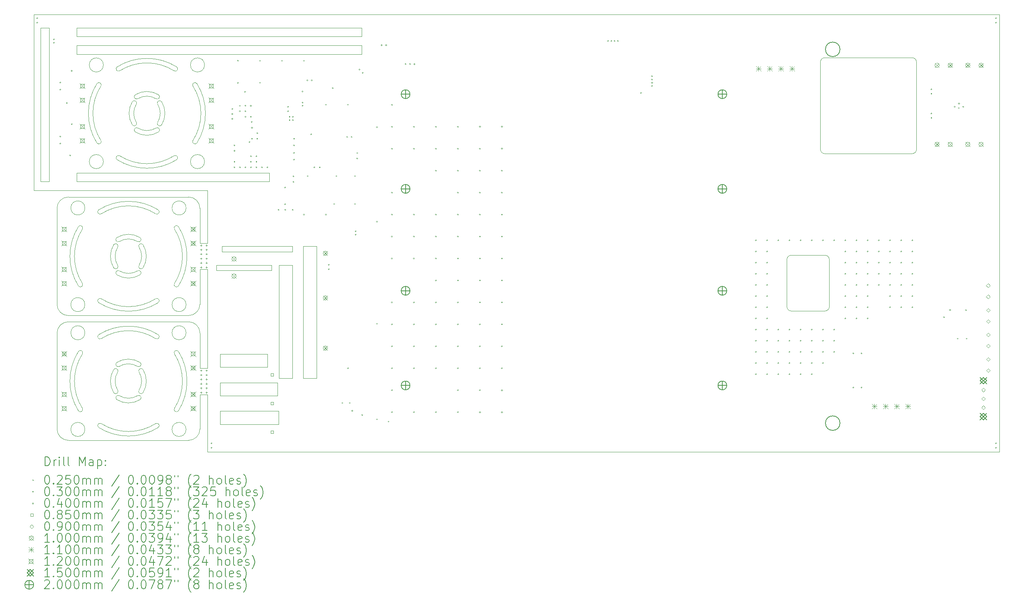
<source format=gbr>
%TF.GenerationSoftware,KiCad,Pcbnew,8.0.9-8.0.9-0~ubuntu24.04.1*%
%TF.CreationDate,2025-03-26T21:15:21+01:00*%
%TF.ProjectId,HighIsoXFMR,48696768-4973-46f5-9846-4d522e6b6963,rev?*%
%TF.SameCoordinates,Original*%
%TF.FileFunction,Drillmap*%
%TF.FilePolarity,Positive*%
%FSLAX45Y45*%
G04 Gerber Fmt 4.5, Leading zero omitted, Abs format (unit mm)*
G04 Created by KiCad (PCBNEW 8.0.9-8.0.9-0~ubuntu24.04.1) date 2025-03-26 21:15:21*
%MOMM*%
%LPD*%
G01*
G04 APERTURE LIST*
%ADD10C,0.100000*%
%ADD11C,0.150000*%
%ADD12C,0.050000*%
%ADD13C,0.200000*%
%ADD14C,0.110000*%
%ADD15C,0.120000*%
G04 APERTURE END LIST*
D10*
X7287500Y-12725000D02*
X8362500Y-12725000D01*
X8362500Y-13025000D01*
X7287500Y-13025000D01*
X7287500Y-12725000D01*
X3836152Y-14690000D02*
G75*
G02*
X3576150Y-14430000I-2J260000D01*
G01*
X9175000Y-10275000D02*
X9475000Y-10275000D01*
X9475000Y-13275000D01*
X9175000Y-13275000D01*
X9175000Y-10275000D01*
X7000000Y-9000000D02*
X6998848Y-10200000D01*
X6825000Y-13650000D02*
X7000000Y-13650000D01*
X6825000Y-13050000D02*
X7000000Y-13050000D01*
X3200000Y-5300000D02*
X3400000Y-5300000D01*
X3400000Y-8800000D01*
X3200000Y-8800000D01*
X3200000Y-5300000D01*
X7000000Y-9000000D02*
X3050000Y-9000000D01*
X3836152Y-11990000D02*
X6566152Y-11990000D01*
X4025000Y-5700000D02*
X10500000Y-5700000D01*
X10500000Y-5900000D01*
X4025000Y-5900000D01*
X4025000Y-5700000D01*
X6823848Y-10800000D02*
X6998848Y-10800000D01*
X6825000Y-11590000D02*
X6823848Y-10800000D01*
X25000000Y-14950000D02*
X7000000Y-14950000D01*
X7287500Y-14025000D02*
X8612500Y-14025000D01*
X8612500Y-14325000D01*
X7287500Y-14325000D01*
X7287500Y-14025000D01*
X25000000Y-14950000D02*
X25000000Y-5000000D01*
X7325000Y-10275000D02*
X8925000Y-10275000D01*
X8925000Y-10400000D01*
X7325000Y-10400000D01*
X7325000Y-10275000D01*
X8625000Y-10700000D02*
X8925000Y-10700000D01*
X8925000Y-13275000D01*
X8625000Y-13275000D01*
X8625000Y-10700000D01*
X3575000Y-9410000D02*
G75*
G02*
X3835000Y-9150000I260000J0D01*
G01*
X25000000Y-5000000D02*
X3050000Y-5000000D01*
X6565000Y-11850000D02*
X3835000Y-11850000D01*
X3050000Y-5000000D02*
X3050000Y-9000000D01*
X3576152Y-14430000D02*
X3576152Y-12250000D01*
X6825000Y-13050000D02*
X6826152Y-12250000D01*
X3575000Y-11590000D02*
X3575000Y-9410000D01*
X6823848Y-10200000D02*
X6825000Y-9410000D01*
X4025000Y-8600000D02*
X8400000Y-8600000D01*
X8400000Y-8800000D01*
X4025000Y-8800000D01*
X4025000Y-8600000D01*
X7200000Y-10700000D02*
X8450000Y-10700000D01*
X8450000Y-10825000D01*
X7200000Y-10825000D01*
X7200000Y-10700000D01*
X6998848Y-10800000D02*
X7000000Y-13050000D01*
X6565000Y-9150000D02*
G75*
G02*
X6825000Y-9410000I0J-260000D01*
G01*
X6826152Y-14430000D02*
G75*
G02*
X6566152Y-14690002I-260002J0D01*
G01*
X3576152Y-12250000D02*
G75*
G02*
X3836152Y-11990002I259998J0D01*
G01*
X3835000Y-11850000D02*
G75*
G02*
X3575000Y-11590000I0J260000D01*
G01*
X6566152Y-14690000D02*
X3836152Y-14690000D01*
X4025000Y-5300000D02*
X10500000Y-5300000D01*
X10500000Y-5500000D01*
X4025000Y-5500000D01*
X4025000Y-5300000D01*
X7287500Y-13375000D02*
X8587500Y-13375000D01*
X8587500Y-13675000D01*
X7287500Y-13675000D01*
X7287500Y-13375000D01*
X6566152Y-11990000D02*
G75*
G02*
X6826150Y-12250000I-2J-260000D01*
G01*
X6823848Y-10200000D02*
X6998848Y-10200000D01*
X3835000Y-9150000D02*
X6565000Y-9150000D01*
X6825000Y-11590000D02*
G75*
G02*
X6565000Y-11850000I-260000J0D01*
G01*
X6826152Y-14430000D02*
X6825000Y-13650000D01*
X7000000Y-13650000D02*
X7000000Y-14950000D01*
X20166260Y-11645800D02*
X20166260Y-10575800D01*
X20266260Y-10475800D02*
X21031460Y-10475800D01*
X20928260Y-8064400D02*
X20928260Y-6080000D01*
X21028260Y-5980000D02*
X23012660Y-5980000D01*
X21031460Y-11745800D02*
X20266260Y-11745800D01*
X21131460Y-10575800D02*
X21131460Y-11645800D01*
X23012660Y-8164400D02*
X21028260Y-8164400D01*
X23112660Y-6080000D02*
X23112660Y-8064400D01*
X20166260Y-10575800D02*
G75*
G02*
X20266260Y-10475800I100000J0D01*
G01*
X20266260Y-11745800D02*
G75*
G02*
X20166260Y-11645800I0J100000D01*
G01*
X20928260Y-6080000D02*
G75*
G02*
X21028260Y-5980000I100000J0D01*
G01*
X21028260Y-8164400D02*
G75*
G02*
X20928260Y-8064400I0J100000D01*
G01*
X21031460Y-10475800D02*
G75*
G02*
X21131460Y-10575800I0J-100000D01*
G01*
X21131460Y-11645800D02*
G75*
G02*
X21031460Y-11745800I-100000J0D01*
G01*
X23012660Y-5980000D02*
G75*
G02*
X23112660Y-6080000I0J-100000D01*
G01*
X23112660Y-8064400D02*
G75*
G02*
X23012660Y-8164400I-100000J0D01*
G01*
D11*
X21372660Y-5789500D02*
G75*
G02*
X21042660Y-5789500I-165000J0D01*
G01*
X21042660Y-5789500D02*
G75*
G02*
X21372660Y-5789500I165000J0D01*
G01*
X21372660Y-14298500D02*
G75*
G02*
X21042660Y-14298500I-165000J0D01*
G01*
X21042660Y-14298500D02*
G75*
G02*
X21372660Y-14298500I165000J0D01*
G01*
D12*
X3870000Y-10500000D02*
G75*
G02*
X4063717Y-9823654I1259685J5121D01*
G01*
X3972477Y-10499959D02*
G75*
G02*
X4154323Y-9880199I1147045J0D01*
G01*
X4063717Y-9823654D02*
G75*
G02*
X4154323Y-9880199I44068J-30252D01*
G01*
X4063717Y-11176263D02*
G75*
G02*
X3870000Y-10500000I1065964J671224D01*
G01*
X4154323Y-11119719D02*
G75*
G02*
X3972477Y-10499959I965199J619760D01*
G01*
X4154323Y-11119719D02*
G75*
G02*
X4063717Y-11176264I-46538J-26293D01*
G01*
X4524360Y-11556007D02*
G75*
G02*
X4580905Y-11465401I30252J44068D01*
G01*
X4524360Y-9443360D02*
G75*
G02*
X5200624Y-9249643I671224J-1065965D01*
G01*
X4580905Y-9533966D02*
G75*
G02*
X4524360Y-9443360I-26293J46538D01*
G01*
X4580905Y-9533966D02*
G75*
G02*
X5200665Y-9352121I619760J-965199D01*
G01*
X4790000Y-10499941D02*
G75*
G02*
X4865574Y-10235813I505460J-1750D01*
G01*
X4865574Y-10764127D02*
G75*
G02*
X4790000Y-10499941I429888J265878D01*
G01*
X4865577Y-10235788D02*
G75*
G02*
X4956183Y-10292333I44068J-30252D01*
G01*
X4896752Y-10499970D02*
G75*
G02*
X4956183Y-10292333I393432J-285D01*
G01*
X4935824Y-10074565D02*
G75*
G02*
X5199970Y-9998980I265896J-429874D01*
G01*
X4936453Y-10921430D02*
G75*
G02*
X4992998Y-10830824I30252J44068D01*
G01*
X4956183Y-10707608D02*
G75*
G02*
X4865577Y-10764152I-46538J-26293D01*
G01*
X4956183Y-10707608D02*
G75*
G02*
X4896752Y-10499970I334002J207923D01*
G01*
X4992363Y-10165162D02*
G75*
G02*
X4935817Y-10074556I-26293J46538D01*
G01*
X4992363Y-10165162D02*
G75*
G02*
X5200000Y-10105732I207924J-334005D01*
G01*
X5199970Y-9998980D02*
G75*
G02*
X5464157Y-10074554I-1691J-505459D01*
G01*
X5200000Y-10105732D02*
G75*
G02*
X5407637Y-10165162I-286J-393435D01*
G01*
X5200624Y-11749723D02*
G75*
G02*
X4524360Y-11556007I-5039J1259682D01*
G01*
X5200635Y-10890254D02*
G75*
G02*
X4992998Y-10830824I286J393435D01*
G01*
X5200665Y-9352121D02*
G75*
G02*
X5820425Y-9533966I0J-1147044D01*
G01*
X5200665Y-10997006D02*
G75*
G02*
X4936478Y-10921432I1690J505459D01*
G01*
X5200665Y-11647246D02*
G75*
G02*
X4580905Y-11465401I0J1147045D01*
G01*
X5200706Y-9249643D02*
G75*
G02*
X5876969Y-9443360I5039J-1259682D01*
G01*
X5408272Y-10830824D02*
G75*
G02*
X5200635Y-10890254I-207923J334005D01*
G01*
X5408272Y-10830824D02*
G75*
G02*
X5464817Y-10921430I26293J-46539D01*
G01*
X5440570Y-10292363D02*
G75*
G02*
X5500000Y-10500000I-334004J-207923D01*
G01*
X5440570Y-10292363D02*
G75*
G02*
X5531176Y-10235818I46538J26293D01*
G01*
X5464163Y-10074544D02*
G75*
G02*
X5407637Y-10165162I-30233J-44080D01*
G01*
X5464792Y-10921432D02*
G75*
G02*
X5200665Y-10997006I-265877J429885D01*
G01*
X5500000Y-10500000D02*
G75*
G02*
X5440570Y-10707637I-393435J286D01*
G01*
X5531176Y-10764182D02*
G75*
G02*
X5440570Y-10707638I-44068J30251D01*
G01*
X5531178Y-10235843D02*
G75*
G02*
X5606752Y-10500030I-429885J-265877D01*
G01*
X5606752Y-10500030D02*
G75*
G02*
X5531178Y-10764157I-505459J1750D01*
G01*
X5820425Y-11465401D02*
G75*
G02*
X5200665Y-11647246I-619760J965200D01*
G01*
X5820425Y-11465401D02*
G75*
G02*
X5876972Y-11556010I26295J-46539D01*
G01*
X5876969Y-11556007D02*
G75*
G02*
X5200706Y-11749723I-671224J1065966D01*
G01*
X5876969Y-9443360D02*
G75*
G02*
X5820425Y-9533966I-30251J-44068D01*
G01*
X6245677Y-9880240D02*
G75*
G02*
X6336284Y-9823695I46539J26293D01*
G01*
X6245677Y-9880240D02*
G75*
G02*
X6427523Y-10500000I-965197J-619760D01*
G01*
X6336283Y-9823695D02*
G75*
G02*
X6530000Y-10499959I-1065963J-671225D01*
G01*
X6336283Y-11176305D02*
G75*
G02*
X6245681Y-11119762I-44063J30255D01*
G01*
X6427523Y-10500000D02*
G75*
G02*
X6245677Y-11119760I-1147043J0D01*
G01*
X6530000Y-10500041D02*
G75*
G02*
X6336283Y-11176304I-1259680J-5039D01*
G01*
X4210000Y-9400000D02*
G75*
G02*
X3890000Y-9400000I-160000J0D01*
G01*
X3890000Y-9400000D02*
G75*
G02*
X4210000Y-9400000I160000J0D01*
G01*
X4210000Y-11600000D02*
G75*
G02*
X3890000Y-11600000I-160000J0D01*
G01*
X3890000Y-11600000D02*
G75*
G02*
X4210000Y-11600000I160000J0D01*
G01*
X6510000Y-9400000D02*
G75*
G02*
X6190000Y-9400000I-160000J0D01*
G01*
X6190000Y-9400000D02*
G75*
G02*
X6510000Y-9400000I160000J0D01*
G01*
X6510000Y-11600000D02*
G75*
G02*
X6190000Y-11600000I-160000J0D01*
G01*
X6190000Y-11600000D02*
G75*
G02*
X6510000Y-11600000I160000J0D01*
G01*
X3870000Y-13341547D02*
G75*
G02*
X4063717Y-12665202I1259685J5121D01*
G01*
X3972477Y-13341506D02*
G75*
G02*
X4154323Y-12721746I1147045J0D01*
G01*
X4063717Y-12665202D02*
G75*
G02*
X4154323Y-12721746I44068J-30252D01*
G01*
X4063717Y-14017811D02*
G75*
G02*
X3870000Y-13341547I1065964J671224D01*
G01*
X4154323Y-13961266D02*
G75*
G02*
X3972477Y-13341506I965199J619760D01*
G01*
X4154323Y-13961266D02*
G75*
G02*
X4063717Y-14017811I-46538J-26293D01*
G01*
X4524360Y-14397554D02*
G75*
G02*
X4580905Y-14306948I30252J44068D01*
G01*
X4524360Y-12284908D02*
G75*
G02*
X5200624Y-12091191I671224J-1065965D01*
G01*
X4580905Y-12375514D02*
G75*
G02*
X4524360Y-12284907I-26293J46538D01*
G01*
X4580905Y-12375514D02*
G75*
G02*
X5200665Y-12193668I619760J-965199D01*
G01*
X4790000Y-13341488D02*
G75*
G02*
X4865574Y-13077361I505460J-1750D01*
G01*
X4865574Y-13605675D02*
G75*
G02*
X4790000Y-13341488I429888J265878D01*
G01*
X4865577Y-13077336D02*
G75*
G02*
X4956183Y-13133880I44068J-30252D01*
G01*
X4896752Y-13341518D02*
G75*
G02*
X4956183Y-13133880I393432J-285D01*
G01*
X4935824Y-12916113D02*
G75*
G02*
X5199970Y-12840527I265896J-429874D01*
G01*
X4936453Y-13762977D02*
G75*
G02*
X4992998Y-13672371I30252J44068D01*
G01*
X4956183Y-13549155D02*
G75*
G02*
X4865577Y-13605700I-46538J-26293D01*
G01*
X4956183Y-13549155D02*
G75*
G02*
X4896752Y-13341518I334002J207923D01*
G01*
X4992363Y-13006710D02*
G75*
G02*
X4935817Y-12916104I-26293J46538D01*
G01*
X4992363Y-13006710D02*
G75*
G02*
X5200000Y-12947279I207924J-334005D01*
G01*
X5199970Y-12840527D02*
G75*
G02*
X5464157Y-12916101I-1691J-505459D01*
G01*
X5200000Y-12947279D02*
G75*
G02*
X5407637Y-13006710I-286J-393435D01*
G01*
X5200624Y-14591271D02*
G75*
G02*
X4524360Y-14397554I-5039J1259682D01*
G01*
X5200635Y-13731801D02*
G75*
G02*
X4992998Y-13672371I286J393435D01*
G01*
X5200665Y-12193668D02*
G75*
G02*
X5820425Y-12375514I0J-1147044D01*
G01*
X5200665Y-13838554D02*
G75*
G02*
X4936478Y-13762980I1690J505459D01*
G01*
X5200665Y-14488794D02*
G75*
G02*
X4580905Y-14306948I0J1147045D01*
G01*
X5200706Y-12091191D02*
G75*
G02*
X5876969Y-12284908I5039J-1259682D01*
G01*
X5408272Y-13672371D02*
G75*
G02*
X5200635Y-13731801I-207923J334005D01*
G01*
X5408272Y-13672371D02*
G75*
G02*
X5464817Y-13762977I26293J-46539D01*
G01*
X5440570Y-13133910D02*
G75*
G02*
X5500000Y-13341547I-334004J-207923D01*
G01*
X5440570Y-13133910D02*
G75*
G02*
X5531176Y-13077365I46538J26293D01*
G01*
X5464163Y-12916092D02*
G75*
G02*
X5407637Y-13006710I-30233J-44080D01*
G01*
X5464792Y-13762980D02*
G75*
G02*
X5200665Y-13838554I-265877J429885D01*
G01*
X5500000Y-13341547D02*
G75*
G02*
X5440570Y-13549185I-393435J286D01*
G01*
X5531176Y-13605729D02*
G75*
G02*
X5440570Y-13549185I-44068J30251D01*
G01*
X5531178Y-13077391D02*
G75*
G02*
X5606752Y-13341577I-429885J-265877D01*
G01*
X5606752Y-13341577D02*
G75*
G02*
X5531178Y-13605704I-505459J1750D01*
G01*
X5820425Y-14306948D02*
G75*
G02*
X5200665Y-14488794I-619760J965200D01*
G01*
X5820425Y-14306948D02*
G75*
G02*
X5876972Y-14397558I26295J-46539D01*
G01*
X5876969Y-14397554D02*
G75*
G02*
X5200706Y-14591271I-671224J1065966D01*
G01*
X5876969Y-12284907D02*
G75*
G02*
X5820425Y-12375514I-30251J-44068D01*
G01*
X6245677Y-12721787D02*
G75*
G02*
X6336284Y-12665242I46539J26293D01*
G01*
X6245677Y-12721787D02*
G75*
G02*
X6427523Y-13341547I-965197J-619760D01*
G01*
X6336283Y-12665243D02*
G75*
G02*
X6530000Y-13341506I-1065963J-671225D01*
G01*
X6336283Y-14017852D02*
G75*
G02*
X6245681Y-13961310I-44063J30255D01*
G01*
X6427523Y-13341547D02*
G75*
G02*
X6245677Y-13961307I-1147043J0D01*
G01*
X6530000Y-13341589D02*
G75*
G02*
X6336283Y-14017852I-1259680J-5039D01*
G01*
X4210000Y-12241547D02*
G75*
G02*
X3890000Y-12241547I-160000J0D01*
G01*
X3890000Y-12241547D02*
G75*
G02*
X4210000Y-12241547I160000J0D01*
G01*
X4210000Y-14441547D02*
G75*
G02*
X3890000Y-14441547I-160000J0D01*
G01*
X3890000Y-14441547D02*
G75*
G02*
X4210000Y-14441547I160000J0D01*
G01*
X6510000Y-12241547D02*
G75*
G02*
X6190000Y-12241547I-160000J0D01*
G01*
X6190000Y-12241547D02*
G75*
G02*
X6510000Y-12241547I160000J0D01*
G01*
X6510000Y-14441547D02*
G75*
G02*
X6190000Y-14441547I-160000J0D01*
G01*
X6190000Y-14441547D02*
G75*
G02*
X6510000Y-14441547I160000J0D01*
G01*
X4290000Y-7244719D02*
G75*
G02*
X4483717Y-6568456I1259680J5039D01*
G01*
X4392477Y-7244760D02*
G75*
G02*
X4574323Y-6625000I1147043J0D01*
G01*
X4483717Y-6568455D02*
G75*
G02*
X4574319Y-6624998I44063J-30255D01*
G01*
X4483717Y-7921065D02*
G75*
G02*
X4290000Y-7244801I1065963J671225D01*
G01*
X4574323Y-7864520D02*
G75*
G02*
X4392477Y-7244760I965197J619760D01*
G01*
X4574323Y-7864520D02*
G75*
G02*
X4483716Y-7921065I-46539J-26293D01*
G01*
X4943031Y-8301400D02*
G75*
G02*
X4999575Y-8210794I30251J44068D01*
G01*
X4943031Y-6188753D02*
G75*
G02*
X5619294Y-5995037I671224J-1065966D01*
G01*
X4999575Y-6279359D02*
G75*
G02*
X4943028Y-6188750I-26295J46539D01*
G01*
X4999575Y-6279359D02*
G75*
G02*
X5619335Y-6097514I619760J-965200D01*
G01*
X5213248Y-7244730D02*
G75*
G02*
X5288822Y-6980603I505459J-1750D01*
G01*
X5288822Y-7508917D02*
G75*
G02*
X5213248Y-7244730I429885J265877D01*
G01*
X5288824Y-6980578D02*
G75*
G02*
X5379430Y-7037122I44068J-30251D01*
G01*
X5320000Y-7244760D02*
G75*
G02*
X5379430Y-7037123I393435J-286D01*
G01*
X5355208Y-6823328D02*
G75*
G02*
X5619335Y-6747754I265877J-429885D01*
G01*
X5355837Y-7670216D02*
G75*
G02*
X5412363Y-7579598I30233J44080D01*
G01*
X5379430Y-7452397D02*
G75*
G02*
X5288824Y-7508942I-46538J-26293D01*
G01*
X5379430Y-7452397D02*
G75*
G02*
X5320000Y-7244760I334004J207923D01*
G01*
X5411728Y-6913936D02*
G75*
G02*
X5355183Y-6823330I-26293J46539D01*
G01*
X5411728Y-6913936D02*
G75*
G02*
X5619365Y-6854506I207923J-334005D01*
G01*
X5619294Y-8495117D02*
G75*
G02*
X4943031Y-8301400I-5039J1259682D01*
G01*
X5619335Y-6097514D02*
G75*
G02*
X6239095Y-6279359I0J-1147045D01*
G01*
X5619335Y-6747754D02*
G75*
G02*
X5883522Y-6823328I-1690J-505459D01*
G01*
X5619335Y-8392639D02*
G75*
G02*
X4999575Y-8210794I0J1147044D01*
G01*
X5619365Y-6854506D02*
G75*
G02*
X5827002Y-6913936I-286J-393435D01*
G01*
X5619376Y-5995037D02*
G75*
G02*
X6295640Y-6188753I5039J-1259682D01*
G01*
X5620000Y-7639028D02*
G75*
G02*
X5412363Y-7579598I286J393435D01*
G01*
X5620030Y-7745780D02*
G75*
G02*
X5355843Y-7670206I1691J505459D01*
G01*
X5827637Y-7579598D02*
G75*
G02*
X5620000Y-7639028I-207924J334005D01*
G01*
X5827637Y-7579598D02*
G75*
G02*
X5884183Y-7670204I26293J-46538D01*
G01*
X5863817Y-7037152D02*
G75*
G02*
X5923248Y-7244790I-334002J-207923D01*
G01*
X5863817Y-7037152D02*
G75*
G02*
X5954423Y-6980608I46538J26293D01*
G01*
X5883547Y-6823330D02*
G75*
G02*
X5827002Y-6913936I-30252J-44068D01*
G01*
X5884176Y-7670195D02*
G75*
G02*
X5620030Y-7745780I-265896J429874D01*
G01*
X5923248Y-7244790D02*
G75*
G02*
X5863817Y-7452427I-393432J285D01*
G01*
X5954423Y-7508972D02*
G75*
G02*
X5863817Y-7452427I-44068J30252D01*
G01*
X5954426Y-6980633D02*
G75*
G02*
X6030000Y-7244819I-429888J-265878D01*
G01*
X6030000Y-7244819D02*
G75*
G02*
X5954426Y-7508947I-505460J1750D01*
G01*
X6239095Y-8210794D02*
G75*
G02*
X5619335Y-8392639I-619760J965199D01*
G01*
X6239095Y-8210794D02*
G75*
G02*
X6295640Y-8301400I26293J-46538D01*
G01*
X6295640Y-8301400D02*
G75*
G02*
X5619376Y-8495117I-671224J1065965D01*
G01*
X6295640Y-6188753D02*
G75*
G02*
X6239095Y-6279359I-30252J-44068D01*
G01*
X6665677Y-6625041D02*
G75*
G02*
X6756283Y-6568496I46538J26293D01*
G01*
X6665677Y-6625041D02*
G75*
G02*
X6847523Y-7244801I-965199J-619760D01*
G01*
X6756283Y-6568497D02*
G75*
G02*
X6950000Y-7244760I-1065965J-671224D01*
G01*
X6756283Y-7921106D02*
G75*
G02*
X6665677Y-7864561I-44068J30252D01*
G01*
X6847523Y-7244801D02*
G75*
G02*
X6665677Y-7864561I-1147045J0D01*
G01*
X6950000Y-7244760D02*
G75*
G02*
X6756283Y-7921106I-1259685J-5121D01*
G01*
X4630000Y-6144760D02*
G75*
G02*
X4310000Y-6144760I-160000J0D01*
G01*
X4310000Y-6144760D02*
G75*
G02*
X4630000Y-6144760I160000J0D01*
G01*
X4630000Y-8344760D02*
G75*
G02*
X4310000Y-8344760I-160000J0D01*
G01*
X4310000Y-8344760D02*
G75*
G02*
X4630000Y-8344760I160000J0D01*
G01*
X6930000Y-6144760D02*
G75*
G02*
X6610000Y-6144760I-160000J0D01*
G01*
X6610000Y-6144760D02*
G75*
G02*
X6930000Y-6144760I160000J0D01*
G01*
X6930000Y-8344760D02*
G75*
G02*
X6610000Y-8344760I-160000J0D01*
G01*
X6610000Y-8344760D02*
G75*
G02*
X6930000Y-8344760I160000J0D01*
G01*
D13*
D10*
X10155020Y-7768530D02*
X10180020Y-7793530D01*
X10180020Y-7768530D02*
X10155020Y-7793530D01*
X10255020Y-7768530D02*
X10280020Y-7793530D01*
X10280020Y-7768530D02*
X10255020Y-7793530D01*
X3139200Y-5080000D02*
G75*
G02*
X3109200Y-5080000I-15000J0D01*
G01*
X3109200Y-5080000D02*
G75*
G02*
X3139200Y-5080000I15000J0D01*
G01*
X3139200Y-5181600D02*
G75*
G02*
X3109200Y-5181600I-15000J0D01*
G01*
X3109200Y-5181600D02*
G75*
G02*
X3139200Y-5181600I15000J0D01*
G01*
X3520200Y-5562600D02*
G75*
G02*
X3490200Y-5562600I-15000J0D01*
G01*
X3490200Y-5562600D02*
G75*
G02*
X3520200Y-5562600I15000J0D01*
G01*
X3520200Y-5638800D02*
G75*
G02*
X3490200Y-5638800I-15000J0D01*
G01*
X3490200Y-5638800D02*
G75*
G02*
X3520200Y-5638800I15000J0D01*
G01*
X3665000Y-6543750D02*
G75*
G02*
X3635000Y-6543750I-15000J0D01*
G01*
X3635000Y-6543750D02*
G75*
G02*
X3665000Y-6543750I15000J0D01*
G01*
X3665000Y-6705000D02*
G75*
G02*
X3635000Y-6705000I-15000J0D01*
G01*
X3635000Y-6705000D02*
G75*
G02*
X3665000Y-6705000I15000J0D01*
G01*
X3665000Y-7775000D02*
G75*
G02*
X3635000Y-7775000I-15000J0D01*
G01*
X3635000Y-7775000D02*
G75*
G02*
X3665000Y-7775000I15000J0D01*
G01*
X3665000Y-7933750D02*
G75*
G02*
X3635000Y-7933750I-15000J0D01*
G01*
X3635000Y-7933750D02*
G75*
G02*
X3665000Y-7933750I15000J0D01*
G01*
X3815000Y-7010400D02*
G75*
G02*
X3785000Y-7010400I-15000J0D01*
G01*
X3785000Y-7010400D02*
G75*
G02*
X3815000Y-7010400I15000J0D01*
G01*
X3890000Y-8204200D02*
G75*
G02*
X3860000Y-8204200I-15000J0D01*
G01*
X3860000Y-8204200D02*
G75*
G02*
X3890000Y-8204200I15000J0D01*
G01*
X3926600Y-6280000D02*
G75*
G02*
X3896600Y-6280000I-15000J0D01*
G01*
X3896600Y-6280000D02*
G75*
G02*
X3926600Y-6280000I15000J0D01*
G01*
X3926600Y-7493000D02*
G75*
G02*
X3896600Y-7493000I-15000J0D01*
G01*
X3896600Y-7493000D02*
G75*
G02*
X3926600Y-7493000I15000J0D01*
G01*
X7101600Y-14757400D02*
G75*
G02*
X7071600Y-14757400I-15000J0D01*
G01*
X7071600Y-14757400D02*
G75*
G02*
X7101600Y-14757400I15000J0D01*
G01*
X7101600Y-14859000D02*
G75*
G02*
X7071600Y-14859000I-15000J0D01*
G01*
X7071600Y-14859000D02*
G75*
G02*
X7101600Y-14859000I15000J0D01*
G01*
X7575000Y-7144760D02*
G75*
G02*
X7545000Y-7144760I-15000J0D01*
G01*
X7545000Y-7144760D02*
G75*
G02*
X7575000Y-7144760I15000J0D01*
G01*
X7575000Y-7260000D02*
G75*
G02*
X7545000Y-7260000I-15000J0D01*
G01*
X7545000Y-7260000D02*
G75*
G02*
X7575000Y-7260000I15000J0D01*
G01*
X7575000Y-7369760D02*
G75*
G02*
X7545000Y-7369760I-15000J0D01*
G01*
X7545000Y-7369760D02*
G75*
G02*
X7575000Y-7369760I15000J0D01*
G01*
X7623770Y-7974155D02*
G75*
G02*
X7593770Y-7974155I-15000J0D01*
G01*
X7593770Y-7974155D02*
G75*
G02*
X7623770Y-7974155I15000J0D01*
G01*
X7623770Y-8099155D02*
G75*
G02*
X7593770Y-8099155I-15000J0D01*
G01*
X7593770Y-8099155D02*
G75*
G02*
X7623770Y-8099155I15000J0D01*
G01*
X7623770Y-8349155D02*
G75*
G02*
X7593770Y-8349155I-15000J0D01*
G01*
X7593770Y-8349155D02*
G75*
G02*
X7623770Y-8349155I15000J0D01*
G01*
X7623770Y-8474155D02*
G75*
G02*
X7593770Y-8474155I-15000J0D01*
G01*
X7593770Y-8474155D02*
G75*
G02*
X7623770Y-8474155I15000J0D01*
G01*
X7704167Y-6050175D02*
G75*
G02*
X7674167Y-6050175I-15000J0D01*
G01*
X7674167Y-6050175D02*
G75*
G02*
X7704167Y-6050175I15000J0D01*
G01*
X7704167Y-6550175D02*
G75*
G02*
X7674167Y-6550175I-15000J0D01*
G01*
X7674167Y-6550175D02*
G75*
G02*
X7704167Y-6550175I15000J0D01*
G01*
X7748770Y-7074155D02*
G75*
G02*
X7718770Y-7074155I-15000J0D01*
G01*
X7718770Y-7074155D02*
G75*
G02*
X7748770Y-7074155I15000J0D01*
G01*
X7748770Y-7199155D02*
G75*
G02*
X7718770Y-7199155I-15000J0D01*
G01*
X7718770Y-7199155D02*
G75*
G02*
X7748770Y-7199155I15000J0D01*
G01*
X7748770Y-8474155D02*
G75*
G02*
X7718770Y-8474155I-15000J0D01*
G01*
X7718770Y-8474155D02*
G75*
G02*
X7748770Y-8474155I15000J0D01*
G01*
X7863600Y-6756400D02*
G75*
G02*
X7833600Y-6756400I-15000J0D01*
G01*
X7833600Y-6756400D02*
G75*
G02*
X7863600Y-6756400I15000J0D01*
G01*
X7873770Y-7074155D02*
G75*
G02*
X7843770Y-7074155I-15000J0D01*
G01*
X7843770Y-7074155D02*
G75*
G02*
X7873770Y-7074155I15000J0D01*
G01*
X7873770Y-7199155D02*
G75*
G02*
X7843770Y-7199155I-15000J0D01*
G01*
X7843770Y-7199155D02*
G75*
G02*
X7873770Y-7199155I15000J0D01*
G01*
X7873770Y-7324155D02*
G75*
G02*
X7843770Y-7324155I-15000J0D01*
G01*
X7843770Y-7324155D02*
G75*
G02*
X7873770Y-7324155I15000J0D01*
G01*
X7873770Y-8474155D02*
G75*
G02*
X7843770Y-8474155I-15000J0D01*
G01*
X7843770Y-8474155D02*
G75*
G02*
X7873770Y-8474155I15000J0D01*
G01*
X7965200Y-7899400D02*
G75*
G02*
X7935200Y-7899400I-15000J0D01*
G01*
X7935200Y-7899400D02*
G75*
G02*
X7965200Y-7899400I15000J0D01*
G01*
X7998770Y-7074155D02*
G75*
G02*
X7968770Y-7074155I-15000J0D01*
G01*
X7968770Y-7074155D02*
G75*
G02*
X7998770Y-7074155I15000J0D01*
G01*
X7998770Y-7324155D02*
G75*
G02*
X7968770Y-7324155I-15000J0D01*
G01*
X7968770Y-7324155D02*
G75*
G02*
X7998770Y-7324155I15000J0D01*
G01*
X7998770Y-8224155D02*
G75*
G02*
X7968770Y-8224155I-15000J0D01*
G01*
X7968770Y-8224155D02*
G75*
G02*
X7998770Y-8224155I15000J0D01*
G01*
X7998770Y-8349155D02*
G75*
G02*
X7968770Y-8349155I-15000J0D01*
G01*
X7968770Y-8349155D02*
G75*
G02*
X7998770Y-8349155I15000J0D01*
G01*
X7998770Y-8474155D02*
G75*
G02*
X7968770Y-8474155I-15000J0D01*
G01*
X7968770Y-8474155D02*
G75*
G02*
X7998770Y-8474155I15000J0D01*
G01*
X8016000Y-7442200D02*
G75*
G02*
X7986000Y-7442200I-15000J0D01*
G01*
X7986000Y-7442200D02*
G75*
G02*
X8016000Y-7442200I15000J0D01*
G01*
X8023770Y-7574155D02*
G75*
G02*
X7993770Y-7574155I-15000J0D01*
G01*
X7993770Y-7574155D02*
G75*
G02*
X8023770Y-7574155I15000J0D01*
G01*
X8023770Y-7824155D02*
G75*
G02*
X7993770Y-7824155I-15000J0D01*
G01*
X7993770Y-7824155D02*
G75*
G02*
X8023770Y-7824155I15000J0D01*
G01*
X8123770Y-8224155D02*
G75*
G02*
X8093770Y-8224155I-15000J0D01*
G01*
X8093770Y-8224155D02*
G75*
G02*
X8123770Y-8224155I15000J0D01*
G01*
X8123770Y-8349155D02*
G75*
G02*
X8093770Y-8349155I-15000J0D01*
G01*
X8093770Y-8349155D02*
G75*
G02*
X8123770Y-8349155I15000J0D01*
G01*
X8123770Y-8474155D02*
G75*
G02*
X8093770Y-8474155I-15000J0D01*
G01*
X8093770Y-8474155D02*
G75*
G02*
X8123770Y-8474155I15000J0D01*
G01*
X8142520Y-7699155D02*
G75*
G02*
X8112520Y-7699155I-15000J0D01*
G01*
X8112520Y-7699155D02*
G75*
G02*
X8142520Y-7699155I15000J0D01*
G01*
X8142520Y-7824155D02*
G75*
G02*
X8112520Y-7824155I-15000J0D01*
G01*
X8112520Y-7824155D02*
G75*
G02*
X8142520Y-7824155I15000J0D01*
G01*
X8204167Y-6050175D02*
G75*
G02*
X8174167Y-6050175I-15000J0D01*
G01*
X8174167Y-6050175D02*
G75*
G02*
X8204167Y-6050175I15000J0D01*
G01*
X8204167Y-6550175D02*
G75*
G02*
X8174167Y-6550175I-15000J0D01*
G01*
X8174167Y-6550175D02*
G75*
G02*
X8204167Y-6550175I15000J0D01*
G01*
X8248770Y-8474155D02*
G75*
G02*
X8218770Y-8474155I-15000J0D01*
G01*
X8218770Y-8474155D02*
G75*
G02*
X8248770Y-8474155I15000J0D01*
G01*
X8373770Y-8474155D02*
G75*
G02*
X8343770Y-8474155I-15000J0D01*
G01*
X8343770Y-8474155D02*
G75*
G02*
X8373770Y-8474155I15000J0D01*
G01*
X8625000Y-9443000D02*
G75*
G02*
X8595000Y-9443000I-15000J0D01*
G01*
X8595000Y-9443000D02*
G75*
G02*
X8625000Y-9443000I15000J0D01*
G01*
X8704167Y-6050175D02*
G75*
G02*
X8674167Y-6050175I-15000J0D01*
G01*
X8674167Y-6050175D02*
G75*
G02*
X8704167Y-6050175I15000J0D01*
G01*
X8774000Y-9316000D02*
G75*
G02*
X8744000Y-9316000I-15000J0D01*
G01*
X8744000Y-9316000D02*
G75*
G02*
X8774000Y-9316000I15000J0D01*
G01*
X8775000Y-8935000D02*
G75*
G02*
X8745000Y-8935000I-15000J0D01*
G01*
X8745000Y-8935000D02*
G75*
G02*
X8775000Y-8935000I15000J0D01*
G01*
X8778000Y-9443000D02*
G75*
G02*
X8748000Y-9443000I-15000J0D01*
G01*
X8748000Y-9443000D02*
G75*
G02*
X8778000Y-9443000I15000J0D01*
G01*
X8842520Y-7099155D02*
G75*
G02*
X8812520Y-7099155I-15000J0D01*
G01*
X8812520Y-7099155D02*
G75*
G02*
X8842520Y-7099155I15000J0D01*
G01*
X8842520Y-7199155D02*
G75*
G02*
X8812520Y-7199155I-15000J0D01*
G01*
X8812520Y-7199155D02*
G75*
G02*
X8842520Y-7199155I15000J0D01*
G01*
X8877500Y-7325000D02*
G75*
G02*
X8847500Y-7325000I-15000J0D01*
G01*
X8847500Y-7325000D02*
G75*
G02*
X8877500Y-7325000I15000J0D01*
G01*
X8877500Y-7400000D02*
G75*
G02*
X8847500Y-7400000I-15000J0D01*
G01*
X8847500Y-7400000D02*
G75*
G02*
X8877500Y-7400000I15000J0D01*
G01*
X8947000Y-9443000D02*
G75*
G02*
X8917000Y-9443000I-15000J0D01*
G01*
X8917000Y-9443000D02*
G75*
G02*
X8947000Y-9443000I15000J0D01*
G01*
X8952500Y-7325000D02*
G75*
G02*
X8922500Y-7325000I-15000J0D01*
G01*
X8922500Y-7325000D02*
G75*
G02*
X8952500Y-7325000I15000J0D01*
G01*
X8952500Y-7400000D02*
G75*
G02*
X8922500Y-7400000I-15000J0D01*
G01*
X8922500Y-7400000D02*
G75*
G02*
X8952500Y-7400000I15000J0D01*
G01*
X8965000Y-8681000D02*
G75*
G02*
X8935000Y-8681000I-15000J0D01*
G01*
X8935000Y-8681000D02*
G75*
G02*
X8965000Y-8681000I15000J0D01*
G01*
X8965000Y-8808000D02*
G75*
G02*
X8935000Y-8808000I-15000J0D01*
G01*
X8935000Y-8808000D02*
G75*
G02*
X8965000Y-8808000I15000J0D01*
G01*
X8978770Y-7824155D02*
G75*
G02*
X8948770Y-7824155I-15000J0D01*
G01*
X8948770Y-7824155D02*
G75*
G02*
X8978770Y-7824155I15000J0D01*
G01*
X8978770Y-7974155D02*
G75*
G02*
X8948770Y-7974155I-15000J0D01*
G01*
X8948770Y-7974155D02*
G75*
G02*
X8978770Y-7974155I15000J0D01*
G01*
X8978770Y-8149155D02*
G75*
G02*
X8948770Y-8149155I-15000J0D01*
G01*
X8948770Y-8149155D02*
G75*
G02*
X8978770Y-8149155I15000J0D01*
G01*
X8978770Y-8299155D02*
G75*
G02*
X8948770Y-8299155I-15000J0D01*
G01*
X8948770Y-8299155D02*
G75*
G02*
X8978770Y-8299155I15000J0D01*
G01*
X9172520Y-6749155D02*
G75*
G02*
X9142520Y-6749155I-15000J0D01*
G01*
X9142520Y-6749155D02*
G75*
G02*
X9172520Y-6749155I15000J0D01*
G01*
X9172520Y-6999155D02*
G75*
G02*
X9142520Y-6999155I-15000J0D01*
G01*
X9142520Y-6999155D02*
G75*
G02*
X9172520Y-6999155I15000J0D01*
G01*
X9172520Y-7074155D02*
G75*
G02*
X9142520Y-7074155I-15000J0D01*
G01*
X9142520Y-7074155D02*
G75*
G02*
X9172520Y-7074155I15000J0D01*
G01*
X9204167Y-6050175D02*
G75*
G02*
X9174167Y-6050175I-15000J0D01*
G01*
X9174167Y-6050175D02*
G75*
G02*
X9204167Y-6050175I15000J0D01*
G01*
X9204167Y-9550175D02*
G75*
G02*
X9174167Y-9550175I-15000J0D01*
G01*
X9174167Y-9550175D02*
G75*
G02*
X9204167Y-9550175I15000J0D01*
G01*
X9282520Y-6495280D02*
G75*
G02*
X9252520Y-6495280I-15000J0D01*
G01*
X9252520Y-6495280D02*
G75*
G02*
X9282520Y-6495280I15000J0D01*
G01*
X9290000Y-8675000D02*
G75*
G02*
X9260000Y-8675000I-15000J0D01*
G01*
X9260000Y-8675000D02*
G75*
G02*
X9290000Y-8675000I15000J0D01*
G01*
X9367520Y-7724155D02*
G75*
G02*
X9337520Y-7724155I-15000J0D01*
G01*
X9337520Y-7724155D02*
G75*
G02*
X9367520Y-7724155I15000J0D01*
G01*
X9382520Y-6495280D02*
G75*
G02*
X9352520Y-6495280I-15000J0D01*
G01*
X9352520Y-6495280D02*
G75*
G02*
X9382520Y-6495280I15000J0D01*
G01*
X9440000Y-8475000D02*
G75*
G02*
X9410000Y-8475000I-15000J0D01*
G01*
X9410000Y-8475000D02*
G75*
G02*
X9440000Y-8475000I15000J0D01*
G01*
X9565000Y-8475000D02*
G75*
G02*
X9535000Y-8475000I-15000J0D01*
G01*
X9535000Y-8475000D02*
G75*
G02*
X9565000Y-8475000I15000J0D01*
G01*
X9704167Y-7050175D02*
G75*
G02*
X9674167Y-7050175I-15000J0D01*
G01*
X9674167Y-7050175D02*
G75*
G02*
X9704167Y-7050175I15000J0D01*
G01*
X9704167Y-9550175D02*
G75*
G02*
X9674167Y-9550175I-15000J0D01*
G01*
X9674167Y-9550175D02*
G75*
G02*
X9704167Y-9550175I15000J0D01*
G01*
X9768600Y-10693400D02*
G75*
G02*
X9738600Y-10693400I-15000J0D01*
G01*
X9738600Y-10693400D02*
G75*
G02*
X9768600Y-10693400I15000J0D01*
G01*
X9768600Y-10795000D02*
G75*
G02*
X9738600Y-10795000I-15000J0D01*
G01*
X9738600Y-10795000D02*
G75*
G02*
X9768600Y-10795000I15000J0D01*
G01*
X9857520Y-6670280D02*
G75*
G02*
X9827520Y-6670280I-15000J0D01*
G01*
X9827520Y-6670280D02*
G75*
G02*
X9857520Y-6670280I15000J0D01*
G01*
X9890000Y-9310000D02*
G75*
G02*
X9860000Y-9310000I-15000J0D01*
G01*
X9860000Y-9310000D02*
G75*
G02*
X9890000Y-9310000I15000J0D01*
G01*
X9940000Y-8675000D02*
G75*
G02*
X9910000Y-8675000I-15000J0D01*
G01*
X9910000Y-8675000D02*
G75*
G02*
X9940000Y-8675000I15000J0D01*
G01*
X10077500Y-13838750D02*
G75*
G02*
X10047500Y-13838750I-15000J0D01*
G01*
X10047500Y-13838750D02*
G75*
G02*
X10077500Y-13838750I15000J0D01*
G01*
X10204167Y-7050175D02*
G75*
G02*
X10174167Y-7050175I-15000J0D01*
G01*
X10174167Y-7050175D02*
G75*
G02*
X10204167Y-7050175I15000J0D01*
G01*
X10204167Y-13050175D02*
G75*
G02*
X10174167Y-13050175I-15000J0D01*
G01*
X10174167Y-13050175D02*
G75*
G02*
X10204167Y-13050175I15000J0D01*
G01*
X10246250Y-13838750D02*
G75*
G02*
X10216250Y-13838750I-15000J0D01*
G01*
X10216250Y-13838750D02*
G75*
G02*
X10246250Y-13838750I15000J0D01*
G01*
X10301250Y-14018750D02*
G75*
G02*
X10271250Y-14018750I-15000J0D01*
G01*
X10271250Y-14018750D02*
G75*
G02*
X10301250Y-14018750I15000J0D01*
G01*
X10365000Y-8675000D02*
G75*
G02*
X10335000Y-8675000I-15000J0D01*
G01*
X10335000Y-8675000D02*
G75*
G02*
X10365000Y-8675000I15000J0D01*
G01*
X10365000Y-9310000D02*
G75*
G02*
X10335000Y-9310000I-15000J0D01*
G01*
X10335000Y-9310000D02*
G75*
G02*
X10365000Y-9310000I15000J0D01*
G01*
X10378200Y-9931400D02*
G75*
G02*
X10348200Y-9931400I-15000J0D01*
G01*
X10348200Y-9931400D02*
G75*
G02*
X10378200Y-9931400I15000J0D01*
G01*
X10378200Y-10007600D02*
G75*
G02*
X10348200Y-10007600I-15000J0D01*
G01*
X10348200Y-10007600D02*
G75*
G02*
X10378200Y-10007600I15000J0D01*
G01*
X10415000Y-8150000D02*
G75*
G02*
X10385000Y-8150000I-15000J0D01*
G01*
X10385000Y-8150000D02*
G75*
G02*
X10415000Y-8150000I15000J0D01*
G01*
X10415000Y-8275000D02*
G75*
G02*
X10385000Y-8275000I-15000J0D01*
G01*
X10385000Y-8275000D02*
G75*
G02*
X10415000Y-8275000I15000J0D01*
G01*
X10465000Y-6250000D02*
G75*
G02*
X10435000Y-6250000I-15000J0D01*
G01*
X10435000Y-6250000D02*
G75*
G02*
X10465000Y-6250000I15000J0D01*
G01*
X10527500Y-14113750D02*
G75*
G02*
X10497500Y-14113750I-15000J0D01*
G01*
X10497500Y-14113750D02*
G75*
G02*
X10527500Y-14113750I15000J0D01*
G01*
X10540000Y-6325000D02*
G75*
G02*
X10510000Y-6325000I-15000J0D01*
G01*
X10510000Y-6325000D02*
G75*
G02*
X10540000Y-6325000I15000J0D01*
G01*
X10865000Y-7562250D02*
G75*
G02*
X10835000Y-7562250I-15000J0D01*
G01*
X10835000Y-7562250D02*
G75*
G02*
X10865000Y-7562250I15000J0D01*
G01*
X10865000Y-9712250D02*
G75*
G02*
X10835000Y-9712250I-15000J0D01*
G01*
X10835000Y-9712250D02*
G75*
G02*
X10865000Y-9712250I15000J0D01*
G01*
X10865000Y-12037250D02*
G75*
G02*
X10835000Y-12037250I-15000J0D01*
G01*
X10835000Y-12037250D02*
G75*
G02*
X10865000Y-12037250I15000J0D01*
G01*
X10865000Y-14212250D02*
G75*
G02*
X10835000Y-14212250I-15000J0D01*
G01*
X10835000Y-14212250D02*
G75*
G02*
X10865000Y-14212250I15000J0D01*
G01*
X10968900Y-5696100D02*
G75*
G02*
X10938900Y-5696100I-15000J0D01*
G01*
X10938900Y-5696100D02*
G75*
G02*
X10968900Y-5696100I15000J0D01*
G01*
X11069700Y-5695300D02*
G75*
G02*
X11039700Y-5695300I-15000J0D01*
G01*
X11039700Y-5695300D02*
G75*
G02*
X11069700Y-5695300I15000J0D01*
G01*
X11127500Y-14262500D02*
G75*
G02*
X11097500Y-14262500I-15000J0D01*
G01*
X11097500Y-14262500D02*
G75*
G02*
X11127500Y-14262500I15000J0D01*
G01*
X11204167Y-7050175D02*
G75*
G02*
X11174167Y-7050175I-15000J0D01*
G01*
X11174167Y-7050175D02*
G75*
G02*
X11204167Y-7050175I15000J0D01*
G01*
X11204167Y-7550175D02*
G75*
G02*
X11174167Y-7550175I-15000J0D01*
G01*
X11174167Y-7550175D02*
G75*
G02*
X11204167Y-7550175I15000J0D01*
G01*
X11204167Y-8050175D02*
G75*
G02*
X11174167Y-8050175I-15000J0D01*
G01*
X11174167Y-8050175D02*
G75*
G02*
X11204167Y-8050175I15000J0D01*
G01*
X11204167Y-9050175D02*
G75*
G02*
X11174167Y-9050175I-15000J0D01*
G01*
X11174167Y-9050175D02*
G75*
G02*
X11204167Y-9050175I15000J0D01*
G01*
X11204167Y-9550175D02*
G75*
G02*
X11174167Y-9550175I-15000J0D01*
G01*
X11174167Y-9550175D02*
G75*
G02*
X11204167Y-9550175I15000J0D01*
G01*
X11204167Y-10050175D02*
G75*
G02*
X11174167Y-10050175I-15000J0D01*
G01*
X11174167Y-10050175D02*
G75*
G02*
X11204167Y-10050175I15000J0D01*
G01*
X11204167Y-10550175D02*
G75*
G02*
X11174167Y-10550175I-15000J0D01*
G01*
X11174167Y-10550175D02*
G75*
G02*
X11204167Y-10550175I15000J0D01*
G01*
X11204167Y-11550175D02*
G75*
G02*
X11174167Y-11550175I-15000J0D01*
G01*
X11174167Y-11550175D02*
G75*
G02*
X11204167Y-11550175I15000J0D01*
G01*
X11204167Y-12050175D02*
G75*
G02*
X11174167Y-12050175I-15000J0D01*
G01*
X11174167Y-12050175D02*
G75*
G02*
X11204167Y-12050175I15000J0D01*
G01*
X11204167Y-12550175D02*
G75*
G02*
X11174167Y-12550175I-15000J0D01*
G01*
X11174167Y-12550175D02*
G75*
G02*
X11204167Y-12550175I15000J0D01*
G01*
X11204167Y-13050175D02*
G75*
G02*
X11174167Y-13050175I-15000J0D01*
G01*
X11174167Y-13050175D02*
G75*
G02*
X11204167Y-13050175I15000J0D01*
G01*
X11204167Y-13550175D02*
G75*
G02*
X11174167Y-13550175I-15000J0D01*
G01*
X11174167Y-13550175D02*
G75*
G02*
X11204167Y-13550175I15000J0D01*
G01*
X11204167Y-14050175D02*
G75*
G02*
X11174167Y-14050175I-15000J0D01*
G01*
X11174167Y-14050175D02*
G75*
G02*
X11204167Y-14050175I15000J0D01*
G01*
X11515000Y-6125000D02*
G75*
G02*
X11485000Y-6125000I-15000J0D01*
G01*
X11485000Y-6125000D02*
G75*
G02*
X11515000Y-6125000I15000J0D01*
G01*
X11615000Y-6125000D02*
G75*
G02*
X11585000Y-6125000I-15000J0D01*
G01*
X11585000Y-6125000D02*
G75*
G02*
X11615000Y-6125000I15000J0D01*
G01*
X11704167Y-7550175D02*
G75*
G02*
X11674167Y-7550175I-15000J0D01*
G01*
X11674167Y-7550175D02*
G75*
G02*
X11704167Y-7550175I15000J0D01*
G01*
X11704167Y-8050175D02*
G75*
G02*
X11674167Y-8050175I-15000J0D01*
G01*
X11674167Y-8050175D02*
G75*
G02*
X11704167Y-8050175I15000J0D01*
G01*
X11704167Y-9550175D02*
G75*
G02*
X11674167Y-9550175I-15000J0D01*
G01*
X11674167Y-9550175D02*
G75*
G02*
X11704167Y-9550175I15000J0D01*
G01*
X11704167Y-10050175D02*
G75*
G02*
X11674167Y-10050175I-15000J0D01*
G01*
X11674167Y-10050175D02*
G75*
G02*
X11704167Y-10050175I15000J0D01*
G01*
X11704167Y-10550175D02*
G75*
G02*
X11674167Y-10550175I-15000J0D01*
G01*
X11674167Y-10550175D02*
G75*
G02*
X11704167Y-10550175I15000J0D01*
G01*
X11704167Y-11550175D02*
G75*
G02*
X11674167Y-11550175I-15000J0D01*
G01*
X11674167Y-11550175D02*
G75*
G02*
X11704167Y-11550175I15000J0D01*
G01*
X11704167Y-12050175D02*
G75*
G02*
X11674167Y-12050175I-15000J0D01*
G01*
X11674167Y-12050175D02*
G75*
G02*
X11704167Y-12050175I15000J0D01*
G01*
X11704167Y-12550175D02*
G75*
G02*
X11674167Y-12550175I-15000J0D01*
G01*
X11674167Y-12550175D02*
G75*
G02*
X11704167Y-12550175I15000J0D01*
G01*
X11704167Y-13050175D02*
G75*
G02*
X11674167Y-13050175I-15000J0D01*
G01*
X11674167Y-13050175D02*
G75*
G02*
X11704167Y-13050175I15000J0D01*
G01*
X11704167Y-14050175D02*
G75*
G02*
X11674167Y-14050175I-15000J0D01*
G01*
X11674167Y-14050175D02*
G75*
G02*
X11704167Y-14050175I15000J0D01*
G01*
X11715000Y-6125000D02*
G75*
G02*
X11685000Y-6125000I-15000J0D01*
G01*
X11685000Y-6125000D02*
G75*
G02*
X11715000Y-6125000I15000J0D01*
G01*
X12204167Y-7550175D02*
G75*
G02*
X12174167Y-7550175I-15000J0D01*
G01*
X12174167Y-7550175D02*
G75*
G02*
X12204167Y-7550175I15000J0D01*
G01*
X12204167Y-8050175D02*
G75*
G02*
X12174167Y-8050175I-15000J0D01*
G01*
X12174167Y-8050175D02*
G75*
G02*
X12204167Y-8050175I15000J0D01*
G01*
X12204167Y-8550175D02*
G75*
G02*
X12174167Y-8550175I-15000J0D01*
G01*
X12174167Y-8550175D02*
G75*
G02*
X12204167Y-8550175I15000J0D01*
G01*
X12204167Y-9550175D02*
G75*
G02*
X12174167Y-9550175I-15000J0D01*
G01*
X12174167Y-9550175D02*
G75*
G02*
X12204167Y-9550175I15000J0D01*
G01*
X12204167Y-10050175D02*
G75*
G02*
X12174167Y-10050175I-15000J0D01*
G01*
X12174167Y-10050175D02*
G75*
G02*
X12204167Y-10050175I15000J0D01*
G01*
X12204167Y-10550175D02*
G75*
G02*
X12174167Y-10550175I-15000J0D01*
G01*
X12174167Y-10550175D02*
G75*
G02*
X12204167Y-10550175I15000J0D01*
G01*
X12204167Y-11050175D02*
G75*
G02*
X12174167Y-11050175I-15000J0D01*
G01*
X12174167Y-11050175D02*
G75*
G02*
X12204167Y-11050175I15000J0D01*
G01*
X12204167Y-11550175D02*
G75*
G02*
X12174167Y-11550175I-15000J0D01*
G01*
X12174167Y-11550175D02*
G75*
G02*
X12204167Y-11550175I15000J0D01*
G01*
X12204167Y-12050175D02*
G75*
G02*
X12174167Y-12050175I-15000J0D01*
G01*
X12174167Y-12050175D02*
G75*
G02*
X12204167Y-12050175I15000J0D01*
G01*
X12204167Y-12550175D02*
G75*
G02*
X12174167Y-12550175I-15000J0D01*
G01*
X12174167Y-12550175D02*
G75*
G02*
X12204167Y-12550175I15000J0D01*
G01*
X12204167Y-13050175D02*
G75*
G02*
X12174167Y-13050175I-15000J0D01*
G01*
X12174167Y-13050175D02*
G75*
G02*
X12204167Y-13050175I15000J0D01*
G01*
X12204167Y-14050175D02*
G75*
G02*
X12174167Y-14050175I-15000J0D01*
G01*
X12174167Y-14050175D02*
G75*
G02*
X12204167Y-14050175I15000J0D01*
G01*
X12704167Y-7550175D02*
G75*
G02*
X12674167Y-7550175I-15000J0D01*
G01*
X12674167Y-7550175D02*
G75*
G02*
X12704167Y-7550175I15000J0D01*
G01*
X12704167Y-8050175D02*
G75*
G02*
X12674167Y-8050175I-15000J0D01*
G01*
X12674167Y-8050175D02*
G75*
G02*
X12704167Y-8050175I15000J0D01*
G01*
X12704167Y-8550175D02*
G75*
G02*
X12674167Y-8550175I-15000J0D01*
G01*
X12674167Y-8550175D02*
G75*
G02*
X12704167Y-8550175I15000J0D01*
G01*
X12704167Y-9050175D02*
G75*
G02*
X12674167Y-9050175I-15000J0D01*
G01*
X12674167Y-9050175D02*
G75*
G02*
X12704167Y-9050175I15000J0D01*
G01*
X12704167Y-9550175D02*
G75*
G02*
X12674167Y-9550175I-15000J0D01*
G01*
X12674167Y-9550175D02*
G75*
G02*
X12704167Y-9550175I15000J0D01*
G01*
X12704167Y-10050175D02*
G75*
G02*
X12674167Y-10050175I-15000J0D01*
G01*
X12674167Y-10050175D02*
G75*
G02*
X12704167Y-10050175I15000J0D01*
G01*
X12704167Y-10550175D02*
G75*
G02*
X12674167Y-10550175I-15000J0D01*
G01*
X12674167Y-10550175D02*
G75*
G02*
X12704167Y-10550175I15000J0D01*
G01*
X12704167Y-11050175D02*
G75*
G02*
X12674167Y-11050175I-15000J0D01*
G01*
X12674167Y-11050175D02*
G75*
G02*
X12704167Y-11050175I15000J0D01*
G01*
X12704167Y-11550175D02*
G75*
G02*
X12674167Y-11550175I-15000J0D01*
G01*
X12674167Y-11550175D02*
G75*
G02*
X12704167Y-11550175I15000J0D01*
G01*
X12704167Y-12050175D02*
G75*
G02*
X12674167Y-12050175I-15000J0D01*
G01*
X12674167Y-12050175D02*
G75*
G02*
X12704167Y-12050175I15000J0D01*
G01*
X12704167Y-12550175D02*
G75*
G02*
X12674167Y-12550175I-15000J0D01*
G01*
X12674167Y-12550175D02*
G75*
G02*
X12704167Y-12550175I15000J0D01*
G01*
X12704167Y-13050175D02*
G75*
G02*
X12674167Y-13050175I-15000J0D01*
G01*
X12674167Y-13050175D02*
G75*
G02*
X12704167Y-13050175I15000J0D01*
G01*
X12704167Y-13550175D02*
G75*
G02*
X12674167Y-13550175I-15000J0D01*
G01*
X12674167Y-13550175D02*
G75*
G02*
X12704167Y-13550175I15000J0D01*
G01*
X12704167Y-14050175D02*
G75*
G02*
X12674167Y-14050175I-15000J0D01*
G01*
X12674167Y-14050175D02*
G75*
G02*
X12704167Y-14050175I15000J0D01*
G01*
X13204167Y-7550175D02*
G75*
G02*
X13174167Y-7550175I-15000J0D01*
G01*
X13174167Y-7550175D02*
G75*
G02*
X13204167Y-7550175I15000J0D01*
G01*
X13204167Y-8050175D02*
G75*
G02*
X13174167Y-8050175I-15000J0D01*
G01*
X13174167Y-8050175D02*
G75*
G02*
X13204167Y-8050175I15000J0D01*
G01*
X13204167Y-8550175D02*
G75*
G02*
X13174167Y-8550175I-15000J0D01*
G01*
X13174167Y-8550175D02*
G75*
G02*
X13204167Y-8550175I15000J0D01*
G01*
X13204167Y-9050175D02*
G75*
G02*
X13174167Y-9050175I-15000J0D01*
G01*
X13174167Y-9050175D02*
G75*
G02*
X13204167Y-9050175I15000J0D01*
G01*
X13204167Y-9550175D02*
G75*
G02*
X13174167Y-9550175I-15000J0D01*
G01*
X13174167Y-9550175D02*
G75*
G02*
X13204167Y-9550175I15000J0D01*
G01*
X13204167Y-10050175D02*
G75*
G02*
X13174167Y-10050175I-15000J0D01*
G01*
X13174167Y-10050175D02*
G75*
G02*
X13204167Y-10050175I15000J0D01*
G01*
X13204167Y-10550175D02*
G75*
G02*
X13174167Y-10550175I-15000J0D01*
G01*
X13174167Y-10550175D02*
G75*
G02*
X13204167Y-10550175I15000J0D01*
G01*
X13204167Y-11050175D02*
G75*
G02*
X13174167Y-11050175I-15000J0D01*
G01*
X13174167Y-11050175D02*
G75*
G02*
X13204167Y-11050175I15000J0D01*
G01*
X13204167Y-11550175D02*
G75*
G02*
X13174167Y-11550175I-15000J0D01*
G01*
X13174167Y-11550175D02*
G75*
G02*
X13204167Y-11550175I15000J0D01*
G01*
X13204167Y-12050175D02*
G75*
G02*
X13174167Y-12050175I-15000J0D01*
G01*
X13174167Y-12050175D02*
G75*
G02*
X13204167Y-12050175I15000J0D01*
G01*
X13204167Y-12550175D02*
G75*
G02*
X13174167Y-12550175I-15000J0D01*
G01*
X13174167Y-12550175D02*
G75*
G02*
X13204167Y-12550175I15000J0D01*
G01*
X13204167Y-13050175D02*
G75*
G02*
X13174167Y-13050175I-15000J0D01*
G01*
X13174167Y-13050175D02*
G75*
G02*
X13204167Y-13050175I15000J0D01*
G01*
X13204167Y-13550175D02*
G75*
G02*
X13174167Y-13550175I-15000J0D01*
G01*
X13174167Y-13550175D02*
G75*
G02*
X13204167Y-13550175I15000J0D01*
G01*
X13204167Y-14050175D02*
G75*
G02*
X13174167Y-14050175I-15000J0D01*
G01*
X13174167Y-14050175D02*
G75*
G02*
X13204167Y-14050175I15000J0D01*
G01*
X13704167Y-7550175D02*
G75*
G02*
X13674167Y-7550175I-15000J0D01*
G01*
X13674167Y-7550175D02*
G75*
G02*
X13704167Y-7550175I15000J0D01*
G01*
X13704167Y-8050175D02*
G75*
G02*
X13674167Y-8050175I-15000J0D01*
G01*
X13674167Y-8050175D02*
G75*
G02*
X13704167Y-8050175I15000J0D01*
G01*
X13704167Y-8550175D02*
G75*
G02*
X13674167Y-8550175I-15000J0D01*
G01*
X13674167Y-8550175D02*
G75*
G02*
X13704167Y-8550175I15000J0D01*
G01*
X13704167Y-9050175D02*
G75*
G02*
X13674167Y-9050175I-15000J0D01*
G01*
X13674167Y-9050175D02*
G75*
G02*
X13704167Y-9050175I15000J0D01*
G01*
X13704167Y-9550175D02*
G75*
G02*
X13674167Y-9550175I-15000J0D01*
G01*
X13674167Y-9550175D02*
G75*
G02*
X13704167Y-9550175I15000J0D01*
G01*
X13704167Y-10050175D02*
G75*
G02*
X13674167Y-10050175I-15000J0D01*
G01*
X13674167Y-10050175D02*
G75*
G02*
X13704167Y-10050175I15000J0D01*
G01*
X13704167Y-10550175D02*
G75*
G02*
X13674167Y-10550175I-15000J0D01*
G01*
X13674167Y-10550175D02*
G75*
G02*
X13704167Y-10550175I15000J0D01*
G01*
X13704167Y-11050175D02*
G75*
G02*
X13674167Y-11050175I-15000J0D01*
G01*
X13674167Y-11050175D02*
G75*
G02*
X13704167Y-11050175I15000J0D01*
G01*
X13704167Y-11550175D02*
G75*
G02*
X13674167Y-11550175I-15000J0D01*
G01*
X13674167Y-11550175D02*
G75*
G02*
X13704167Y-11550175I15000J0D01*
G01*
X13704167Y-12050175D02*
G75*
G02*
X13674167Y-12050175I-15000J0D01*
G01*
X13674167Y-12050175D02*
G75*
G02*
X13704167Y-12050175I15000J0D01*
G01*
X13704167Y-12550175D02*
G75*
G02*
X13674167Y-12550175I-15000J0D01*
G01*
X13674167Y-12550175D02*
G75*
G02*
X13704167Y-12550175I15000J0D01*
G01*
X13704167Y-13050175D02*
G75*
G02*
X13674167Y-13050175I-15000J0D01*
G01*
X13674167Y-13050175D02*
G75*
G02*
X13704167Y-13050175I15000J0D01*
G01*
X13704167Y-13550175D02*
G75*
G02*
X13674167Y-13550175I-15000J0D01*
G01*
X13674167Y-13550175D02*
G75*
G02*
X13704167Y-13550175I15000J0D01*
G01*
X13704167Y-14050175D02*
G75*
G02*
X13674167Y-14050175I-15000J0D01*
G01*
X13674167Y-14050175D02*
G75*
G02*
X13704167Y-14050175I15000J0D01*
G01*
X16115000Y-5600000D02*
G75*
G02*
X16085000Y-5600000I-15000J0D01*
G01*
X16085000Y-5600000D02*
G75*
G02*
X16115000Y-5600000I15000J0D01*
G01*
X16190000Y-5600000D02*
G75*
G02*
X16160000Y-5600000I-15000J0D01*
G01*
X16160000Y-5600000D02*
G75*
G02*
X16190000Y-5600000I15000J0D01*
G01*
X16265000Y-5600000D02*
G75*
G02*
X16235000Y-5600000I-15000J0D01*
G01*
X16235000Y-5600000D02*
G75*
G02*
X16265000Y-5600000I15000J0D01*
G01*
X16340000Y-5600000D02*
G75*
G02*
X16310000Y-5600000I-15000J0D01*
G01*
X16310000Y-5600000D02*
G75*
G02*
X16340000Y-5600000I15000J0D01*
G01*
X16865000Y-6781800D02*
G75*
G02*
X16835000Y-6781800I-15000J0D01*
G01*
X16835000Y-6781800D02*
G75*
G02*
X16865000Y-6781800I15000J0D01*
G01*
X17115000Y-6400000D02*
G75*
G02*
X17085000Y-6400000I-15000J0D01*
G01*
X17085000Y-6400000D02*
G75*
G02*
X17115000Y-6400000I15000J0D01*
G01*
X17115000Y-6475000D02*
G75*
G02*
X17085000Y-6475000I-15000J0D01*
G01*
X17085000Y-6475000D02*
G75*
G02*
X17115000Y-6475000I15000J0D01*
G01*
X17115000Y-6550000D02*
G75*
G02*
X17085000Y-6550000I-15000J0D01*
G01*
X17085000Y-6550000D02*
G75*
G02*
X17115000Y-6550000I15000J0D01*
G01*
X17115000Y-6625000D02*
G75*
G02*
X17085000Y-6625000I-15000J0D01*
G01*
X17085000Y-6625000D02*
G75*
G02*
X17115000Y-6625000I15000J0D01*
G01*
X19476167Y-10138175D02*
G75*
G02*
X19446167Y-10138175I-15000J0D01*
G01*
X19446167Y-10138175D02*
G75*
G02*
X19476167Y-10138175I15000J0D01*
G01*
X19476167Y-10392175D02*
G75*
G02*
X19446167Y-10392175I-15000J0D01*
G01*
X19446167Y-10392175D02*
G75*
G02*
X19476167Y-10392175I15000J0D01*
G01*
X19476167Y-10646175D02*
G75*
G02*
X19446167Y-10646175I-15000J0D01*
G01*
X19446167Y-10646175D02*
G75*
G02*
X19476167Y-10646175I15000J0D01*
G01*
X19476167Y-10900175D02*
G75*
G02*
X19446167Y-10900175I-15000J0D01*
G01*
X19446167Y-10900175D02*
G75*
G02*
X19476167Y-10900175I15000J0D01*
G01*
X19476167Y-11154175D02*
G75*
G02*
X19446167Y-11154175I-15000J0D01*
G01*
X19446167Y-11154175D02*
G75*
G02*
X19476167Y-11154175I15000J0D01*
G01*
X19476167Y-11408175D02*
G75*
G02*
X19446167Y-11408175I-15000J0D01*
G01*
X19446167Y-11408175D02*
G75*
G02*
X19476167Y-11408175I15000J0D01*
G01*
X19476167Y-11662175D02*
G75*
G02*
X19446167Y-11662175I-15000J0D01*
G01*
X19446167Y-11662175D02*
G75*
G02*
X19476167Y-11662175I15000J0D01*
G01*
X19476167Y-11916175D02*
G75*
G02*
X19446167Y-11916175I-15000J0D01*
G01*
X19446167Y-11916175D02*
G75*
G02*
X19476167Y-11916175I15000J0D01*
G01*
X19476167Y-12170175D02*
G75*
G02*
X19446167Y-12170175I-15000J0D01*
G01*
X19446167Y-12170175D02*
G75*
G02*
X19476167Y-12170175I15000J0D01*
G01*
X19476167Y-12424175D02*
G75*
G02*
X19446167Y-12424175I-15000J0D01*
G01*
X19446167Y-12424175D02*
G75*
G02*
X19476167Y-12424175I15000J0D01*
G01*
X19476167Y-12678175D02*
G75*
G02*
X19446167Y-12678175I-15000J0D01*
G01*
X19446167Y-12678175D02*
G75*
G02*
X19476167Y-12678175I15000J0D01*
G01*
X19476167Y-12932175D02*
G75*
G02*
X19446167Y-12932175I-15000J0D01*
G01*
X19446167Y-12932175D02*
G75*
G02*
X19476167Y-12932175I15000J0D01*
G01*
X19476167Y-13186175D02*
G75*
G02*
X19446167Y-13186175I-15000J0D01*
G01*
X19446167Y-13186175D02*
G75*
G02*
X19476167Y-13186175I15000J0D01*
G01*
X19730167Y-10138175D02*
G75*
G02*
X19700167Y-10138175I-15000J0D01*
G01*
X19700167Y-10138175D02*
G75*
G02*
X19730167Y-10138175I15000J0D01*
G01*
X19730167Y-10392175D02*
G75*
G02*
X19700167Y-10392175I-15000J0D01*
G01*
X19700167Y-10392175D02*
G75*
G02*
X19730167Y-10392175I15000J0D01*
G01*
X19730167Y-10646175D02*
G75*
G02*
X19700167Y-10646175I-15000J0D01*
G01*
X19700167Y-10646175D02*
G75*
G02*
X19730167Y-10646175I15000J0D01*
G01*
X19730167Y-10900175D02*
G75*
G02*
X19700167Y-10900175I-15000J0D01*
G01*
X19700167Y-10900175D02*
G75*
G02*
X19730167Y-10900175I15000J0D01*
G01*
X19730167Y-11154175D02*
G75*
G02*
X19700167Y-11154175I-15000J0D01*
G01*
X19700167Y-11154175D02*
G75*
G02*
X19730167Y-11154175I15000J0D01*
G01*
X19730167Y-11408175D02*
G75*
G02*
X19700167Y-11408175I-15000J0D01*
G01*
X19700167Y-11408175D02*
G75*
G02*
X19730167Y-11408175I15000J0D01*
G01*
X19730167Y-11662175D02*
G75*
G02*
X19700167Y-11662175I-15000J0D01*
G01*
X19700167Y-11662175D02*
G75*
G02*
X19730167Y-11662175I15000J0D01*
G01*
X19730167Y-11916175D02*
G75*
G02*
X19700167Y-11916175I-15000J0D01*
G01*
X19700167Y-11916175D02*
G75*
G02*
X19730167Y-11916175I15000J0D01*
G01*
X19730167Y-12170175D02*
G75*
G02*
X19700167Y-12170175I-15000J0D01*
G01*
X19700167Y-12170175D02*
G75*
G02*
X19730167Y-12170175I15000J0D01*
G01*
X19730167Y-12424175D02*
G75*
G02*
X19700167Y-12424175I-15000J0D01*
G01*
X19700167Y-12424175D02*
G75*
G02*
X19730167Y-12424175I15000J0D01*
G01*
X19730167Y-12678175D02*
G75*
G02*
X19700167Y-12678175I-15000J0D01*
G01*
X19700167Y-12678175D02*
G75*
G02*
X19730167Y-12678175I15000J0D01*
G01*
X19730167Y-12932175D02*
G75*
G02*
X19700167Y-12932175I-15000J0D01*
G01*
X19700167Y-12932175D02*
G75*
G02*
X19730167Y-12932175I15000J0D01*
G01*
X19730167Y-13186175D02*
G75*
G02*
X19700167Y-13186175I-15000J0D01*
G01*
X19700167Y-13186175D02*
G75*
G02*
X19730167Y-13186175I15000J0D01*
G01*
X19984167Y-10138175D02*
G75*
G02*
X19954167Y-10138175I-15000J0D01*
G01*
X19954167Y-10138175D02*
G75*
G02*
X19984167Y-10138175I15000J0D01*
G01*
X19984167Y-12170175D02*
G75*
G02*
X19954167Y-12170175I-15000J0D01*
G01*
X19954167Y-12170175D02*
G75*
G02*
X19984167Y-12170175I15000J0D01*
G01*
X19984167Y-12424175D02*
G75*
G02*
X19954167Y-12424175I-15000J0D01*
G01*
X19954167Y-12424175D02*
G75*
G02*
X19984167Y-12424175I15000J0D01*
G01*
X19984167Y-12678175D02*
G75*
G02*
X19954167Y-12678175I-15000J0D01*
G01*
X19954167Y-12678175D02*
G75*
G02*
X19984167Y-12678175I15000J0D01*
G01*
X19984167Y-12932175D02*
G75*
G02*
X19954167Y-12932175I-15000J0D01*
G01*
X19954167Y-12932175D02*
G75*
G02*
X19984167Y-12932175I15000J0D01*
G01*
X19984167Y-13186175D02*
G75*
G02*
X19954167Y-13186175I-15000J0D01*
G01*
X19954167Y-13186175D02*
G75*
G02*
X19984167Y-13186175I15000J0D01*
G01*
X20238167Y-10138175D02*
G75*
G02*
X20208167Y-10138175I-15000J0D01*
G01*
X20208167Y-10138175D02*
G75*
G02*
X20238167Y-10138175I15000J0D01*
G01*
X20238167Y-12170175D02*
G75*
G02*
X20208167Y-12170175I-15000J0D01*
G01*
X20208167Y-12170175D02*
G75*
G02*
X20238167Y-12170175I15000J0D01*
G01*
X20238167Y-12424175D02*
G75*
G02*
X20208167Y-12424175I-15000J0D01*
G01*
X20208167Y-12424175D02*
G75*
G02*
X20238167Y-12424175I15000J0D01*
G01*
X20238167Y-12678175D02*
G75*
G02*
X20208167Y-12678175I-15000J0D01*
G01*
X20208167Y-12678175D02*
G75*
G02*
X20238167Y-12678175I15000J0D01*
G01*
X20238167Y-12932175D02*
G75*
G02*
X20208167Y-12932175I-15000J0D01*
G01*
X20208167Y-12932175D02*
G75*
G02*
X20238167Y-12932175I15000J0D01*
G01*
X20238167Y-13186175D02*
G75*
G02*
X20208167Y-13186175I-15000J0D01*
G01*
X20208167Y-13186175D02*
G75*
G02*
X20238167Y-13186175I15000J0D01*
G01*
X20492167Y-10138175D02*
G75*
G02*
X20462167Y-10138175I-15000J0D01*
G01*
X20462167Y-10138175D02*
G75*
G02*
X20492167Y-10138175I15000J0D01*
G01*
X20492167Y-12170175D02*
G75*
G02*
X20462167Y-12170175I-15000J0D01*
G01*
X20462167Y-12170175D02*
G75*
G02*
X20492167Y-12170175I15000J0D01*
G01*
X20492167Y-12424175D02*
G75*
G02*
X20462167Y-12424175I-15000J0D01*
G01*
X20462167Y-12424175D02*
G75*
G02*
X20492167Y-12424175I15000J0D01*
G01*
X20492167Y-12678175D02*
G75*
G02*
X20462167Y-12678175I-15000J0D01*
G01*
X20462167Y-12678175D02*
G75*
G02*
X20492167Y-12678175I15000J0D01*
G01*
X20492167Y-12932175D02*
G75*
G02*
X20462167Y-12932175I-15000J0D01*
G01*
X20462167Y-12932175D02*
G75*
G02*
X20492167Y-12932175I15000J0D01*
G01*
X20492167Y-13186175D02*
G75*
G02*
X20462167Y-13186175I-15000J0D01*
G01*
X20462167Y-13186175D02*
G75*
G02*
X20492167Y-13186175I15000J0D01*
G01*
X20746167Y-10138175D02*
G75*
G02*
X20716167Y-10138175I-15000J0D01*
G01*
X20716167Y-10138175D02*
G75*
G02*
X20746167Y-10138175I15000J0D01*
G01*
X20746167Y-12170175D02*
G75*
G02*
X20716167Y-12170175I-15000J0D01*
G01*
X20716167Y-12170175D02*
G75*
G02*
X20746167Y-12170175I15000J0D01*
G01*
X20746167Y-12424175D02*
G75*
G02*
X20716167Y-12424175I-15000J0D01*
G01*
X20716167Y-12424175D02*
G75*
G02*
X20746167Y-12424175I15000J0D01*
G01*
X20746167Y-12678175D02*
G75*
G02*
X20716167Y-12678175I-15000J0D01*
G01*
X20716167Y-12678175D02*
G75*
G02*
X20746167Y-12678175I15000J0D01*
G01*
X20746167Y-12932175D02*
G75*
G02*
X20716167Y-12932175I-15000J0D01*
G01*
X20716167Y-12932175D02*
G75*
G02*
X20746167Y-12932175I15000J0D01*
G01*
X20746167Y-13186175D02*
G75*
G02*
X20716167Y-13186175I-15000J0D01*
G01*
X20716167Y-13186175D02*
G75*
G02*
X20746167Y-13186175I15000J0D01*
G01*
X21000167Y-10138175D02*
G75*
G02*
X20970167Y-10138175I-15000J0D01*
G01*
X20970167Y-10138175D02*
G75*
G02*
X21000167Y-10138175I15000J0D01*
G01*
X21000167Y-12170175D02*
G75*
G02*
X20970167Y-12170175I-15000J0D01*
G01*
X20970167Y-12170175D02*
G75*
G02*
X21000167Y-12170175I15000J0D01*
G01*
X21000167Y-12424175D02*
G75*
G02*
X20970167Y-12424175I-15000J0D01*
G01*
X20970167Y-12424175D02*
G75*
G02*
X21000167Y-12424175I15000J0D01*
G01*
X21000167Y-12678175D02*
G75*
G02*
X20970167Y-12678175I-15000J0D01*
G01*
X20970167Y-12678175D02*
G75*
G02*
X21000167Y-12678175I15000J0D01*
G01*
X21000167Y-12932175D02*
G75*
G02*
X20970167Y-12932175I-15000J0D01*
G01*
X20970167Y-12932175D02*
G75*
G02*
X21000167Y-12932175I15000J0D01*
G01*
X21254167Y-10138175D02*
G75*
G02*
X21224167Y-10138175I-15000J0D01*
G01*
X21224167Y-10138175D02*
G75*
G02*
X21254167Y-10138175I15000J0D01*
G01*
X21254167Y-12170175D02*
G75*
G02*
X21224167Y-12170175I-15000J0D01*
G01*
X21224167Y-12170175D02*
G75*
G02*
X21254167Y-12170175I15000J0D01*
G01*
X21254167Y-12424175D02*
G75*
G02*
X21224167Y-12424175I-15000J0D01*
G01*
X21224167Y-12424175D02*
G75*
G02*
X21254167Y-12424175I15000J0D01*
G01*
X21254167Y-12678175D02*
G75*
G02*
X21224167Y-12678175I-15000J0D01*
G01*
X21224167Y-12678175D02*
G75*
G02*
X21254167Y-12678175I15000J0D01*
G01*
X21508167Y-10138175D02*
G75*
G02*
X21478167Y-10138175I-15000J0D01*
G01*
X21478167Y-10138175D02*
G75*
G02*
X21508167Y-10138175I15000J0D01*
G01*
X21508167Y-10392175D02*
G75*
G02*
X21478167Y-10392175I-15000J0D01*
G01*
X21478167Y-10392175D02*
G75*
G02*
X21508167Y-10392175I15000J0D01*
G01*
X21508167Y-10646175D02*
G75*
G02*
X21478167Y-10646175I-15000J0D01*
G01*
X21478167Y-10646175D02*
G75*
G02*
X21508167Y-10646175I15000J0D01*
G01*
X21508167Y-10900175D02*
G75*
G02*
X21478167Y-10900175I-15000J0D01*
G01*
X21478167Y-10900175D02*
G75*
G02*
X21508167Y-10900175I15000J0D01*
G01*
X21508167Y-11154175D02*
G75*
G02*
X21478167Y-11154175I-15000J0D01*
G01*
X21478167Y-11154175D02*
G75*
G02*
X21508167Y-11154175I15000J0D01*
G01*
X21508167Y-11408175D02*
G75*
G02*
X21478167Y-11408175I-15000J0D01*
G01*
X21478167Y-11408175D02*
G75*
G02*
X21508167Y-11408175I15000J0D01*
G01*
X21508167Y-11662175D02*
G75*
G02*
X21478167Y-11662175I-15000J0D01*
G01*
X21478167Y-11662175D02*
G75*
G02*
X21508167Y-11662175I15000J0D01*
G01*
X21508167Y-11916175D02*
G75*
G02*
X21478167Y-11916175I-15000J0D01*
G01*
X21478167Y-11916175D02*
G75*
G02*
X21508167Y-11916175I15000J0D01*
G01*
X21690000Y-12712500D02*
G75*
G02*
X21660000Y-12712500I-15000J0D01*
G01*
X21660000Y-12712500D02*
G75*
G02*
X21690000Y-12712500I15000J0D01*
G01*
X21690000Y-13487500D02*
G75*
G02*
X21660000Y-13487500I-15000J0D01*
G01*
X21660000Y-13487500D02*
G75*
G02*
X21690000Y-13487500I15000J0D01*
G01*
X21762167Y-10138175D02*
G75*
G02*
X21732167Y-10138175I-15000J0D01*
G01*
X21732167Y-10138175D02*
G75*
G02*
X21762167Y-10138175I15000J0D01*
G01*
X21762167Y-10392175D02*
G75*
G02*
X21732167Y-10392175I-15000J0D01*
G01*
X21732167Y-10392175D02*
G75*
G02*
X21762167Y-10392175I15000J0D01*
G01*
X21762167Y-10646175D02*
G75*
G02*
X21732167Y-10646175I-15000J0D01*
G01*
X21732167Y-10646175D02*
G75*
G02*
X21762167Y-10646175I15000J0D01*
G01*
X21762167Y-10900175D02*
G75*
G02*
X21732167Y-10900175I-15000J0D01*
G01*
X21732167Y-10900175D02*
G75*
G02*
X21762167Y-10900175I15000J0D01*
G01*
X21762167Y-11154175D02*
G75*
G02*
X21732167Y-11154175I-15000J0D01*
G01*
X21732167Y-11154175D02*
G75*
G02*
X21762167Y-11154175I15000J0D01*
G01*
X21762167Y-11408175D02*
G75*
G02*
X21732167Y-11408175I-15000J0D01*
G01*
X21732167Y-11408175D02*
G75*
G02*
X21762167Y-11408175I15000J0D01*
G01*
X21762167Y-11662175D02*
G75*
G02*
X21732167Y-11662175I-15000J0D01*
G01*
X21732167Y-11662175D02*
G75*
G02*
X21762167Y-11662175I15000J0D01*
G01*
X21762167Y-11916175D02*
G75*
G02*
X21732167Y-11916175I-15000J0D01*
G01*
X21732167Y-11916175D02*
G75*
G02*
X21762167Y-11916175I15000J0D01*
G01*
X21877500Y-12712500D02*
G75*
G02*
X21847500Y-12712500I-15000J0D01*
G01*
X21847500Y-12712500D02*
G75*
G02*
X21877500Y-12712500I15000J0D01*
G01*
X21877500Y-13487500D02*
G75*
G02*
X21847500Y-13487500I-15000J0D01*
G01*
X21847500Y-13487500D02*
G75*
G02*
X21877500Y-13487500I15000J0D01*
G01*
X22016167Y-10138175D02*
G75*
G02*
X21986167Y-10138175I-15000J0D01*
G01*
X21986167Y-10138175D02*
G75*
G02*
X22016167Y-10138175I15000J0D01*
G01*
X22016167Y-10392175D02*
G75*
G02*
X21986167Y-10392175I-15000J0D01*
G01*
X21986167Y-10392175D02*
G75*
G02*
X22016167Y-10392175I15000J0D01*
G01*
X22016167Y-10646175D02*
G75*
G02*
X21986167Y-10646175I-15000J0D01*
G01*
X21986167Y-10646175D02*
G75*
G02*
X22016167Y-10646175I15000J0D01*
G01*
X22016167Y-10900175D02*
G75*
G02*
X21986167Y-10900175I-15000J0D01*
G01*
X21986167Y-10900175D02*
G75*
G02*
X22016167Y-10900175I15000J0D01*
G01*
X22016167Y-11154175D02*
G75*
G02*
X21986167Y-11154175I-15000J0D01*
G01*
X21986167Y-11154175D02*
G75*
G02*
X22016167Y-11154175I15000J0D01*
G01*
X22016167Y-11408175D02*
G75*
G02*
X21986167Y-11408175I-15000J0D01*
G01*
X21986167Y-11408175D02*
G75*
G02*
X22016167Y-11408175I15000J0D01*
G01*
X22016167Y-11662175D02*
G75*
G02*
X21986167Y-11662175I-15000J0D01*
G01*
X21986167Y-11662175D02*
G75*
G02*
X22016167Y-11662175I15000J0D01*
G01*
X22016167Y-11916175D02*
G75*
G02*
X21986167Y-11916175I-15000J0D01*
G01*
X21986167Y-11916175D02*
G75*
G02*
X22016167Y-11916175I15000J0D01*
G01*
X22270167Y-10138175D02*
G75*
G02*
X22240167Y-10138175I-15000J0D01*
G01*
X22240167Y-10138175D02*
G75*
G02*
X22270167Y-10138175I15000J0D01*
G01*
X22270167Y-10392175D02*
G75*
G02*
X22240167Y-10392175I-15000J0D01*
G01*
X22240167Y-10392175D02*
G75*
G02*
X22270167Y-10392175I15000J0D01*
G01*
X22270167Y-10646175D02*
G75*
G02*
X22240167Y-10646175I-15000J0D01*
G01*
X22240167Y-10646175D02*
G75*
G02*
X22270167Y-10646175I15000J0D01*
G01*
X22270167Y-10900175D02*
G75*
G02*
X22240167Y-10900175I-15000J0D01*
G01*
X22240167Y-10900175D02*
G75*
G02*
X22270167Y-10900175I15000J0D01*
G01*
X22270167Y-11154175D02*
G75*
G02*
X22240167Y-11154175I-15000J0D01*
G01*
X22240167Y-11154175D02*
G75*
G02*
X22270167Y-11154175I15000J0D01*
G01*
X22524167Y-10138175D02*
G75*
G02*
X22494167Y-10138175I-15000J0D01*
G01*
X22494167Y-10138175D02*
G75*
G02*
X22524167Y-10138175I15000J0D01*
G01*
X22524167Y-10392175D02*
G75*
G02*
X22494167Y-10392175I-15000J0D01*
G01*
X22494167Y-10392175D02*
G75*
G02*
X22524167Y-10392175I15000J0D01*
G01*
X22524167Y-10646175D02*
G75*
G02*
X22494167Y-10646175I-15000J0D01*
G01*
X22494167Y-10646175D02*
G75*
G02*
X22524167Y-10646175I15000J0D01*
G01*
X22524167Y-10900175D02*
G75*
G02*
X22494167Y-10900175I-15000J0D01*
G01*
X22494167Y-10900175D02*
G75*
G02*
X22524167Y-10900175I15000J0D01*
G01*
X22524167Y-11154175D02*
G75*
G02*
X22494167Y-11154175I-15000J0D01*
G01*
X22494167Y-11154175D02*
G75*
G02*
X22524167Y-11154175I15000J0D01*
G01*
X22524167Y-11408175D02*
G75*
G02*
X22494167Y-11408175I-15000J0D01*
G01*
X22494167Y-11408175D02*
G75*
G02*
X22524167Y-11408175I15000J0D01*
G01*
X22524167Y-11662175D02*
G75*
G02*
X22494167Y-11662175I-15000J0D01*
G01*
X22494167Y-11662175D02*
G75*
G02*
X22524167Y-11662175I15000J0D01*
G01*
X22778167Y-10138175D02*
G75*
G02*
X22748167Y-10138175I-15000J0D01*
G01*
X22748167Y-10138175D02*
G75*
G02*
X22778167Y-10138175I15000J0D01*
G01*
X22778167Y-10392175D02*
G75*
G02*
X22748167Y-10392175I-15000J0D01*
G01*
X22748167Y-10392175D02*
G75*
G02*
X22778167Y-10392175I15000J0D01*
G01*
X22778167Y-10646175D02*
G75*
G02*
X22748167Y-10646175I-15000J0D01*
G01*
X22748167Y-10646175D02*
G75*
G02*
X22778167Y-10646175I15000J0D01*
G01*
X22778167Y-10900175D02*
G75*
G02*
X22748167Y-10900175I-15000J0D01*
G01*
X22748167Y-10900175D02*
G75*
G02*
X22778167Y-10900175I15000J0D01*
G01*
X22778167Y-11154175D02*
G75*
G02*
X22748167Y-11154175I-15000J0D01*
G01*
X22748167Y-11154175D02*
G75*
G02*
X22778167Y-11154175I15000J0D01*
G01*
X22778167Y-11408175D02*
G75*
G02*
X22748167Y-11408175I-15000J0D01*
G01*
X22748167Y-11408175D02*
G75*
G02*
X22778167Y-11408175I15000J0D01*
G01*
X22778167Y-11662175D02*
G75*
G02*
X22748167Y-11662175I-15000J0D01*
G01*
X22748167Y-11662175D02*
G75*
G02*
X22778167Y-11662175I15000J0D01*
G01*
X23032167Y-10138175D02*
G75*
G02*
X23002167Y-10138175I-15000J0D01*
G01*
X23002167Y-10138175D02*
G75*
G02*
X23032167Y-10138175I15000J0D01*
G01*
X23032167Y-10392175D02*
G75*
G02*
X23002167Y-10392175I-15000J0D01*
G01*
X23002167Y-10392175D02*
G75*
G02*
X23032167Y-10392175I15000J0D01*
G01*
X23032167Y-10646175D02*
G75*
G02*
X23002167Y-10646175I-15000J0D01*
G01*
X23002167Y-10646175D02*
G75*
G02*
X23032167Y-10646175I15000J0D01*
G01*
X23032167Y-10900175D02*
G75*
G02*
X23002167Y-10900175I-15000J0D01*
G01*
X23002167Y-10900175D02*
G75*
G02*
X23032167Y-10900175I15000J0D01*
G01*
X23032167Y-11154175D02*
G75*
G02*
X23002167Y-11154175I-15000J0D01*
G01*
X23002167Y-11154175D02*
G75*
G02*
X23032167Y-11154175I15000J0D01*
G01*
X23032167Y-11408175D02*
G75*
G02*
X23002167Y-11408175I-15000J0D01*
G01*
X23002167Y-11408175D02*
G75*
G02*
X23032167Y-11408175I15000J0D01*
G01*
X23032167Y-11662175D02*
G75*
G02*
X23002167Y-11662175I-15000J0D01*
G01*
X23002167Y-11662175D02*
G75*
G02*
X23032167Y-11662175I15000J0D01*
G01*
X23465000Y-6700000D02*
G75*
G02*
X23435000Y-6700000I-15000J0D01*
G01*
X23435000Y-6700000D02*
G75*
G02*
X23465000Y-6700000I15000J0D01*
G01*
X23465000Y-6800000D02*
G75*
G02*
X23435000Y-6800000I-15000J0D01*
G01*
X23435000Y-6800000D02*
G75*
G02*
X23465000Y-6800000I15000J0D01*
G01*
X23465000Y-7250000D02*
G75*
G02*
X23435000Y-7250000I-15000J0D01*
G01*
X23435000Y-7250000D02*
G75*
G02*
X23465000Y-7250000I15000J0D01*
G01*
X23465000Y-7350000D02*
G75*
G02*
X23435000Y-7350000I-15000J0D01*
G01*
X23435000Y-7350000D02*
G75*
G02*
X23465000Y-7350000I15000J0D01*
G01*
X23752500Y-11887500D02*
G75*
G02*
X23722500Y-11887500I-15000J0D01*
G01*
X23722500Y-11887500D02*
G75*
G02*
X23752500Y-11887500I15000J0D01*
G01*
X23890000Y-11725000D02*
G75*
G02*
X23860000Y-11725000I-15000J0D01*
G01*
X23860000Y-11725000D02*
G75*
G02*
X23890000Y-11725000I15000J0D01*
G01*
X23994250Y-7095750D02*
G75*
G02*
X23964250Y-7095750I-15000J0D01*
G01*
X23964250Y-7095750D02*
G75*
G02*
X23994250Y-7095750I15000J0D01*
G01*
X24065000Y-12375000D02*
G75*
G02*
X24035000Y-12375000I-15000J0D01*
G01*
X24035000Y-12375000D02*
G75*
G02*
X24065000Y-12375000I15000J0D01*
G01*
X24090000Y-7125000D02*
G75*
G02*
X24060000Y-7125000I-15000J0D01*
G01*
X24060000Y-7125000D02*
G75*
G02*
X24090000Y-7125000I15000J0D01*
G01*
X24092000Y-7025000D02*
G75*
G02*
X24062000Y-7025000I-15000J0D01*
G01*
X24062000Y-7025000D02*
G75*
G02*
X24092000Y-7025000I15000J0D01*
G01*
X24187750Y-7097750D02*
G75*
G02*
X24157750Y-7097750I-15000J0D01*
G01*
X24157750Y-7097750D02*
G75*
G02*
X24187750Y-7097750I15000J0D01*
G01*
X24252500Y-11725000D02*
G75*
G02*
X24222500Y-11725000I-15000J0D01*
G01*
X24222500Y-11725000D02*
G75*
G02*
X24252500Y-11725000I15000J0D01*
G01*
X24265000Y-12375000D02*
G75*
G02*
X24235000Y-12375000I-15000J0D01*
G01*
X24235000Y-12375000D02*
G75*
G02*
X24265000Y-12375000I15000J0D01*
G01*
X24932400Y-5080000D02*
G75*
G02*
X24902400Y-5080000I-15000J0D01*
G01*
X24902400Y-5080000D02*
G75*
G02*
X24932400Y-5080000I15000J0D01*
G01*
X24932400Y-5181600D02*
G75*
G02*
X24902400Y-5181600I-15000J0D01*
G01*
X24902400Y-5181600D02*
G75*
G02*
X24932400Y-5181600I15000J0D01*
G01*
X24932400Y-14757400D02*
G75*
G02*
X24902400Y-14757400I-15000J0D01*
G01*
X24902400Y-14757400D02*
G75*
G02*
X24932400Y-14757400I15000J0D01*
G01*
X24932400Y-14859000D02*
G75*
G02*
X24902400Y-14859000I-15000J0D01*
G01*
X24902400Y-14859000D02*
G75*
G02*
X24932400Y-14859000I15000J0D01*
G01*
X6850000Y-10230000D02*
X6850000Y-10270000D01*
X6830000Y-10250000D02*
X6870000Y-10250000D01*
X6850000Y-10330000D02*
X6850000Y-10370000D01*
X6830000Y-10350000D02*
X6870000Y-10350000D01*
X6850000Y-10430000D02*
X6850000Y-10470000D01*
X6830000Y-10450000D02*
X6870000Y-10450000D01*
X6850000Y-10530000D02*
X6850000Y-10570000D01*
X6830000Y-10550000D02*
X6870000Y-10550000D01*
X6850000Y-10630000D02*
X6850000Y-10670000D01*
X6830000Y-10650000D02*
X6870000Y-10650000D01*
X6850000Y-10730000D02*
X6850000Y-10770000D01*
X6830000Y-10750000D02*
X6870000Y-10750000D01*
X6850000Y-13080000D02*
X6850000Y-13120000D01*
X6830000Y-13100000D02*
X6870000Y-13100000D01*
X6850000Y-13180000D02*
X6850000Y-13220000D01*
X6830000Y-13200000D02*
X6870000Y-13200000D01*
X6850000Y-13280000D02*
X6850000Y-13320000D01*
X6830000Y-13300000D02*
X6870000Y-13300000D01*
X6850000Y-13380000D02*
X6850000Y-13420000D01*
X6830000Y-13400000D02*
X6870000Y-13400000D01*
X6850000Y-13480000D02*
X6850000Y-13520000D01*
X6830000Y-13500000D02*
X6870000Y-13500000D01*
X6850000Y-13580000D02*
X6850000Y-13620000D01*
X6830000Y-13600000D02*
X6870000Y-13600000D01*
X6975000Y-10230000D02*
X6975000Y-10270000D01*
X6955000Y-10250000D02*
X6995000Y-10250000D01*
X6975000Y-10330000D02*
X6975000Y-10370000D01*
X6955000Y-10350000D02*
X6995000Y-10350000D01*
X6975000Y-10430000D02*
X6975000Y-10470000D01*
X6955000Y-10450000D02*
X6995000Y-10450000D01*
X6975000Y-10530000D02*
X6975000Y-10570000D01*
X6955000Y-10550000D02*
X6995000Y-10550000D01*
X6975000Y-10630000D02*
X6975000Y-10670000D01*
X6955000Y-10650000D02*
X6995000Y-10650000D01*
X6975000Y-10730000D02*
X6975000Y-10770000D01*
X6955000Y-10750000D02*
X6995000Y-10750000D01*
X6975000Y-13080000D02*
X6975000Y-13120000D01*
X6955000Y-13100000D02*
X6995000Y-13100000D01*
X6975000Y-13180000D02*
X6975000Y-13220000D01*
X6955000Y-13200000D02*
X6995000Y-13200000D01*
X6975000Y-13280000D02*
X6975000Y-13320000D01*
X6955000Y-13300000D02*
X6995000Y-13300000D01*
X6975000Y-13380000D02*
X6975000Y-13420000D01*
X6955000Y-13400000D02*
X6995000Y-13400000D01*
X6975000Y-13480000D02*
X6975000Y-13520000D01*
X6955000Y-13500000D02*
X6995000Y-13500000D01*
X6975000Y-13580000D02*
X6975000Y-13620000D01*
X6955000Y-13600000D02*
X6995000Y-13600000D01*
X8499052Y-13230052D02*
X8499052Y-13169948D01*
X8438948Y-13169948D01*
X8438948Y-13230052D01*
X8499052Y-13230052D01*
X8499052Y-13880052D02*
X8499052Y-13819948D01*
X8438948Y-13819948D01*
X8438948Y-13880052D01*
X8499052Y-13880052D01*
X8499052Y-14530052D02*
X8499052Y-14469948D01*
X8438948Y-14469948D01*
X8438948Y-14530052D01*
X8499052Y-14530052D01*
X24631500Y-13586400D02*
X24676500Y-13541400D01*
X24631500Y-13496400D01*
X24586500Y-13541400D01*
X24631500Y-13586400D01*
X24631500Y-13786400D02*
X24676500Y-13741400D01*
X24631500Y-13696400D01*
X24586500Y-13741400D01*
X24631500Y-13786400D01*
X24631500Y-13986400D02*
X24676500Y-13941400D01*
X24631500Y-13896400D01*
X24586500Y-13941400D01*
X24631500Y-13986400D01*
X24739600Y-11211000D02*
X24784600Y-11166000D01*
X24739600Y-11121000D01*
X24694600Y-11166000D01*
X24739600Y-11211000D01*
X24739600Y-11465000D02*
X24784600Y-11420000D01*
X24739600Y-11375000D01*
X24694600Y-11420000D01*
X24739600Y-11465000D01*
X24741500Y-11771000D02*
X24786500Y-11726000D01*
X24741500Y-11681000D01*
X24696500Y-11726000D01*
X24741500Y-11771000D01*
X24741500Y-12025000D02*
X24786500Y-11980000D01*
X24741500Y-11935000D01*
X24696500Y-11980000D01*
X24741500Y-12025000D01*
X24741500Y-12331000D02*
X24786500Y-12286000D01*
X24741500Y-12241000D01*
X24696500Y-12286000D01*
X24741500Y-12331000D01*
X24741500Y-12585000D02*
X24786500Y-12540000D01*
X24741500Y-12495000D01*
X24696500Y-12540000D01*
X24741500Y-12585000D01*
X24741500Y-12891000D02*
X24786500Y-12846000D01*
X24741500Y-12801000D01*
X24696500Y-12846000D01*
X24741500Y-12891000D01*
X24741500Y-13145000D02*
X24786500Y-13100000D01*
X24741500Y-13055000D01*
X24696500Y-13100000D01*
X24741500Y-13145000D01*
X7550000Y-10510000D02*
X7650000Y-10610000D01*
X7650000Y-10510000D02*
X7550000Y-10610000D01*
X7650000Y-10560000D02*
G75*
G02*
X7550000Y-10560000I-50000J0D01*
G01*
X7550000Y-10560000D02*
G75*
G02*
X7650000Y-10560000I50000J0D01*
G01*
X7550000Y-10900000D02*
X7650000Y-11000000D01*
X7650000Y-10900000D02*
X7550000Y-11000000D01*
X7650000Y-10950000D02*
G75*
G02*
X7550000Y-10950000I-50000J0D01*
G01*
X7550000Y-10950000D02*
G75*
G02*
X7650000Y-10950000I50000J0D01*
G01*
X9626000Y-10381000D02*
X9726000Y-10481000D01*
X9726000Y-10381000D02*
X9626000Y-10481000D01*
X9726000Y-10431000D02*
G75*
G02*
X9626000Y-10431000I-50000J0D01*
G01*
X9626000Y-10431000D02*
G75*
G02*
X9726000Y-10431000I50000J0D01*
G01*
X9626000Y-11397000D02*
X9726000Y-11497000D01*
X9726000Y-11397000D02*
X9626000Y-11497000D01*
X9726000Y-11447000D02*
G75*
G02*
X9626000Y-11447000I-50000J0D01*
G01*
X9626000Y-11447000D02*
G75*
G02*
X9726000Y-11447000I50000J0D01*
G01*
X9626000Y-12540000D02*
X9726000Y-12640000D01*
X9726000Y-12540000D02*
X9626000Y-12640000D01*
X9726000Y-12590000D02*
G75*
G02*
X9626000Y-12590000I-50000J0D01*
G01*
X9626000Y-12590000D02*
G75*
G02*
X9726000Y-12590000I50000J0D01*
G01*
X23529000Y-6102250D02*
X23629000Y-6202250D01*
X23629000Y-6102250D02*
X23529000Y-6202250D01*
X23629000Y-6152250D02*
G75*
G02*
X23529000Y-6152250I-50000J0D01*
G01*
X23529000Y-6152250D02*
G75*
G02*
X23629000Y-6152250I50000J0D01*
G01*
X23529000Y-7902250D02*
X23629000Y-8002250D01*
X23629000Y-7902250D02*
X23529000Y-8002250D01*
X23629000Y-7952250D02*
G75*
G02*
X23529000Y-7952250I-50000J0D01*
G01*
X23529000Y-7952250D02*
G75*
G02*
X23629000Y-7952250I50000J0D01*
G01*
X23829000Y-6102250D02*
X23929000Y-6202250D01*
X23929000Y-6102250D02*
X23829000Y-6202250D01*
X23929000Y-6152250D02*
G75*
G02*
X23829000Y-6152250I-50000J0D01*
G01*
X23829000Y-6152250D02*
G75*
G02*
X23929000Y-6152250I50000J0D01*
G01*
X23829000Y-7902250D02*
X23929000Y-8002250D01*
X23929000Y-7902250D02*
X23829000Y-8002250D01*
X23929000Y-7952250D02*
G75*
G02*
X23829000Y-7952250I-50000J0D01*
G01*
X23829000Y-7952250D02*
G75*
G02*
X23929000Y-7952250I50000J0D01*
G01*
X24229000Y-6102250D02*
X24329000Y-6202250D01*
X24329000Y-6102250D02*
X24229000Y-6202250D01*
X24329000Y-6152250D02*
G75*
G02*
X24229000Y-6152250I-50000J0D01*
G01*
X24229000Y-6152250D02*
G75*
G02*
X24329000Y-6152250I50000J0D01*
G01*
X24229000Y-7902250D02*
X24329000Y-8002250D01*
X24329000Y-7902250D02*
X24229000Y-8002250D01*
X24329000Y-7952250D02*
G75*
G02*
X24229000Y-7952250I-50000J0D01*
G01*
X24229000Y-7952250D02*
G75*
G02*
X24329000Y-7952250I50000J0D01*
G01*
X24529000Y-6102250D02*
X24629000Y-6202250D01*
X24629000Y-6102250D02*
X24529000Y-6202250D01*
X24629000Y-6152250D02*
G75*
G02*
X24529000Y-6152250I-50000J0D01*
G01*
X24529000Y-6152250D02*
G75*
G02*
X24629000Y-6152250I50000J0D01*
G01*
X24529000Y-7902250D02*
X24629000Y-8002250D01*
X24629000Y-7902250D02*
X24529000Y-8002250D01*
X24629000Y-7952250D02*
G75*
G02*
X24529000Y-7952250I-50000J0D01*
G01*
X24529000Y-7952250D02*
G75*
G02*
X24629000Y-7952250I50000J0D01*
G01*
D14*
X19466100Y-6173920D02*
X19576100Y-6283920D01*
X19576100Y-6173920D02*
X19466100Y-6283920D01*
X19521100Y-6173920D02*
X19521100Y-6283920D01*
X19466100Y-6228920D02*
X19576100Y-6228920D01*
X19720100Y-6173920D02*
X19830100Y-6283920D01*
X19830100Y-6173920D02*
X19720100Y-6283920D01*
X19775100Y-6173920D02*
X19775100Y-6283920D01*
X19720100Y-6228920D02*
X19830100Y-6228920D01*
X19974100Y-6173920D02*
X20084100Y-6283920D01*
X20084100Y-6173920D02*
X19974100Y-6283920D01*
X20029100Y-6173920D02*
X20029100Y-6283920D01*
X19974100Y-6228920D02*
X20084100Y-6228920D01*
X20228100Y-6173920D02*
X20338100Y-6283920D01*
X20338100Y-6173920D02*
X20228100Y-6283920D01*
X20283100Y-6173920D02*
X20283100Y-6283920D01*
X20228100Y-6228920D02*
X20338100Y-6228920D01*
X22097540Y-13859960D02*
X22207540Y-13969960D01*
X22207540Y-13859960D02*
X22097540Y-13969960D01*
X22152540Y-13859960D02*
X22152540Y-13969960D01*
X22097540Y-13914960D02*
X22207540Y-13914960D01*
X22351540Y-13859960D02*
X22461540Y-13969960D01*
X22461540Y-13859960D02*
X22351540Y-13969960D01*
X22406540Y-13859960D02*
X22406540Y-13969960D01*
X22351540Y-13914960D02*
X22461540Y-13914960D01*
X22605540Y-13859960D02*
X22715540Y-13969960D01*
X22715540Y-13859960D02*
X22605540Y-13969960D01*
X22660540Y-13859960D02*
X22660540Y-13969960D01*
X22605540Y-13914960D02*
X22715540Y-13914960D01*
X22859540Y-13859960D02*
X22969540Y-13969960D01*
X22969540Y-13859960D02*
X22859540Y-13969960D01*
X22914540Y-13859960D02*
X22914540Y-13969960D01*
X22859540Y-13914960D02*
X22969540Y-13914960D01*
D15*
X3680000Y-9820000D02*
X3800000Y-9940000D01*
X3800000Y-9820000D02*
X3680000Y-9940000D01*
X3782427Y-9922427D02*
X3782427Y-9837573D01*
X3697573Y-9837573D01*
X3697573Y-9922427D01*
X3782427Y-9922427D01*
X3680000Y-10140040D02*
X3800000Y-10260040D01*
X3800000Y-10140040D02*
X3680000Y-10260040D01*
X3782427Y-10242467D02*
X3782427Y-10157613D01*
X3697573Y-10157613D01*
X3697573Y-10242467D01*
X3782427Y-10242467D01*
X3680000Y-10739480D02*
X3800000Y-10859480D01*
X3800000Y-10739480D02*
X3680000Y-10859480D01*
X3782427Y-10841907D02*
X3782427Y-10757053D01*
X3697573Y-10757053D01*
X3697573Y-10841907D01*
X3782427Y-10841907D01*
X3680000Y-11059520D02*
X3800000Y-11179520D01*
X3800000Y-11059520D02*
X3680000Y-11179520D01*
X3782427Y-11161947D02*
X3782427Y-11077093D01*
X3697573Y-11077093D01*
X3697573Y-11161947D01*
X3782427Y-11161947D01*
X3680000Y-12661547D02*
X3800000Y-12781547D01*
X3800000Y-12661547D02*
X3680000Y-12781547D01*
X3782427Y-12763974D02*
X3782427Y-12679121D01*
X3697573Y-12679121D01*
X3697573Y-12763974D01*
X3782427Y-12763974D01*
X3680000Y-12981587D02*
X3800000Y-13101587D01*
X3800000Y-12981587D02*
X3680000Y-13101587D01*
X3782427Y-13084014D02*
X3782427Y-12999161D01*
X3697573Y-12999161D01*
X3697573Y-13084014D01*
X3782427Y-13084014D01*
X3680000Y-13581027D02*
X3800000Y-13701027D01*
X3800000Y-13581027D02*
X3680000Y-13701027D01*
X3782427Y-13683454D02*
X3782427Y-13598601D01*
X3697573Y-13598601D01*
X3697573Y-13683454D01*
X3782427Y-13683454D01*
X3680000Y-13901067D02*
X3800000Y-14021067D01*
X3800000Y-13901067D02*
X3680000Y-14021067D01*
X3782427Y-14003494D02*
X3782427Y-13918641D01*
X3697573Y-13918641D01*
X3697573Y-14003494D01*
X3782427Y-14003494D01*
X4090000Y-6565000D02*
X4210000Y-6685000D01*
X4210000Y-6565000D02*
X4090000Y-6685000D01*
X4192427Y-6667427D02*
X4192427Y-6582573D01*
X4107573Y-6582573D01*
X4107573Y-6667427D01*
X4192427Y-6667427D01*
X4090000Y-6885040D02*
X4210000Y-7005040D01*
X4210000Y-6885040D02*
X4090000Y-7005040D01*
X4192427Y-6987467D02*
X4192427Y-6902613D01*
X4107573Y-6902613D01*
X4107573Y-6987467D01*
X4192427Y-6987467D01*
X4090000Y-7484480D02*
X4210000Y-7604480D01*
X4210000Y-7484480D02*
X4090000Y-7604480D01*
X4192427Y-7586907D02*
X4192427Y-7502053D01*
X4107573Y-7502053D01*
X4107573Y-7586907D01*
X4192427Y-7586907D01*
X4090000Y-7804520D02*
X4210000Y-7924520D01*
X4210000Y-7804520D02*
X4090000Y-7924520D01*
X4192427Y-7906947D02*
X4192427Y-7822093D01*
X4107573Y-7822093D01*
X4107573Y-7906947D01*
X4192427Y-7906947D01*
X6610000Y-9820240D02*
X6730000Y-9940240D01*
X6730000Y-9820240D02*
X6610000Y-9940240D01*
X6712427Y-9922667D02*
X6712427Y-9837813D01*
X6627573Y-9837813D01*
X6627573Y-9922667D01*
X6712427Y-9922667D01*
X6610000Y-10140280D02*
X6730000Y-10260280D01*
X6730000Y-10140280D02*
X6610000Y-10260280D01*
X6712427Y-10242707D02*
X6712427Y-10157853D01*
X6627573Y-10157853D01*
X6627573Y-10242707D01*
X6712427Y-10242707D01*
X6610000Y-10739720D02*
X6730000Y-10859720D01*
X6730000Y-10739720D02*
X6610000Y-10859720D01*
X6712427Y-10842147D02*
X6712427Y-10757293D01*
X6627573Y-10757293D01*
X6627573Y-10842147D01*
X6712427Y-10842147D01*
X6610000Y-11059760D02*
X6730000Y-11179760D01*
X6730000Y-11059760D02*
X6610000Y-11179760D01*
X6712427Y-11162187D02*
X6712427Y-11077333D01*
X6627573Y-11077333D01*
X6627573Y-11162187D01*
X6712427Y-11162187D01*
X6610000Y-12661787D02*
X6730000Y-12781787D01*
X6730000Y-12661787D02*
X6610000Y-12781787D01*
X6712427Y-12764214D02*
X6712427Y-12679361D01*
X6627573Y-12679361D01*
X6627573Y-12764214D01*
X6712427Y-12764214D01*
X6610000Y-12981827D02*
X6730000Y-13101827D01*
X6730000Y-12981827D02*
X6610000Y-13101827D01*
X6712427Y-13084254D02*
X6712427Y-12999401D01*
X6627573Y-12999401D01*
X6627573Y-13084254D01*
X6712427Y-13084254D01*
X6610000Y-13581267D02*
X6730000Y-13701267D01*
X6730000Y-13581267D02*
X6610000Y-13701267D01*
X6712427Y-13683694D02*
X6712427Y-13598841D01*
X6627573Y-13598841D01*
X6627573Y-13683694D01*
X6712427Y-13683694D01*
X6610000Y-13901307D02*
X6730000Y-14021307D01*
X6730000Y-13901307D02*
X6610000Y-14021307D01*
X6712427Y-14003734D02*
X6712427Y-13918881D01*
X6627573Y-13918881D01*
X6627573Y-14003734D01*
X6712427Y-14003734D01*
X7020000Y-6565240D02*
X7140000Y-6685240D01*
X7140000Y-6565240D02*
X7020000Y-6685240D01*
X7122427Y-6667667D02*
X7122427Y-6582813D01*
X7037573Y-6582813D01*
X7037573Y-6667667D01*
X7122427Y-6667667D01*
X7020000Y-6885280D02*
X7140000Y-7005280D01*
X7140000Y-6885280D02*
X7020000Y-7005280D01*
X7122427Y-6987707D02*
X7122427Y-6902853D01*
X7037573Y-6902853D01*
X7037573Y-6987707D01*
X7122427Y-6987707D01*
X7020000Y-7484720D02*
X7140000Y-7604720D01*
X7140000Y-7484720D02*
X7020000Y-7604720D01*
X7122427Y-7587147D02*
X7122427Y-7502293D01*
X7037573Y-7502293D01*
X7037573Y-7587147D01*
X7122427Y-7587147D01*
X7020000Y-7804760D02*
X7140000Y-7924760D01*
X7140000Y-7804760D02*
X7020000Y-7924760D01*
X7122427Y-7907187D02*
X7122427Y-7822333D01*
X7037573Y-7822333D01*
X7037573Y-7907187D01*
X7122427Y-7907187D01*
D11*
X24556500Y-13256400D02*
X24706500Y-13406400D01*
X24706500Y-13256400D02*
X24556500Y-13406400D01*
X24631500Y-13406400D02*
X24706500Y-13331400D01*
X24631500Y-13256400D01*
X24556500Y-13331400D01*
X24631500Y-13406400D01*
X24556500Y-14076400D02*
X24706500Y-14226400D01*
X24706500Y-14076400D02*
X24556500Y-14226400D01*
X24631500Y-14226400D02*
X24706500Y-14151400D01*
X24631500Y-14076400D01*
X24556500Y-14151400D01*
X24631500Y-14226400D01*
D13*
X11499500Y-6710000D02*
X11499500Y-6910000D01*
X11399500Y-6810000D02*
X11599500Y-6810000D01*
X11599500Y-6810000D02*
G75*
G02*
X11399500Y-6810000I-100000J0D01*
G01*
X11399500Y-6810000D02*
G75*
G02*
X11599500Y-6810000I100000J0D01*
G01*
X11499500Y-8865000D02*
X11499500Y-9065000D01*
X11399500Y-8965000D02*
X11599500Y-8965000D01*
X11599500Y-8965000D02*
G75*
G02*
X11399500Y-8965000I-100000J0D01*
G01*
X11399500Y-8965000D02*
G75*
G02*
X11599500Y-8965000I100000J0D01*
G01*
X11499500Y-11185000D02*
X11499500Y-11385000D01*
X11399500Y-11285000D02*
X11599500Y-11285000D01*
X11599500Y-11285000D02*
G75*
G02*
X11399500Y-11285000I-100000J0D01*
G01*
X11399500Y-11285000D02*
G75*
G02*
X11599500Y-11285000I100000J0D01*
G01*
X11499500Y-13340000D02*
X11499500Y-13540000D01*
X11399500Y-13440000D02*
X11599500Y-13440000D01*
X11599500Y-13440000D02*
G75*
G02*
X11399500Y-13440000I-100000J0D01*
G01*
X11399500Y-13440000D02*
G75*
G02*
X11599500Y-13440000I100000J0D01*
G01*
X18699500Y-6710000D02*
X18699500Y-6910000D01*
X18599500Y-6810000D02*
X18799500Y-6810000D01*
X18799500Y-6810000D02*
G75*
G02*
X18599500Y-6810000I-100000J0D01*
G01*
X18599500Y-6810000D02*
G75*
G02*
X18799500Y-6810000I100000J0D01*
G01*
X18699500Y-8865000D02*
X18699500Y-9065000D01*
X18599500Y-8965000D02*
X18799500Y-8965000D01*
X18799500Y-8965000D02*
G75*
G02*
X18599500Y-8965000I-100000J0D01*
G01*
X18599500Y-8965000D02*
G75*
G02*
X18799500Y-8965000I100000J0D01*
G01*
X18699500Y-11185000D02*
X18699500Y-11385000D01*
X18599500Y-11285000D02*
X18799500Y-11285000D01*
X18799500Y-11285000D02*
G75*
G02*
X18599500Y-11285000I-100000J0D01*
G01*
X18599500Y-11285000D02*
G75*
G02*
X18799500Y-11285000I100000J0D01*
G01*
X18699500Y-13340000D02*
X18699500Y-13540000D01*
X18599500Y-13440000D02*
X18799500Y-13440000D01*
X18799500Y-13440000D02*
G75*
G02*
X18599500Y-13440000I-100000J0D01*
G01*
X18599500Y-13440000D02*
G75*
G02*
X18799500Y-13440000I100000J0D01*
G01*
X3305777Y-15266484D02*
X3305777Y-15066484D01*
X3305777Y-15066484D02*
X3353396Y-15066484D01*
X3353396Y-15066484D02*
X3381967Y-15076008D01*
X3381967Y-15076008D02*
X3401015Y-15095055D01*
X3401015Y-15095055D02*
X3410539Y-15114103D01*
X3410539Y-15114103D02*
X3420062Y-15152198D01*
X3420062Y-15152198D02*
X3420062Y-15180769D01*
X3420062Y-15180769D02*
X3410539Y-15218865D01*
X3410539Y-15218865D02*
X3401015Y-15237912D01*
X3401015Y-15237912D02*
X3381967Y-15256960D01*
X3381967Y-15256960D02*
X3353396Y-15266484D01*
X3353396Y-15266484D02*
X3305777Y-15266484D01*
X3505777Y-15266484D02*
X3505777Y-15133150D01*
X3505777Y-15171246D02*
X3515301Y-15152198D01*
X3515301Y-15152198D02*
X3524824Y-15142674D01*
X3524824Y-15142674D02*
X3543872Y-15133150D01*
X3543872Y-15133150D02*
X3562920Y-15133150D01*
X3629586Y-15266484D02*
X3629586Y-15133150D01*
X3629586Y-15066484D02*
X3620062Y-15076008D01*
X3620062Y-15076008D02*
X3629586Y-15085531D01*
X3629586Y-15085531D02*
X3639110Y-15076008D01*
X3639110Y-15076008D02*
X3629586Y-15066484D01*
X3629586Y-15066484D02*
X3629586Y-15085531D01*
X3753396Y-15266484D02*
X3734348Y-15256960D01*
X3734348Y-15256960D02*
X3724824Y-15237912D01*
X3724824Y-15237912D02*
X3724824Y-15066484D01*
X3858158Y-15266484D02*
X3839110Y-15256960D01*
X3839110Y-15256960D02*
X3829586Y-15237912D01*
X3829586Y-15237912D02*
X3829586Y-15066484D01*
X4086729Y-15266484D02*
X4086729Y-15066484D01*
X4086729Y-15066484D02*
X4153396Y-15209341D01*
X4153396Y-15209341D02*
X4220063Y-15066484D01*
X4220063Y-15066484D02*
X4220063Y-15266484D01*
X4401015Y-15266484D02*
X4401015Y-15161722D01*
X4401015Y-15161722D02*
X4391491Y-15142674D01*
X4391491Y-15142674D02*
X4372444Y-15133150D01*
X4372444Y-15133150D02*
X4334348Y-15133150D01*
X4334348Y-15133150D02*
X4315301Y-15142674D01*
X4401015Y-15256960D02*
X4381967Y-15266484D01*
X4381967Y-15266484D02*
X4334348Y-15266484D01*
X4334348Y-15266484D02*
X4315301Y-15256960D01*
X4315301Y-15256960D02*
X4305777Y-15237912D01*
X4305777Y-15237912D02*
X4305777Y-15218865D01*
X4305777Y-15218865D02*
X4315301Y-15199817D01*
X4315301Y-15199817D02*
X4334348Y-15190293D01*
X4334348Y-15190293D02*
X4381967Y-15190293D01*
X4381967Y-15190293D02*
X4401015Y-15180769D01*
X4496253Y-15133150D02*
X4496253Y-15333150D01*
X4496253Y-15142674D02*
X4515301Y-15133150D01*
X4515301Y-15133150D02*
X4553396Y-15133150D01*
X4553396Y-15133150D02*
X4572444Y-15142674D01*
X4572444Y-15142674D02*
X4581967Y-15152198D01*
X4581967Y-15152198D02*
X4591491Y-15171246D01*
X4591491Y-15171246D02*
X4591491Y-15228388D01*
X4591491Y-15228388D02*
X4581967Y-15247436D01*
X4581967Y-15247436D02*
X4572444Y-15256960D01*
X4572444Y-15256960D02*
X4553396Y-15266484D01*
X4553396Y-15266484D02*
X4515301Y-15266484D01*
X4515301Y-15266484D02*
X4496253Y-15256960D01*
X4677205Y-15247436D02*
X4686729Y-15256960D01*
X4686729Y-15256960D02*
X4677205Y-15266484D01*
X4677205Y-15266484D02*
X4667682Y-15256960D01*
X4667682Y-15256960D02*
X4677205Y-15247436D01*
X4677205Y-15247436D02*
X4677205Y-15266484D01*
X4677205Y-15142674D02*
X4686729Y-15152198D01*
X4686729Y-15152198D02*
X4677205Y-15161722D01*
X4677205Y-15161722D02*
X4667682Y-15152198D01*
X4667682Y-15152198D02*
X4677205Y-15142674D01*
X4677205Y-15142674D02*
X4677205Y-15161722D01*
D10*
X3020000Y-15582500D02*
X3045000Y-15607500D01*
X3045000Y-15582500D02*
X3020000Y-15607500D01*
D13*
X3343872Y-15486484D02*
X3362920Y-15486484D01*
X3362920Y-15486484D02*
X3381967Y-15496008D01*
X3381967Y-15496008D02*
X3391491Y-15505531D01*
X3391491Y-15505531D02*
X3401015Y-15524579D01*
X3401015Y-15524579D02*
X3410539Y-15562674D01*
X3410539Y-15562674D02*
X3410539Y-15610293D01*
X3410539Y-15610293D02*
X3401015Y-15648388D01*
X3401015Y-15648388D02*
X3391491Y-15667436D01*
X3391491Y-15667436D02*
X3381967Y-15676960D01*
X3381967Y-15676960D02*
X3362920Y-15686484D01*
X3362920Y-15686484D02*
X3343872Y-15686484D01*
X3343872Y-15686484D02*
X3324824Y-15676960D01*
X3324824Y-15676960D02*
X3315301Y-15667436D01*
X3315301Y-15667436D02*
X3305777Y-15648388D01*
X3305777Y-15648388D02*
X3296253Y-15610293D01*
X3296253Y-15610293D02*
X3296253Y-15562674D01*
X3296253Y-15562674D02*
X3305777Y-15524579D01*
X3305777Y-15524579D02*
X3315301Y-15505531D01*
X3315301Y-15505531D02*
X3324824Y-15496008D01*
X3324824Y-15496008D02*
X3343872Y-15486484D01*
X3496253Y-15667436D02*
X3505777Y-15676960D01*
X3505777Y-15676960D02*
X3496253Y-15686484D01*
X3496253Y-15686484D02*
X3486729Y-15676960D01*
X3486729Y-15676960D02*
X3496253Y-15667436D01*
X3496253Y-15667436D02*
X3496253Y-15686484D01*
X3581967Y-15505531D02*
X3591491Y-15496008D01*
X3591491Y-15496008D02*
X3610539Y-15486484D01*
X3610539Y-15486484D02*
X3658158Y-15486484D01*
X3658158Y-15486484D02*
X3677205Y-15496008D01*
X3677205Y-15496008D02*
X3686729Y-15505531D01*
X3686729Y-15505531D02*
X3696253Y-15524579D01*
X3696253Y-15524579D02*
X3696253Y-15543627D01*
X3696253Y-15543627D02*
X3686729Y-15572198D01*
X3686729Y-15572198D02*
X3572443Y-15686484D01*
X3572443Y-15686484D02*
X3696253Y-15686484D01*
X3877205Y-15486484D02*
X3781967Y-15486484D01*
X3781967Y-15486484D02*
X3772443Y-15581722D01*
X3772443Y-15581722D02*
X3781967Y-15572198D01*
X3781967Y-15572198D02*
X3801015Y-15562674D01*
X3801015Y-15562674D02*
X3848634Y-15562674D01*
X3848634Y-15562674D02*
X3867682Y-15572198D01*
X3867682Y-15572198D02*
X3877205Y-15581722D01*
X3877205Y-15581722D02*
X3886729Y-15600769D01*
X3886729Y-15600769D02*
X3886729Y-15648388D01*
X3886729Y-15648388D02*
X3877205Y-15667436D01*
X3877205Y-15667436D02*
X3867682Y-15676960D01*
X3867682Y-15676960D02*
X3848634Y-15686484D01*
X3848634Y-15686484D02*
X3801015Y-15686484D01*
X3801015Y-15686484D02*
X3781967Y-15676960D01*
X3781967Y-15676960D02*
X3772443Y-15667436D01*
X4010539Y-15486484D02*
X4029586Y-15486484D01*
X4029586Y-15486484D02*
X4048634Y-15496008D01*
X4048634Y-15496008D02*
X4058158Y-15505531D01*
X4058158Y-15505531D02*
X4067682Y-15524579D01*
X4067682Y-15524579D02*
X4077205Y-15562674D01*
X4077205Y-15562674D02*
X4077205Y-15610293D01*
X4077205Y-15610293D02*
X4067682Y-15648388D01*
X4067682Y-15648388D02*
X4058158Y-15667436D01*
X4058158Y-15667436D02*
X4048634Y-15676960D01*
X4048634Y-15676960D02*
X4029586Y-15686484D01*
X4029586Y-15686484D02*
X4010539Y-15686484D01*
X4010539Y-15686484D02*
X3991491Y-15676960D01*
X3991491Y-15676960D02*
X3981967Y-15667436D01*
X3981967Y-15667436D02*
X3972443Y-15648388D01*
X3972443Y-15648388D02*
X3962920Y-15610293D01*
X3962920Y-15610293D02*
X3962920Y-15562674D01*
X3962920Y-15562674D02*
X3972443Y-15524579D01*
X3972443Y-15524579D02*
X3981967Y-15505531D01*
X3981967Y-15505531D02*
X3991491Y-15496008D01*
X3991491Y-15496008D02*
X4010539Y-15486484D01*
X4162920Y-15686484D02*
X4162920Y-15553150D01*
X4162920Y-15572198D02*
X4172443Y-15562674D01*
X4172443Y-15562674D02*
X4191491Y-15553150D01*
X4191491Y-15553150D02*
X4220063Y-15553150D01*
X4220063Y-15553150D02*
X4239110Y-15562674D01*
X4239110Y-15562674D02*
X4248634Y-15581722D01*
X4248634Y-15581722D02*
X4248634Y-15686484D01*
X4248634Y-15581722D02*
X4258158Y-15562674D01*
X4258158Y-15562674D02*
X4277205Y-15553150D01*
X4277205Y-15553150D02*
X4305777Y-15553150D01*
X4305777Y-15553150D02*
X4324825Y-15562674D01*
X4324825Y-15562674D02*
X4334348Y-15581722D01*
X4334348Y-15581722D02*
X4334348Y-15686484D01*
X4429586Y-15686484D02*
X4429586Y-15553150D01*
X4429586Y-15572198D02*
X4439110Y-15562674D01*
X4439110Y-15562674D02*
X4458158Y-15553150D01*
X4458158Y-15553150D02*
X4486729Y-15553150D01*
X4486729Y-15553150D02*
X4505777Y-15562674D01*
X4505777Y-15562674D02*
X4515301Y-15581722D01*
X4515301Y-15581722D02*
X4515301Y-15686484D01*
X4515301Y-15581722D02*
X4524825Y-15562674D01*
X4524825Y-15562674D02*
X4543872Y-15553150D01*
X4543872Y-15553150D02*
X4572444Y-15553150D01*
X4572444Y-15553150D02*
X4591491Y-15562674D01*
X4591491Y-15562674D02*
X4601015Y-15581722D01*
X4601015Y-15581722D02*
X4601015Y-15686484D01*
X4991491Y-15476960D02*
X4820063Y-15734103D01*
X5248634Y-15486484D02*
X5267682Y-15486484D01*
X5267682Y-15486484D02*
X5286729Y-15496008D01*
X5286729Y-15496008D02*
X5296253Y-15505531D01*
X5296253Y-15505531D02*
X5305777Y-15524579D01*
X5305777Y-15524579D02*
X5315301Y-15562674D01*
X5315301Y-15562674D02*
X5315301Y-15610293D01*
X5315301Y-15610293D02*
X5305777Y-15648388D01*
X5305777Y-15648388D02*
X5296253Y-15667436D01*
X5296253Y-15667436D02*
X5286729Y-15676960D01*
X5286729Y-15676960D02*
X5267682Y-15686484D01*
X5267682Y-15686484D02*
X5248634Y-15686484D01*
X5248634Y-15686484D02*
X5229587Y-15676960D01*
X5229587Y-15676960D02*
X5220063Y-15667436D01*
X5220063Y-15667436D02*
X5210539Y-15648388D01*
X5210539Y-15648388D02*
X5201015Y-15610293D01*
X5201015Y-15610293D02*
X5201015Y-15562674D01*
X5201015Y-15562674D02*
X5210539Y-15524579D01*
X5210539Y-15524579D02*
X5220063Y-15505531D01*
X5220063Y-15505531D02*
X5229587Y-15496008D01*
X5229587Y-15496008D02*
X5248634Y-15486484D01*
X5401015Y-15667436D02*
X5410539Y-15676960D01*
X5410539Y-15676960D02*
X5401015Y-15686484D01*
X5401015Y-15686484D02*
X5391491Y-15676960D01*
X5391491Y-15676960D02*
X5401015Y-15667436D01*
X5401015Y-15667436D02*
X5401015Y-15686484D01*
X5534348Y-15486484D02*
X5553396Y-15486484D01*
X5553396Y-15486484D02*
X5572444Y-15496008D01*
X5572444Y-15496008D02*
X5581968Y-15505531D01*
X5581968Y-15505531D02*
X5591491Y-15524579D01*
X5591491Y-15524579D02*
X5601015Y-15562674D01*
X5601015Y-15562674D02*
X5601015Y-15610293D01*
X5601015Y-15610293D02*
X5591491Y-15648388D01*
X5591491Y-15648388D02*
X5581968Y-15667436D01*
X5581968Y-15667436D02*
X5572444Y-15676960D01*
X5572444Y-15676960D02*
X5553396Y-15686484D01*
X5553396Y-15686484D02*
X5534348Y-15686484D01*
X5534348Y-15686484D02*
X5515301Y-15676960D01*
X5515301Y-15676960D02*
X5505777Y-15667436D01*
X5505777Y-15667436D02*
X5496253Y-15648388D01*
X5496253Y-15648388D02*
X5486729Y-15610293D01*
X5486729Y-15610293D02*
X5486729Y-15562674D01*
X5486729Y-15562674D02*
X5496253Y-15524579D01*
X5496253Y-15524579D02*
X5505777Y-15505531D01*
X5505777Y-15505531D02*
X5515301Y-15496008D01*
X5515301Y-15496008D02*
X5534348Y-15486484D01*
X5724825Y-15486484D02*
X5743872Y-15486484D01*
X5743872Y-15486484D02*
X5762920Y-15496008D01*
X5762920Y-15496008D02*
X5772444Y-15505531D01*
X5772444Y-15505531D02*
X5781967Y-15524579D01*
X5781967Y-15524579D02*
X5791491Y-15562674D01*
X5791491Y-15562674D02*
X5791491Y-15610293D01*
X5791491Y-15610293D02*
X5781967Y-15648388D01*
X5781967Y-15648388D02*
X5772444Y-15667436D01*
X5772444Y-15667436D02*
X5762920Y-15676960D01*
X5762920Y-15676960D02*
X5743872Y-15686484D01*
X5743872Y-15686484D02*
X5724825Y-15686484D01*
X5724825Y-15686484D02*
X5705777Y-15676960D01*
X5705777Y-15676960D02*
X5696253Y-15667436D01*
X5696253Y-15667436D02*
X5686729Y-15648388D01*
X5686729Y-15648388D02*
X5677206Y-15610293D01*
X5677206Y-15610293D02*
X5677206Y-15562674D01*
X5677206Y-15562674D02*
X5686729Y-15524579D01*
X5686729Y-15524579D02*
X5696253Y-15505531D01*
X5696253Y-15505531D02*
X5705777Y-15496008D01*
X5705777Y-15496008D02*
X5724825Y-15486484D01*
X5886729Y-15686484D02*
X5924825Y-15686484D01*
X5924825Y-15686484D02*
X5943872Y-15676960D01*
X5943872Y-15676960D02*
X5953396Y-15667436D01*
X5953396Y-15667436D02*
X5972444Y-15638865D01*
X5972444Y-15638865D02*
X5981967Y-15600769D01*
X5981967Y-15600769D02*
X5981967Y-15524579D01*
X5981967Y-15524579D02*
X5972444Y-15505531D01*
X5972444Y-15505531D02*
X5962920Y-15496008D01*
X5962920Y-15496008D02*
X5943872Y-15486484D01*
X5943872Y-15486484D02*
X5905777Y-15486484D01*
X5905777Y-15486484D02*
X5886729Y-15496008D01*
X5886729Y-15496008D02*
X5877206Y-15505531D01*
X5877206Y-15505531D02*
X5867682Y-15524579D01*
X5867682Y-15524579D02*
X5867682Y-15572198D01*
X5867682Y-15572198D02*
X5877206Y-15591246D01*
X5877206Y-15591246D02*
X5886729Y-15600769D01*
X5886729Y-15600769D02*
X5905777Y-15610293D01*
X5905777Y-15610293D02*
X5943872Y-15610293D01*
X5943872Y-15610293D02*
X5962920Y-15600769D01*
X5962920Y-15600769D02*
X5972444Y-15591246D01*
X5972444Y-15591246D02*
X5981967Y-15572198D01*
X6096253Y-15572198D02*
X6077206Y-15562674D01*
X6077206Y-15562674D02*
X6067682Y-15553150D01*
X6067682Y-15553150D02*
X6058158Y-15534103D01*
X6058158Y-15534103D02*
X6058158Y-15524579D01*
X6058158Y-15524579D02*
X6067682Y-15505531D01*
X6067682Y-15505531D02*
X6077206Y-15496008D01*
X6077206Y-15496008D02*
X6096253Y-15486484D01*
X6096253Y-15486484D02*
X6134348Y-15486484D01*
X6134348Y-15486484D02*
X6153396Y-15496008D01*
X6153396Y-15496008D02*
X6162920Y-15505531D01*
X6162920Y-15505531D02*
X6172444Y-15524579D01*
X6172444Y-15524579D02*
X6172444Y-15534103D01*
X6172444Y-15534103D02*
X6162920Y-15553150D01*
X6162920Y-15553150D02*
X6153396Y-15562674D01*
X6153396Y-15562674D02*
X6134348Y-15572198D01*
X6134348Y-15572198D02*
X6096253Y-15572198D01*
X6096253Y-15572198D02*
X6077206Y-15581722D01*
X6077206Y-15581722D02*
X6067682Y-15591246D01*
X6067682Y-15591246D02*
X6058158Y-15610293D01*
X6058158Y-15610293D02*
X6058158Y-15648388D01*
X6058158Y-15648388D02*
X6067682Y-15667436D01*
X6067682Y-15667436D02*
X6077206Y-15676960D01*
X6077206Y-15676960D02*
X6096253Y-15686484D01*
X6096253Y-15686484D02*
X6134348Y-15686484D01*
X6134348Y-15686484D02*
X6153396Y-15676960D01*
X6153396Y-15676960D02*
X6162920Y-15667436D01*
X6162920Y-15667436D02*
X6172444Y-15648388D01*
X6172444Y-15648388D02*
X6172444Y-15610293D01*
X6172444Y-15610293D02*
X6162920Y-15591246D01*
X6162920Y-15591246D02*
X6153396Y-15581722D01*
X6153396Y-15581722D02*
X6134348Y-15572198D01*
X6248634Y-15486484D02*
X6248634Y-15524579D01*
X6324825Y-15486484D02*
X6324825Y-15524579D01*
X6620063Y-15762674D02*
X6610539Y-15753150D01*
X6610539Y-15753150D02*
X6591491Y-15724579D01*
X6591491Y-15724579D02*
X6581968Y-15705531D01*
X6581968Y-15705531D02*
X6572444Y-15676960D01*
X6572444Y-15676960D02*
X6562920Y-15629341D01*
X6562920Y-15629341D02*
X6562920Y-15591246D01*
X6562920Y-15591246D02*
X6572444Y-15543627D01*
X6572444Y-15543627D02*
X6581968Y-15515055D01*
X6581968Y-15515055D02*
X6591491Y-15496008D01*
X6591491Y-15496008D02*
X6610539Y-15467436D01*
X6610539Y-15467436D02*
X6620063Y-15457912D01*
X6686729Y-15505531D02*
X6696253Y-15496008D01*
X6696253Y-15496008D02*
X6715301Y-15486484D01*
X6715301Y-15486484D02*
X6762920Y-15486484D01*
X6762920Y-15486484D02*
X6781968Y-15496008D01*
X6781968Y-15496008D02*
X6791491Y-15505531D01*
X6791491Y-15505531D02*
X6801015Y-15524579D01*
X6801015Y-15524579D02*
X6801015Y-15543627D01*
X6801015Y-15543627D02*
X6791491Y-15572198D01*
X6791491Y-15572198D02*
X6677206Y-15686484D01*
X6677206Y-15686484D02*
X6801015Y-15686484D01*
X7039110Y-15686484D02*
X7039110Y-15486484D01*
X7124825Y-15686484D02*
X7124825Y-15581722D01*
X7124825Y-15581722D02*
X7115301Y-15562674D01*
X7115301Y-15562674D02*
X7096253Y-15553150D01*
X7096253Y-15553150D02*
X7067682Y-15553150D01*
X7067682Y-15553150D02*
X7048634Y-15562674D01*
X7048634Y-15562674D02*
X7039110Y-15572198D01*
X7248634Y-15686484D02*
X7229587Y-15676960D01*
X7229587Y-15676960D02*
X7220063Y-15667436D01*
X7220063Y-15667436D02*
X7210539Y-15648388D01*
X7210539Y-15648388D02*
X7210539Y-15591246D01*
X7210539Y-15591246D02*
X7220063Y-15572198D01*
X7220063Y-15572198D02*
X7229587Y-15562674D01*
X7229587Y-15562674D02*
X7248634Y-15553150D01*
X7248634Y-15553150D02*
X7277206Y-15553150D01*
X7277206Y-15553150D02*
X7296253Y-15562674D01*
X7296253Y-15562674D02*
X7305777Y-15572198D01*
X7305777Y-15572198D02*
X7315301Y-15591246D01*
X7315301Y-15591246D02*
X7315301Y-15648388D01*
X7315301Y-15648388D02*
X7305777Y-15667436D01*
X7305777Y-15667436D02*
X7296253Y-15676960D01*
X7296253Y-15676960D02*
X7277206Y-15686484D01*
X7277206Y-15686484D02*
X7248634Y-15686484D01*
X7429587Y-15686484D02*
X7410539Y-15676960D01*
X7410539Y-15676960D02*
X7401015Y-15657912D01*
X7401015Y-15657912D02*
X7401015Y-15486484D01*
X7581968Y-15676960D02*
X7562920Y-15686484D01*
X7562920Y-15686484D02*
X7524825Y-15686484D01*
X7524825Y-15686484D02*
X7505777Y-15676960D01*
X7505777Y-15676960D02*
X7496253Y-15657912D01*
X7496253Y-15657912D02*
X7496253Y-15581722D01*
X7496253Y-15581722D02*
X7505777Y-15562674D01*
X7505777Y-15562674D02*
X7524825Y-15553150D01*
X7524825Y-15553150D02*
X7562920Y-15553150D01*
X7562920Y-15553150D02*
X7581968Y-15562674D01*
X7581968Y-15562674D02*
X7591491Y-15581722D01*
X7591491Y-15581722D02*
X7591491Y-15600769D01*
X7591491Y-15600769D02*
X7496253Y-15619817D01*
X7667682Y-15676960D02*
X7686730Y-15686484D01*
X7686730Y-15686484D02*
X7724825Y-15686484D01*
X7724825Y-15686484D02*
X7743872Y-15676960D01*
X7743872Y-15676960D02*
X7753396Y-15657912D01*
X7753396Y-15657912D02*
X7753396Y-15648388D01*
X7753396Y-15648388D02*
X7743872Y-15629341D01*
X7743872Y-15629341D02*
X7724825Y-15619817D01*
X7724825Y-15619817D02*
X7696253Y-15619817D01*
X7696253Y-15619817D02*
X7677206Y-15610293D01*
X7677206Y-15610293D02*
X7667682Y-15591246D01*
X7667682Y-15591246D02*
X7667682Y-15581722D01*
X7667682Y-15581722D02*
X7677206Y-15562674D01*
X7677206Y-15562674D02*
X7696253Y-15553150D01*
X7696253Y-15553150D02*
X7724825Y-15553150D01*
X7724825Y-15553150D02*
X7743872Y-15562674D01*
X7820063Y-15762674D02*
X7829587Y-15753150D01*
X7829587Y-15753150D02*
X7848634Y-15724579D01*
X7848634Y-15724579D02*
X7858158Y-15705531D01*
X7858158Y-15705531D02*
X7867682Y-15676960D01*
X7867682Y-15676960D02*
X7877206Y-15629341D01*
X7877206Y-15629341D02*
X7877206Y-15591246D01*
X7877206Y-15591246D02*
X7867682Y-15543627D01*
X7867682Y-15543627D02*
X7858158Y-15515055D01*
X7858158Y-15515055D02*
X7848634Y-15496008D01*
X7848634Y-15496008D02*
X7829587Y-15467436D01*
X7829587Y-15467436D02*
X7820063Y-15457912D01*
D10*
X3045000Y-15859000D02*
G75*
G02*
X3015000Y-15859000I-15000J0D01*
G01*
X3015000Y-15859000D02*
G75*
G02*
X3045000Y-15859000I15000J0D01*
G01*
D13*
X3343872Y-15750484D02*
X3362920Y-15750484D01*
X3362920Y-15750484D02*
X3381967Y-15760008D01*
X3381967Y-15760008D02*
X3391491Y-15769531D01*
X3391491Y-15769531D02*
X3401015Y-15788579D01*
X3401015Y-15788579D02*
X3410539Y-15826674D01*
X3410539Y-15826674D02*
X3410539Y-15874293D01*
X3410539Y-15874293D02*
X3401015Y-15912388D01*
X3401015Y-15912388D02*
X3391491Y-15931436D01*
X3391491Y-15931436D02*
X3381967Y-15940960D01*
X3381967Y-15940960D02*
X3362920Y-15950484D01*
X3362920Y-15950484D02*
X3343872Y-15950484D01*
X3343872Y-15950484D02*
X3324824Y-15940960D01*
X3324824Y-15940960D02*
X3315301Y-15931436D01*
X3315301Y-15931436D02*
X3305777Y-15912388D01*
X3305777Y-15912388D02*
X3296253Y-15874293D01*
X3296253Y-15874293D02*
X3296253Y-15826674D01*
X3296253Y-15826674D02*
X3305777Y-15788579D01*
X3305777Y-15788579D02*
X3315301Y-15769531D01*
X3315301Y-15769531D02*
X3324824Y-15760008D01*
X3324824Y-15760008D02*
X3343872Y-15750484D01*
X3496253Y-15931436D02*
X3505777Y-15940960D01*
X3505777Y-15940960D02*
X3496253Y-15950484D01*
X3496253Y-15950484D02*
X3486729Y-15940960D01*
X3486729Y-15940960D02*
X3496253Y-15931436D01*
X3496253Y-15931436D02*
X3496253Y-15950484D01*
X3572443Y-15750484D02*
X3696253Y-15750484D01*
X3696253Y-15750484D02*
X3629586Y-15826674D01*
X3629586Y-15826674D02*
X3658158Y-15826674D01*
X3658158Y-15826674D02*
X3677205Y-15836198D01*
X3677205Y-15836198D02*
X3686729Y-15845722D01*
X3686729Y-15845722D02*
X3696253Y-15864769D01*
X3696253Y-15864769D02*
X3696253Y-15912388D01*
X3696253Y-15912388D02*
X3686729Y-15931436D01*
X3686729Y-15931436D02*
X3677205Y-15940960D01*
X3677205Y-15940960D02*
X3658158Y-15950484D01*
X3658158Y-15950484D02*
X3601015Y-15950484D01*
X3601015Y-15950484D02*
X3581967Y-15940960D01*
X3581967Y-15940960D02*
X3572443Y-15931436D01*
X3820062Y-15750484D02*
X3839110Y-15750484D01*
X3839110Y-15750484D02*
X3858158Y-15760008D01*
X3858158Y-15760008D02*
X3867682Y-15769531D01*
X3867682Y-15769531D02*
X3877205Y-15788579D01*
X3877205Y-15788579D02*
X3886729Y-15826674D01*
X3886729Y-15826674D02*
X3886729Y-15874293D01*
X3886729Y-15874293D02*
X3877205Y-15912388D01*
X3877205Y-15912388D02*
X3867682Y-15931436D01*
X3867682Y-15931436D02*
X3858158Y-15940960D01*
X3858158Y-15940960D02*
X3839110Y-15950484D01*
X3839110Y-15950484D02*
X3820062Y-15950484D01*
X3820062Y-15950484D02*
X3801015Y-15940960D01*
X3801015Y-15940960D02*
X3791491Y-15931436D01*
X3791491Y-15931436D02*
X3781967Y-15912388D01*
X3781967Y-15912388D02*
X3772443Y-15874293D01*
X3772443Y-15874293D02*
X3772443Y-15826674D01*
X3772443Y-15826674D02*
X3781967Y-15788579D01*
X3781967Y-15788579D02*
X3791491Y-15769531D01*
X3791491Y-15769531D02*
X3801015Y-15760008D01*
X3801015Y-15760008D02*
X3820062Y-15750484D01*
X4010539Y-15750484D02*
X4029586Y-15750484D01*
X4029586Y-15750484D02*
X4048634Y-15760008D01*
X4048634Y-15760008D02*
X4058158Y-15769531D01*
X4058158Y-15769531D02*
X4067682Y-15788579D01*
X4067682Y-15788579D02*
X4077205Y-15826674D01*
X4077205Y-15826674D02*
X4077205Y-15874293D01*
X4077205Y-15874293D02*
X4067682Y-15912388D01*
X4067682Y-15912388D02*
X4058158Y-15931436D01*
X4058158Y-15931436D02*
X4048634Y-15940960D01*
X4048634Y-15940960D02*
X4029586Y-15950484D01*
X4029586Y-15950484D02*
X4010539Y-15950484D01*
X4010539Y-15950484D02*
X3991491Y-15940960D01*
X3991491Y-15940960D02*
X3981967Y-15931436D01*
X3981967Y-15931436D02*
X3972443Y-15912388D01*
X3972443Y-15912388D02*
X3962920Y-15874293D01*
X3962920Y-15874293D02*
X3962920Y-15826674D01*
X3962920Y-15826674D02*
X3972443Y-15788579D01*
X3972443Y-15788579D02*
X3981967Y-15769531D01*
X3981967Y-15769531D02*
X3991491Y-15760008D01*
X3991491Y-15760008D02*
X4010539Y-15750484D01*
X4162920Y-15950484D02*
X4162920Y-15817150D01*
X4162920Y-15836198D02*
X4172443Y-15826674D01*
X4172443Y-15826674D02*
X4191491Y-15817150D01*
X4191491Y-15817150D02*
X4220063Y-15817150D01*
X4220063Y-15817150D02*
X4239110Y-15826674D01*
X4239110Y-15826674D02*
X4248634Y-15845722D01*
X4248634Y-15845722D02*
X4248634Y-15950484D01*
X4248634Y-15845722D02*
X4258158Y-15826674D01*
X4258158Y-15826674D02*
X4277205Y-15817150D01*
X4277205Y-15817150D02*
X4305777Y-15817150D01*
X4305777Y-15817150D02*
X4324825Y-15826674D01*
X4324825Y-15826674D02*
X4334348Y-15845722D01*
X4334348Y-15845722D02*
X4334348Y-15950484D01*
X4429586Y-15950484D02*
X4429586Y-15817150D01*
X4429586Y-15836198D02*
X4439110Y-15826674D01*
X4439110Y-15826674D02*
X4458158Y-15817150D01*
X4458158Y-15817150D02*
X4486729Y-15817150D01*
X4486729Y-15817150D02*
X4505777Y-15826674D01*
X4505777Y-15826674D02*
X4515301Y-15845722D01*
X4515301Y-15845722D02*
X4515301Y-15950484D01*
X4515301Y-15845722D02*
X4524825Y-15826674D01*
X4524825Y-15826674D02*
X4543872Y-15817150D01*
X4543872Y-15817150D02*
X4572444Y-15817150D01*
X4572444Y-15817150D02*
X4591491Y-15826674D01*
X4591491Y-15826674D02*
X4601015Y-15845722D01*
X4601015Y-15845722D02*
X4601015Y-15950484D01*
X4991491Y-15740960D02*
X4820063Y-15998103D01*
X5248634Y-15750484D02*
X5267682Y-15750484D01*
X5267682Y-15750484D02*
X5286729Y-15760008D01*
X5286729Y-15760008D02*
X5296253Y-15769531D01*
X5296253Y-15769531D02*
X5305777Y-15788579D01*
X5305777Y-15788579D02*
X5315301Y-15826674D01*
X5315301Y-15826674D02*
X5315301Y-15874293D01*
X5315301Y-15874293D02*
X5305777Y-15912388D01*
X5305777Y-15912388D02*
X5296253Y-15931436D01*
X5296253Y-15931436D02*
X5286729Y-15940960D01*
X5286729Y-15940960D02*
X5267682Y-15950484D01*
X5267682Y-15950484D02*
X5248634Y-15950484D01*
X5248634Y-15950484D02*
X5229587Y-15940960D01*
X5229587Y-15940960D02*
X5220063Y-15931436D01*
X5220063Y-15931436D02*
X5210539Y-15912388D01*
X5210539Y-15912388D02*
X5201015Y-15874293D01*
X5201015Y-15874293D02*
X5201015Y-15826674D01*
X5201015Y-15826674D02*
X5210539Y-15788579D01*
X5210539Y-15788579D02*
X5220063Y-15769531D01*
X5220063Y-15769531D02*
X5229587Y-15760008D01*
X5229587Y-15760008D02*
X5248634Y-15750484D01*
X5401015Y-15931436D02*
X5410539Y-15940960D01*
X5410539Y-15940960D02*
X5401015Y-15950484D01*
X5401015Y-15950484D02*
X5391491Y-15940960D01*
X5391491Y-15940960D02*
X5401015Y-15931436D01*
X5401015Y-15931436D02*
X5401015Y-15950484D01*
X5534348Y-15750484D02*
X5553396Y-15750484D01*
X5553396Y-15750484D02*
X5572444Y-15760008D01*
X5572444Y-15760008D02*
X5581968Y-15769531D01*
X5581968Y-15769531D02*
X5591491Y-15788579D01*
X5591491Y-15788579D02*
X5601015Y-15826674D01*
X5601015Y-15826674D02*
X5601015Y-15874293D01*
X5601015Y-15874293D02*
X5591491Y-15912388D01*
X5591491Y-15912388D02*
X5581968Y-15931436D01*
X5581968Y-15931436D02*
X5572444Y-15940960D01*
X5572444Y-15940960D02*
X5553396Y-15950484D01*
X5553396Y-15950484D02*
X5534348Y-15950484D01*
X5534348Y-15950484D02*
X5515301Y-15940960D01*
X5515301Y-15940960D02*
X5505777Y-15931436D01*
X5505777Y-15931436D02*
X5496253Y-15912388D01*
X5496253Y-15912388D02*
X5486729Y-15874293D01*
X5486729Y-15874293D02*
X5486729Y-15826674D01*
X5486729Y-15826674D02*
X5496253Y-15788579D01*
X5496253Y-15788579D02*
X5505777Y-15769531D01*
X5505777Y-15769531D02*
X5515301Y-15760008D01*
X5515301Y-15760008D02*
X5534348Y-15750484D01*
X5791491Y-15950484D02*
X5677206Y-15950484D01*
X5734348Y-15950484D02*
X5734348Y-15750484D01*
X5734348Y-15750484D02*
X5715301Y-15779055D01*
X5715301Y-15779055D02*
X5696253Y-15798103D01*
X5696253Y-15798103D02*
X5677206Y-15807627D01*
X5981967Y-15950484D02*
X5867682Y-15950484D01*
X5924825Y-15950484D02*
X5924825Y-15750484D01*
X5924825Y-15750484D02*
X5905777Y-15779055D01*
X5905777Y-15779055D02*
X5886729Y-15798103D01*
X5886729Y-15798103D02*
X5867682Y-15807627D01*
X6096253Y-15836198D02*
X6077206Y-15826674D01*
X6077206Y-15826674D02*
X6067682Y-15817150D01*
X6067682Y-15817150D02*
X6058158Y-15798103D01*
X6058158Y-15798103D02*
X6058158Y-15788579D01*
X6058158Y-15788579D02*
X6067682Y-15769531D01*
X6067682Y-15769531D02*
X6077206Y-15760008D01*
X6077206Y-15760008D02*
X6096253Y-15750484D01*
X6096253Y-15750484D02*
X6134348Y-15750484D01*
X6134348Y-15750484D02*
X6153396Y-15760008D01*
X6153396Y-15760008D02*
X6162920Y-15769531D01*
X6162920Y-15769531D02*
X6172444Y-15788579D01*
X6172444Y-15788579D02*
X6172444Y-15798103D01*
X6172444Y-15798103D02*
X6162920Y-15817150D01*
X6162920Y-15817150D02*
X6153396Y-15826674D01*
X6153396Y-15826674D02*
X6134348Y-15836198D01*
X6134348Y-15836198D02*
X6096253Y-15836198D01*
X6096253Y-15836198D02*
X6077206Y-15845722D01*
X6077206Y-15845722D02*
X6067682Y-15855246D01*
X6067682Y-15855246D02*
X6058158Y-15874293D01*
X6058158Y-15874293D02*
X6058158Y-15912388D01*
X6058158Y-15912388D02*
X6067682Y-15931436D01*
X6067682Y-15931436D02*
X6077206Y-15940960D01*
X6077206Y-15940960D02*
X6096253Y-15950484D01*
X6096253Y-15950484D02*
X6134348Y-15950484D01*
X6134348Y-15950484D02*
X6153396Y-15940960D01*
X6153396Y-15940960D02*
X6162920Y-15931436D01*
X6162920Y-15931436D02*
X6172444Y-15912388D01*
X6172444Y-15912388D02*
X6172444Y-15874293D01*
X6172444Y-15874293D02*
X6162920Y-15855246D01*
X6162920Y-15855246D02*
X6153396Y-15845722D01*
X6153396Y-15845722D02*
X6134348Y-15836198D01*
X6248634Y-15750484D02*
X6248634Y-15788579D01*
X6324825Y-15750484D02*
X6324825Y-15788579D01*
X6620063Y-16026674D02*
X6610539Y-16017150D01*
X6610539Y-16017150D02*
X6591491Y-15988579D01*
X6591491Y-15988579D02*
X6581968Y-15969531D01*
X6581968Y-15969531D02*
X6572444Y-15940960D01*
X6572444Y-15940960D02*
X6562920Y-15893341D01*
X6562920Y-15893341D02*
X6562920Y-15855246D01*
X6562920Y-15855246D02*
X6572444Y-15807627D01*
X6572444Y-15807627D02*
X6581968Y-15779055D01*
X6581968Y-15779055D02*
X6591491Y-15760008D01*
X6591491Y-15760008D02*
X6610539Y-15731436D01*
X6610539Y-15731436D02*
X6620063Y-15721912D01*
X6677206Y-15750484D02*
X6801015Y-15750484D01*
X6801015Y-15750484D02*
X6734348Y-15826674D01*
X6734348Y-15826674D02*
X6762920Y-15826674D01*
X6762920Y-15826674D02*
X6781968Y-15836198D01*
X6781968Y-15836198D02*
X6791491Y-15845722D01*
X6791491Y-15845722D02*
X6801015Y-15864769D01*
X6801015Y-15864769D02*
X6801015Y-15912388D01*
X6801015Y-15912388D02*
X6791491Y-15931436D01*
X6791491Y-15931436D02*
X6781968Y-15940960D01*
X6781968Y-15940960D02*
X6762920Y-15950484D01*
X6762920Y-15950484D02*
X6705777Y-15950484D01*
X6705777Y-15950484D02*
X6686729Y-15940960D01*
X6686729Y-15940960D02*
X6677206Y-15931436D01*
X6877206Y-15769531D02*
X6886729Y-15760008D01*
X6886729Y-15760008D02*
X6905777Y-15750484D01*
X6905777Y-15750484D02*
X6953396Y-15750484D01*
X6953396Y-15750484D02*
X6972444Y-15760008D01*
X6972444Y-15760008D02*
X6981968Y-15769531D01*
X6981968Y-15769531D02*
X6991491Y-15788579D01*
X6991491Y-15788579D02*
X6991491Y-15807627D01*
X6991491Y-15807627D02*
X6981968Y-15836198D01*
X6981968Y-15836198D02*
X6867682Y-15950484D01*
X6867682Y-15950484D02*
X6991491Y-15950484D01*
X7172444Y-15750484D02*
X7077206Y-15750484D01*
X7077206Y-15750484D02*
X7067682Y-15845722D01*
X7067682Y-15845722D02*
X7077206Y-15836198D01*
X7077206Y-15836198D02*
X7096253Y-15826674D01*
X7096253Y-15826674D02*
X7143872Y-15826674D01*
X7143872Y-15826674D02*
X7162920Y-15836198D01*
X7162920Y-15836198D02*
X7172444Y-15845722D01*
X7172444Y-15845722D02*
X7181968Y-15864769D01*
X7181968Y-15864769D02*
X7181968Y-15912388D01*
X7181968Y-15912388D02*
X7172444Y-15931436D01*
X7172444Y-15931436D02*
X7162920Y-15940960D01*
X7162920Y-15940960D02*
X7143872Y-15950484D01*
X7143872Y-15950484D02*
X7096253Y-15950484D01*
X7096253Y-15950484D02*
X7077206Y-15940960D01*
X7077206Y-15940960D02*
X7067682Y-15931436D01*
X7420063Y-15950484D02*
X7420063Y-15750484D01*
X7505777Y-15950484D02*
X7505777Y-15845722D01*
X7505777Y-15845722D02*
X7496253Y-15826674D01*
X7496253Y-15826674D02*
X7477206Y-15817150D01*
X7477206Y-15817150D02*
X7448634Y-15817150D01*
X7448634Y-15817150D02*
X7429587Y-15826674D01*
X7429587Y-15826674D02*
X7420063Y-15836198D01*
X7629587Y-15950484D02*
X7610539Y-15940960D01*
X7610539Y-15940960D02*
X7601015Y-15931436D01*
X7601015Y-15931436D02*
X7591491Y-15912388D01*
X7591491Y-15912388D02*
X7591491Y-15855246D01*
X7591491Y-15855246D02*
X7601015Y-15836198D01*
X7601015Y-15836198D02*
X7610539Y-15826674D01*
X7610539Y-15826674D02*
X7629587Y-15817150D01*
X7629587Y-15817150D02*
X7658158Y-15817150D01*
X7658158Y-15817150D02*
X7677206Y-15826674D01*
X7677206Y-15826674D02*
X7686730Y-15836198D01*
X7686730Y-15836198D02*
X7696253Y-15855246D01*
X7696253Y-15855246D02*
X7696253Y-15912388D01*
X7696253Y-15912388D02*
X7686730Y-15931436D01*
X7686730Y-15931436D02*
X7677206Y-15940960D01*
X7677206Y-15940960D02*
X7658158Y-15950484D01*
X7658158Y-15950484D02*
X7629587Y-15950484D01*
X7810539Y-15950484D02*
X7791491Y-15940960D01*
X7791491Y-15940960D02*
X7781968Y-15921912D01*
X7781968Y-15921912D02*
X7781968Y-15750484D01*
X7962920Y-15940960D02*
X7943872Y-15950484D01*
X7943872Y-15950484D02*
X7905777Y-15950484D01*
X7905777Y-15950484D02*
X7886730Y-15940960D01*
X7886730Y-15940960D02*
X7877206Y-15921912D01*
X7877206Y-15921912D02*
X7877206Y-15845722D01*
X7877206Y-15845722D02*
X7886730Y-15826674D01*
X7886730Y-15826674D02*
X7905777Y-15817150D01*
X7905777Y-15817150D02*
X7943872Y-15817150D01*
X7943872Y-15817150D02*
X7962920Y-15826674D01*
X7962920Y-15826674D02*
X7972444Y-15845722D01*
X7972444Y-15845722D02*
X7972444Y-15864769D01*
X7972444Y-15864769D02*
X7877206Y-15883817D01*
X8048634Y-15940960D02*
X8067682Y-15950484D01*
X8067682Y-15950484D02*
X8105777Y-15950484D01*
X8105777Y-15950484D02*
X8124825Y-15940960D01*
X8124825Y-15940960D02*
X8134349Y-15921912D01*
X8134349Y-15921912D02*
X8134349Y-15912388D01*
X8134349Y-15912388D02*
X8124825Y-15893341D01*
X8124825Y-15893341D02*
X8105777Y-15883817D01*
X8105777Y-15883817D02*
X8077206Y-15883817D01*
X8077206Y-15883817D02*
X8058158Y-15874293D01*
X8058158Y-15874293D02*
X8048634Y-15855246D01*
X8048634Y-15855246D02*
X8048634Y-15845722D01*
X8048634Y-15845722D02*
X8058158Y-15826674D01*
X8058158Y-15826674D02*
X8077206Y-15817150D01*
X8077206Y-15817150D02*
X8105777Y-15817150D01*
X8105777Y-15817150D02*
X8124825Y-15826674D01*
X8201015Y-16026674D02*
X8210539Y-16017150D01*
X8210539Y-16017150D02*
X8229587Y-15988579D01*
X8229587Y-15988579D02*
X8239111Y-15969531D01*
X8239111Y-15969531D02*
X8248634Y-15940960D01*
X8248634Y-15940960D02*
X8258158Y-15893341D01*
X8258158Y-15893341D02*
X8258158Y-15855246D01*
X8258158Y-15855246D02*
X8248634Y-15807627D01*
X8248634Y-15807627D02*
X8239111Y-15779055D01*
X8239111Y-15779055D02*
X8229587Y-15760008D01*
X8229587Y-15760008D02*
X8210539Y-15731436D01*
X8210539Y-15731436D02*
X8201015Y-15721912D01*
D10*
X3025000Y-16103000D02*
X3025000Y-16143000D01*
X3005000Y-16123000D02*
X3045000Y-16123000D01*
D13*
X3343872Y-16014484D02*
X3362920Y-16014484D01*
X3362920Y-16014484D02*
X3381967Y-16024008D01*
X3381967Y-16024008D02*
X3391491Y-16033531D01*
X3391491Y-16033531D02*
X3401015Y-16052579D01*
X3401015Y-16052579D02*
X3410539Y-16090674D01*
X3410539Y-16090674D02*
X3410539Y-16138293D01*
X3410539Y-16138293D02*
X3401015Y-16176388D01*
X3401015Y-16176388D02*
X3391491Y-16195436D01*
X3391491Y-16195436D02*
X3381967Y-16204960D01*
X3381967Y-16204960D02*
X3362920Y-16214484D01*
X3362920Y-16214484D02*
X3343872Y-16214484D01*
X3343872Y-16214484D02*
X3324824Y-16204960D01*
X3324824Y-16204960D02*
X3315301Y-16195436D01*
X3315301Y-16195436D02*
X3305777Y-16176388D01*
X3305777Y-16176388D02*
X3296253Y-16138293D01*
X3296253Y-16138293D02*
X3296253Y-16090674D01*
X3296253Y-16090674D02*
X3305777Y-16052579D01*
X3305777Y-16052579D02*
X3315301Y-16033531D01*
X3315301Y-16033531D02*
X3324824Y-16024008D01*
X3324824Y-16024008D02*
X3343872Y-16014484D01*
X3496253Y-16195436D02*
X3505777Y-16204960D01*
X3505777Y-16204960D02*
X3496253Y-16214484D01*
X3496253Y-16214484D02*
X3486729Y-16204960D01*
X3486729Y-16204960D02*
X3496253Y-16195436D01*
X3496253Y-16195436D02*
X3496253Y-16214484D01*
X3677205Y-16081150D02*
X3677205Y-16214484D01*
X3629586Y-16004960D02*
X3581967Y-16147817D01*
X3581967Y-16147817D02*
X3705777Y-16147817D01*
X3820062Y-16014484D02*
X3839110Y-16014484D01*
X3839110Y-16014484D02*
X3858158Y-16024008D01*
X3858158Y-16024008D02*
X3867682Y-16033531D01*
X3867682Y-16033531D02*
X3877205Y-16052579D01*
X3877205Y-16052579D02*
X3886729Y-16090674D01*
X3886729Y-16090674D02*
X3886729Y-16138293D01*
X3886729Y-16138293D02*
X3877205Y-16176388D01*
X3877205Y-16176388D02*
X3867682Y-16195436D01*
X3867682Y-16195436D02*
X3858158Y-16204960D01*
X3858158Y-16204960D02*
X3839110Y-16214484D01*
X3839110Y-16214484D02*
X3820062Y-16214484D01*
X3820062Y-16214484D02*
X3801015Y-16204960D01*
X3801015Y-16204960D02*
X3791491Y-16195436D01*
X3791491Y-16195436D02*
X3781967Y-16176388D01*
X3781967Y-16176388D02*
X3772443Y-16138293D01*
X3772443Y-16138293D02*
X3772443Y-16090674D01*
X3772443Y-16090674D02*
X3781967Y-16052579D01*
X3781967Y-16052579D02*
X3791491Y-16033531D01*
X3791491Y-16033531D02*
X3801015Y-16024008D01*
X3801015Y-16024008D02*
X3820062Y-16014484D01*
X4010539Y-16014484D02*
X4029586Y-16014484D01*
X4029586Y-16014484D02*
X4048634Y-16024008D01*
X4048634Y-16024008D02*
X4058158Y-16033531D01*
X4058158Y-16033531D02*
X4067682Y-16052579D01*
X4067682Y-16052579D02*
X4077205Y-16090674D01*
X4077205Y-16090674D02*
X4077205Y-16138293D01*
X4077205Y-16138293D02*
X4067682Y-16176388D01*
X4067682Y-16176388D02*
X4058158Y-16195436D01*
X4058158Y-16195436D02*
X4048634Y-16204960D01*
X4048634Y-16204960D02*
X4029586Y-16214484D01*
X4029586Y-16214484D02*
X4010539Y-16214484D01*
X4010539Y-16214484D02*
X3991491Y-16204960D01*
X3991491Y-16204960D02*
X3981967Y-16195436D01*
X3981967Y-16195436D02*
X3972443Y-16176388D01*
X3972443Y-16176388D02*
X3962920Y-16138293D01*
X3962920Y-16138293D02*
X3962920Y-16090674D01*
X3962920Y-16090674D02*
X3972443Y-16052579D01*
X3972443Y-16052579D02*
X3981967Y-16033531D01*
X3981967Y-16033531D02*
X3991491Y-16024008D01*
X3991491Y-16024008D02*
X4010539Y-16014484D01*
X4162920Y-16214484D02*
X4162920Y-16081150D01*
X4162920Y-16100198D02*
X4172443Y-16090674D01*
X4172443Y-16090674D02*
X4191491Y-16081150D01*
X4191491Y-16081150D02*
X4220063Y-16081150D01*
X4220063Y-16081150D02*
X4239110Y-16090674D01*
X4239110Y-16090674D02*
X4248634Y-16109722D01*
X4248634Y-16109722D02*
X4248634Y-16214484D01*
X4248634Y-16109722D02*
X4258158Y-16090674D01*
X4258158Y-16090674D02*
X4277205Y-16081150D01*
X4277205Y-16081150D02*
X4305777Y-16081150D01*
X4305777Y-16081150D02*
X4324825Y-16090674D01*
X4324825Y-16090674D02*
X4334348Y-16109722D01*
X4334348Y-16109722D02*
X4334348Y-16214484D01*
X4429586Y-16214484D02*
X4429586Y-16081150D01*
X4429586Y-16100198D02*
X4439110Y-16090674D01*
X4439110Y-16090674D02*
X4458158Y-16081150D01*
X4458158Y-16081150D02*
X4486729Y-16081150D01*
X4486729Y-16081150D02*
X4505777Y-16090674D01*
X4505777Y-16090674D02*
X4515301Y-16109722D01*
X4515301Y-16109722D02*
X4515301Y-16214484D01*
X4515301Y-16109722D02*
X4524825Y-16090674D01*
X4524825Y-16090674D02*
X4543872Y-16081150D01*
X4543872Y-16081150D02*
X4572444Y-16081150D01*
X4572444Y-16081150D02*
X4591491Y-16090674D01*
X4591491Y-16090674D02*
X4601015Y-16109722D01*
X4601015Y-16109722D02*
X4601015Y-16214484D01*
X4991491Y-16004960D02*
X4820063Y-16262103D01*
X5248634Y-16014484D02*
X5267682Y-16014484D01*
X5267682Y-16014484D02*
X5286729Y-16024008D01*
X5286729Y-16024008D02*
X5296253Y-16033531D01*
X5296253Y-16033531D02*
X5305777Y-16052579D01*
X5305777Y-16052579D02*
X5315301Y-16090674D01*
X5315301Y-16090674D02*
X5315301Y-16138293D01*
X5315301Y-16138293D02*
X5305777Y-16176388D01*
X5305777Y-16176388D02*
X5296253Y-16195436D01*
X5296253Y-16195436D02*
X5286729Y-16204960D01*
X5286729Y-16204960D02*
X5267682Y-16214484D01*
X5267682Y-16214484D02*
X5248634Y-16214484D01*
X5248634Y-16214484D02*
X5229587Y-16204960D01*
X5229587Y-16204960D02*
X5220063Y-16195436D01*
X5220063Y-16195436D02*
X5210539Y-16176388D01*
X5210539Y-16176388D02*
X5201015Y-16138293D01*
X5201015Y-16138293D02*
X5201015Y-16090674D01*
X5201015Y-16090674D02*
X5210539Y-16052579D01*
X5210539Y-16052579D02*
X5220063Y-16033531D01*
X5220063Y-16033531D02*
X5229587Y-16024008D01*
X5229587Y-16024008D02*
X5248634Y-16014484D01*
X5401015Y-16195436D02*
X5410539Y-16204960D01*
X5410539Y-16204960D02*
X5401015Y-16214484D01*
X5401015Y-16214484D02*
X5391491Y-16204960D01*
X5391491Y-16204960D02*
X5401015Y-16195436D01*
X5401015Y-16195436D02*
X5401015Y-16214484D01*
X5534348Y-16014484D02*
X5553396Y-16014484D01*
X5553396Y-16014484D02*
X5572444Y-16024008D01*
X5572444Y-16024008D02*
X5581968Y-16033531D01*
X5581968Y-16033531D02*
X5591491Y-16052579D01*
X5591491Y-16052579D02*
X5601015Y-16090674D01*
X5601015Y-16090674D02*
X5601015Y-16138293D01*
X5601015Y-16138293D02*
X5591491Y-16176388D01*
X5591491Y-16176388D02*
X5581968Y-16195436D01*
X5581968Y-16195436D02*
X5572444Y-16204960D01*
X5572444Y-16204960D02*
X5553396Y-16214484D01*
X5553396Y-16214484D02*
X5534348Y-16214484D01*
X5534348Y-16214484D02*
X5515301Y-16204960D01*
X5515301Y-16204960D02*
X5505777Y-16195436D01*
X5505777Y-16195436D02*
X5496253Y-16176388D01*
X5496253Y-16176388D02*
X5486729Y-16138293D01*
X5486729Y-16138293D02*
X5486729Y-16090674D01*
X5486729Y-16090674D02*
X5496253Y-16052579D01*
X5496253Y-16052579D02*
X5505777Y-16033531D01*
X5505777Y-16033531D02*
X5515301Y-16024008D01*
X5515301Y-16024008D02*
X5534348Y-16014484D01*
X5791491Y-16214484D02*
X5677206Y-16214484D01*
X5734348Y-16214484D02*
X5734348Y-16014484D01*
X5734348Y-16014484D02*
X5715301Y-16043055D01*
X5715301Y-16043055D02*
X5696253Y-16062103D01*
X5696253Y-16062103D02*
X5677206Y-16071627D01*
X5972444Y-16014484D02*
X5877206Y-16014484D01*
X5877206Y-16014484D02*
X5867682Y-16109722D01*
X5867682Y-16109722D02*
X5877206Y-16100198D01*
X5877206Y-16100198D02*
X5896253Y-16090674D01*
X5896253Y-16090674D02*
X5943872Y-16090674D01*
X5943872Y-16090674D02*
X5962920Y-16100198D01*
X5962920Y-16100198D02*
X5972444Y-16109722D01*
X5972444Y-16109722D02*
X5981967Y-16128769D01*
X5981967Y-16128769D02*
X5981967Y-16176388D01*
X5981967Y-16176388D02*
X5972444Y-16195436D01*
X5972444Y-16195436D02*
X5962920Y-16204960D01*
X5962920Y-16204960D02*
X5943872Y-16214484D01*
X5943872Y-16214484D02*
X5896253Y-16214484D01*
X5896253Y-16214484D02*
X5877206Y-16204960D01*
X5877206Y-16204960D02*
X5867682Y-16195436D01*
X6048634Y-16014484D02*
X6181967Y-16014484D01*
X6181967Y-16014484D02*
X6096253Y-16214484D01*
X6248634Y-16014484D02*
X6248634Y-16052579D01*
X6324825Y-16014484D02*
X6324825Y-16052579D01*
X6620063Y-16290674D02*
X6610539Y-16281150D01*
X6610539Y-16281150D02*
X6591491Y-16252579D01*
X6591491Y-16252579D02*
X6581968Y-16233531D01*
X6581968Y-16233531D02*
X6572444Y-16204960D01*
X6572444Y-16204960D02*
X6562920Y-16157341D01*
X6562920Y-16157341D02*
X6562920Y-16119246D01*
X6562920Y-16119246D02*
X6572444Y-16071627D01*
X6572444Y-16071627D02*
X6581968Y-16043055D01*
X6581968Y-16043055D02*
X6591491Y-16024008D01*
X6591491Y-16024008D02*
X6610539Y-15995436D01*
X6610539Y-15995436D02*
X6620063Y-15985912D01*
X6686729Y-16033531D02*
X6696253Y-16024008D01*
X6696253Y-16024008D02*
X6715301Y-16014484D01*
X6715301Y-16014484D02*
X6762920Y-16014484D01*
X6762920Y-16014484D02*
X6781968Y-16024008D01*
X6781968Y-16024008D02*
X6791491Y-16033531D01*
X6791491Y-16033531D02*
X6801015Y-16052579D01*
X6801015Y-16052579D02*
X6801015Y-16071627D01*
X6801015Y-16071627D02*
X6791491Y-16100198D01*
X6791491Y-16100198D02*
X6677206Y-16214484D01*
X6677206Y-16214484D02*
X6801015Y-16214484D01*
X6972444Y-16081150D02*
X6972444Y-16214484D01*
X6924825Y-16004960D02*
X6877206Y-16147817D01*
X6877206Y-16147817D02*
X7001015Y-16147817D01*
X7229587Y-16214484D02*
X7229587Y-16014484D01*
X7315301Y-16214484D02*
X7315301Y-16109722D01*
X7315301Y-16109722D02*
X7305777Y-16090674D01*
X7305777Y-16090674D02*
X7286730Y-16081150D01*
X7286730Y-16081150D02*
X7258158Y-16081150D01*
X7258158Y-16081150D02*
X7239110Y-16090674D01*
X7239110Y-16090674D02*
X7229587Y-16100198D01*
X7439110Y-16214484D02*
X7420063Y-16204960D01*
X7420063Y-16204960D02*
X7410539Y-16195436D01*
X7410539Y-16195436D02*
X7401015Y-16176388D01*
X7401015Y-16176388D02*
X7401015Y-16119246D01*
X7401015Y-16119246D02*
X7410539Y-16100198D01*
X7410539Y-16100198D02*
X7420063Y-16090674D01*
X7420063Y-16090674D02*
X7439110Y-16081150D01*
X7439110Y-16081150D02*
X7467682Y-16081150D01*
X7467682Y-16081150D02*
X7486730Y-16090674D01*
X7486730Y-16090674D02*
X7496253Y-16100198D01*
X7496253Y-16100198D02*
X7505777Y-16119246D01*
X7505777Y-16119246D02*
X7505777Y-16176388D01*
X7505777Y-16176388D02*
X7496253Y-16195436D01*
X7496253Y-16195436D02*
X7486730Y-16204960D01*
X7486730Y-16204960D02*
X7467682Y-16214484D01*
X7467682Y-16214484D02*
X7439110Y-16214484D01*
X7620063Y-16214484D02*
X7601015Y-16204960D01*
X7601015Y-16204960D02*
X7591491Y-16185912D01*
X7591491Y-16185912D02*
X7591491Y-16014484D01*
X7772444Y-16204960D02*
X7753396Y-16214484D01*
X7753396Y-16214484D02*
X7715301Y-16214484D01*
X7715301Y-16214484D02*
X7696253Y-16204960D01*
X7696253Y-16204960D02*
X7686730Y-16185912D01*
X7686730Y-16185912D02*
X7686730Y-16109722D01*
X7686730Y-16109722D02*
X7696253Y-16090674D01*
X7696253Y-16090674D02*
X7715301Y-16081150D01*
X7715301Y-16081150D02*
X7753396Y-16081150D01*
X7753396Y-16081150D02*
X7772444Y-16090674D01*
X7772444Y-16090674D02*
X7781968Y-16109722D01*
X7781968Y-16109722D02*
X7781968Y-16128769D01*
X7781968Y-16128769D02*
X7686730Y-16147817D01*
X7858158Y-16204960D02*
X7877206Y-16214484D01*
X7877206Y-16214484D02*
X7915301Y-16214484D01*
X7915301Y-16214484D02*
X7934349Y-16204960D01*
X7934349Y-16204960D02*
X7943872Y-16185912D01*
X7943872Y-16185912D02*
X7943872Y-16176388D01*
X7943872Y-16176388D02*
X7934349Y-16157341D01*
X7934349Y-16157341D02*
X7915301Y-16147817D01*
X7915301Y-16147817D02*
X7886730Y-16147817D01*
X7886730Y-16147817D02*
X7867682Y-16138293D01*
X7867682Y-16138293D02*
X7858158Y-16119246D01*
X7858158Y-16119246D02*
X7858158Y-16109722D01*
X7858158Y-16109722D02*
X7867682Y-16090674D01*
X7867682Y-16090674D02*
X7886730Y-16081150D01*
X7886730Y-16081150D02*
X7915301Y-16081150D01*
X7915301Y-16081150D02*
X7934349Y-16090674D01*
X8010539Y-16290674D02*
X8020063Y-16281150D01*
X8020063Y-16281150D02*
X8039111Y-16252579D01*
X8039111Y-16252579D02*
X8048634Y-16233531D01*
X8048634Y-16233531D02*
X8058158Y-16204960D01*
X8058158Y-16204960D02*
X8067682Y-16157341D01*
X8067682Y-16157341D02*
X8067682Y-16119246D01*
X8067682Y-16119246D02*
X8058158Y-16071627D01*
X8058158Y-16071627D02*
X8048634Y-16043055D01*
X8048634Y-16043055D02*
X8039111Y-16024008D01*
X8039111Y-16024008D02*
X8020063Y-15995436D01*
X8020063Y-15995436D02*
X8010539Y-15985912D01*
D10*
X3032552Y-16417052D02*
X3032552Y-16356948D01*
X2972448Y-16356948D01*
X2972448Y-16417052D01*
X3032552Y-16417052D01*
D13*
X3343872Y-16278484D02*
X3362920Y-16278484D01*
X3362920Y-16278484D02*
X3381967Y-16288008D01*
X3381967Y-16288008D02*
X3391491Y-16297531D01*
X3391491Y-16297531D02*
X3401015Y-16316579D01*
X3401015Y-16316579D02*
X3410539Y-16354674D01*
X3410539Y-16354674D02*
X3410539Y-16402293D01*
X3410539Y-16402293D02*
X3401015Y-16440388D01*
X3401015Y-16440388D02*
X3391491Y-16459436D01*
X3391491Y-16459436D02*
X3381967Y-16468960D01*
X3381967Y-16468960D02*
X3362920Y-16478484D01*
X3362920Y-16478484D02*
X3343872Y-16478484D01*
X3343872Y-16478484D02*
X3324824Y-16468960D01*
X3324824Y-16468960D02*
X3315301Y-16459436D01*
X3315301Y-16459436D02*
X3305777Y-16440388D01*
X3305777Y-16440388D02*
X3296253Y-16402293D01*
X3296253Y-16402293D02*
X3296253Y-16354674D01*
X3296253Y-16354674D02*
X3305777Y-16316579D01*
X3305777Y-16316579D02*
X3315301Y-16297531D01*
X3315301Y-16297531D02*
X3324824Y-16288008D01*
X3324824Y-16288008D02*
X3343872Y-16278484D01*
X3496253Y-16459436D02*
X3505777Y-16468960D01*
X3505777Y-16468960D02*
X3496253Y-16478484D01*
X3496253Y-16478484D02*
X3486729Y-16468960D01*
X3486729Y-16468960D02*
X3496253Y-16459436D01*
X3496253Y-16459436D02*
X3496253Y-16478484D01*
X3620062Y-16364198D02*
X3601015Y-16354674D01*
X3601015Y-16354674D02*
X3591491Y-16345150D01*
X3591491Y-16345150D02*
X3581967Y-16326103D01*
X3581967Y-16326103D02*
X3581967Y-16316579D01*
X3581967Y-16316579D02*
X3591491Y-16297531D01*
X3591491Y-16297531D02*
X3601015Y-16288008D01*
X3601015Y-16288008D02*
X3620062Y-16278484D01*
X3620062Y-16278484D02*
X3658158Y-16278484D01*
X3658158Y-16278484D02*
X3677205Y-16288008D01*
X3677205Y-16288008D02*
X3686729Y-16297531D01*
X3686729Y-16297531D02*
X3696253Y-16316579D01*
X3696253Y-16316579D02*
X3696253Y-16326103D01*
X3696253Y-16326103D02*
X3686729Y-16345150D01*
X3686729Y-16345150D02*
X3677205Y-16354674D01*
X3677205Y-16354674D02*
X3658158Y-16364198D01*
X3658158Y-16364198D02*
X3620062Y-16364198D01*
X3620062Y-16364198D02*
X3601015Y-16373722D01*
X3601015Y-16373722D02*
X3591491Y-16383246D01*
X3591491Y-16383246D02*
X3581967Y-16402293D01*
X3581967Y-16402293D02*
X3581967Y-16440388D01*
X3581967Y-16440388D02*
X3591491Y-16459436D01*
X3591491Y-16459436D02*
X3601015Y-16468960D01*
X3601015Y-16468960D02*
X3620062Y-16478484D01*
X3620062Y-16478484D02*
X3658158Y-16478484D01*
X3658158Y-16478484D02*
X3677205Y-16468960D01*
X3677205Y-16468960D02*
X3686729Y-16459436D01*
X3686729Y-16459436D02*
X3696253Y-16440388D01*
X3696253Y-16440388D02*
X3696253Y-16402293D01*
X3696253Y-16402293D02*
X3686729Y-16383246D01*
X3686729Y-16383246D02*
X3677205Y-16373722D01*
X3677205Y-16373722D02*
X3658158Y-16364198D01*
X3877205Y-16278484D02*
X3781967Y-16278484D01*
X3781967Y-16278484D02*
X3772443Y-16373722D01*
X3772443Y-16373722D02*
X3781967Y-16364198D01*
X3781967Y-16364198D02*
X3801015Y-16354674D01*
X3801015Y-16354674D02*
X3848634Y-16354674D01*
X3848634Y-16354674D02*
X3867682Y-16364198D01*
X3867682Y-16364198D02*
X3877205Y-16373722D01*
X3877205Y-16373722D02*
X3886729Y-16392769D01*
X3886729Y-16392769D02*
X3886729Y-16440388D01*
X3886729Y-16440388D02*
X3877205Y-16459436D01*
X3877205Y-16459436D02*
X3867682Y-16468960D01*
X3867682Y-16468960D02*
X3848634Y-16478484D01*
X3848634Y-16478484D02*
X3801015Y-16478484D01*
X3801015Y-16478484D02*
X3781967Y-16468960D01*
X3781967Y-16468960D02*
X3772443Y-16459436D01*
X4010539Y-16278484D02*
X4029586Y-16278484D01*
X4029586Y-16278484D02*
X4048634Y-16288008D01*
X4048634Y-16288008D02*
X4058158Y-16297531D01*
X4058158Y-16297531D02*
X4067682Y-16316579D01*
X4067682Y-16316579D02*
X4077205Y-16354674D01*
X4077205Y-16354674D02*
X4077205Y-16402293D01*
X4077205Y-16402293D02*
X4067682Y-16440388D01*
X4067682Y-16440388D02*
X4058158Y-16459436D01*
X4058158Y-16459436D02*
X4048634Y-16468960D01*
X4048634Y-16468960D02*
X4029586Y-16478484D01*
X4029586Y-16478484D02*
X4010539Y-16478484D01*
X4010539Y-16478484D02*
X3991491Y-16468960D01*
X3991491Y-16468960D02*
X3981967Y-16459436D01*
X3981967Y-16459436D02*
X3972443Y-16440388D01*
X3972443Y-16440388D02*
X3962920Y-16402293D01*
X3962920Y-16402293D02*
X3962920Y-16354674D01*
X3962920Y-16354674D02*
X3972443Y-16316579D01*
X3972443Y-16316579D02*
X3981967Y-16297531D01*
X3981967Y-16297531D02*
X3991491Y-16288008D01*
X3991491Y-16288008D02*
X4010539Y-16278484D01*
X4162920Y-16478484D02*
X4162920Y-16345150D01*
X4162920Y-16364198D02*
X4172443Y-16354674D01*
X4172443Y-16354674D02*
X4191491Y-16345150D01*
X4191491Y-16345150D02*
X4220063Y-16345150D01*
X4220063Y-16345150D02*
X4239110Y-16354674D01*
X4239110Y-16354674D02*
X4248634Y-16373722D01*
X4248634Y-16373722D02*
X4248634Y-16478484D01*
X4248634Y-16373722D02*
X4258158Y-16354674D01*
X4258158Y-16354674D02*
X4277205Y-16345150D01*
X4277205Y-16345150D02*
X4305777Y-16345150D01*
X4305777Y-16345150D02*
X4324825Y-16354674D01*
X4324825Y-16354674D02*
X4334348Y-16373722D01*
X4334348Y-16373722D02*
X4334348Y-16478484D01*
X4429586Y-16478484D02*
X4429586Y-16345150D01*
X4429586Y-16364198D02*
X4439110Y-16354674D01*
X4439110Y-16354674D02*
X4458158Y-16345150D01*
X4458158Y-16345150D02*
X4486729Y-16345150D01*
X4486729Y-16345150D02*
X4505777Y-16354674D01*
X4505777Y-16354674D02*
X4515301Y-16373722D01*
X4515301Y-16373722D02*
X4515301Y-16478484D01*
X4515301Y-16373722D02*
X4524825Y-16354674D01*
X4524825Y-16354674D02*
X4543872Y-16345150D01*
X4543872Y-16345150D02*
X4572444Y-16345150D01*
X4572444Y-16345150D02*
X4591491Y-16354674D01*
X4591491Y-16354674D02*
X4601015Y-16373722D01*
X4601015Y-16373722D02*
X4601015Y-16478484D01*
X4991491Y-16268960D02*
X4820063Y-16526103D01*
X5248634Y-16278484D02*
X5267682Y-16278484D01*
X5267682Y-16278484D02*
X5286729Y-16288008D01*
X5286729Y-16288008D02*
X5296253Y-16297531D01*
X5296253Y-16297531D02*
X5305777Y-16316579D01*
X5305777Y-16316579D02*
X5315301Y-16354674D01*
X5315301Y-16354674D02*
X5315301Y-16402293D01*
X5315301Y-16402293D02*
X5305777Y-16440388D01*
X5305777Y-16440388D02*
X5296253Y-16459436D01*
X5296253Y-16459436D02*
X5286729Y-16468960D01*
X5286729Y-16468960D02*
X5267682Y-16478484D01*
X5267682Y-16478484D02*
X5248634Y-16478484D01*
X5248634Y-16478484D02*
X5229587Y-16468960D01*
X5229587Y-16468960D02*
X5220063Y-16459436D01*
X5220063Y-16459436D02*
X5210539Y-16440388D01*
X5210539Y-16440388D02*
X5201015Y-16402293D01*
X5201015Y-16402293D02*
X5201015Y-16354674D01*
X5201015Y-16354674D02*
X5210539Y-16316579D01*
X5210539Y-16316579D02*
X5220063Y-16297531D01*
X5220063Y-16297531D02*
X5229587Y-16288008D01*
X5229587Y-16288008D02*
X5248634Y-16278484D01*
X5401015Y-16459436D02*
X5410539Y-16468960D01*
X5410539Y-16468960D02*
X5401015Y-16478484D01*
X5401015Y-16478484D02*
X5391491Y-16468960D01*
X5391491Y-16468960D02*
X5401015Y-16459436D01*
X5401015Y-16459436D02*
X5401015Y-16478484D01*
X5534348Y-16278484D02*
X5553396Y-16278484D01*
X5553396Y-16278484D02*
X5572444Y-16288008D01*
X5572444Y-16288008D02*
X5581968Y-16297531D01*
X5581968Y-16297531D02*
X5591491Y-16316579D01*
X5591491Y-16316579D02*
X5601015Y-16354674D01*
X5601015Y-16354674D02*
X5601015Y-16402293D01*
X5601015Y-16402293D02*
X5591491Y-16440388D01*
X5591491Y-16440388D02*
X5581968Y-16459436D01*
X5581968Y-16459436D02*
X5572444Y-16468960D01*
X5572444Y-16468960D02*
X5553396Y-16478484D01*
X5553396Y-16478484D02*
X5534348Y-16478484D01*
X5534348Y-16478484D02*
X5515301Y-16468960D01*
X5515301Y-16468960D02*
X5505777Y-16459436D01*
X5505777Y-16459436D02*
X5496253Y-16440388D01*
X5496253Y-16440388D02*
X5486729Y-16402293D01*
X5486729Y-16402293D02*
X5486729Y-16354674D01*
X5486729Y-16354674D02*
X5496253Y-16316579D01*
X5496253Y-16316579D02*
X5505777Y-16297531D01*
X5505777Y-16297531D02*
X5515301Y-16288008D01*
X5515301Y-16288008D02*
X5534348Y-16278484D01*
X5667682Y-16278484D02*
X5791491Y-16278484D01*
X5791491Y-16278484D02*
X5724825Y-16354674D01*
X5724825Y-16354674D02*
X5753396Y-16354674D01*
X5753396Y-16354674D02*
X5772444Y-16364198D01*
X5772444Y-16364198D02*
X5781967Y-16373722D01*
X5781967Y-16373722D02*
X5791491Y-16392769D01*
X5791491Y-16392769D02*
X5791491Y-16440388D01*
X5791491Y-16440388D02*
X5781967Y-16459436D01*
X5781967Y-16459436D02*
X5772444Y-16468960D01*
X5772444Y-16468960D02*
X5753396Y-16478484D01*
X5753396Y-16478484D02*
X5696253Y-16478484D01*
X5696253Y-16478484D02*
X5677206Y-16468960D01*
X5677206Y-16468960D02*
X5667682Y-16459436D01*
X5858158Y-16278484D02*
X5981967Y-16278484D01*
X5981967Y-16278484D02*
X5915301Y-16354674D01*
X5915301Y-16354674D02*
X5943872Y-16354674D01*
X5943872Y-16354674D02*
X5962920Y-16364198D01*
X5962920Y-16364198D02*
X5972444Y-16373722D01*
X5972444Y-16373722D02*
X5981967Y-16392769D01*
X5981967Y-16392769D02*
X5981967Y-16440388D01*
X5981967Y-16440388D02*
X5972444Y-16459436D01*
X5972444Y-16459436D02*
X5962920Y-16468960D01*
X5962920Y-16468960D02*
X5943872Y-16478484D01*
X5943872Y-16478484D02*
X5886729Y-16478484D01*
X5886729Y-16478484D02*
X5867682Y-16468960D01*
X5867682Y-16468960D02*
X5858158Y-16459436D01*
X6162920Y-16278484D02*
X6067682Y-16278484D01*
X6067682Y-16278484D02*
X6058158Y-16373722D01*
X6058158Y-16373722D02*
X6067682Y-16364198D01*
X6067682Y-16364198D02*
X6086729Y-16354674D01*
X6086729Y-16354674D02*
X6134348Y-16354674D01*
X6134348Y-16354674D02*
X6153396Y-16364198D01*
X6153396Y-16364198D02*
X6162920Y-16373722D01*
X6162920Y-16373722D02*
X6172444Y-16392769D01*
X6172444Y-16392769D02*
X6172444Y-16440388D01*
X6172444Y-16440388D02*
X6162920Y-16459436D01*
X6162920Y-16459436D02*
X6153396Y-16468960D01*
X6153396Y-16468960D02*
X6134348Y-16478484D01*
X6134348Y-16478484D02*
X6086729Y-16478484D01*
X6086729Y-16478484D02*
X6067682Y-16468960D01*
X6067682Y-16468960D02*
X6058158Y-16459436D01*
X6248634Y-16278484D02*
X6248634Y-16316579D01*
X6324825Y-16278484D02*
X6324825Y-16316579D01*
X6620063Y-16554674D02*
X6610539Y-16545150D01*
X6610539Y-16545150D02*
X6591491Y-16516579D01*
X6591491Y-16516579D02*
X6581968Y-16497531D01*
X6581968Y-16497531D02*
X6572444Y-16468960D01*
X6572444Y-16468960D02*
X6562920Y-16421341D01*
X6562920Y-16421341D02*
X6562920Y-16383246D01*
X6562920Y-16383246D02*
X6572444Y-16335627D01*
X6572444Y-16335627D02*
X6581968Y-16307055D01*
X6581968Y-16307055D02*
X6591491Y-16288008D01*
X6591491Y-16288008D02*
X6610539Y-16259436D01*
X6610539Y-16259436D02*
X6620063Y-16249912D01*
X6677206Y-16278484D02*
X6801015Y-16278484D01*
X6801015Y-16278484D02*
X6734348Y-16354674D01*
X6734348Y-16354674D02*
X6762920Y-16354674D01*
X6762920Y-16354674D02*
X6781968Y-16364198D01*
X6781968Y-16364198D02*
X6791491Y-16373722D01*
X6791491Y-16373722D02*
X6801015Y-16392769D01*
X6801015Y-16392769D02*
X6801015Y-16440388D01*
X6801015Y-16440388D02*
X6791491Y-16459436D01*
X6791491Y-16459436D02*
X6781968Y-16468960D01*
X6781968Y-16468960D02*
X6762920Y-16478484D01*
X6762920Y-16478484D02*
X6705777Y-16478484D01*
X6705777Y-16478484D02*
X6686729Y-16468960D01*
X6686729Y-16468960D02*
X6677206Y-16459436D01*
X7039110Y-16478484D02*
X7039110Y-16278484D01*
X7124825Y-16478484D02*
X7124825Y-16373722D01*
X7124825Y-16373722D02*
X7115301Y-16354674D01*
X7115301Y-16354674D02*
X7096253Y-16345150D01*
X7096253Y-16345150D02*
X7067682Y-16345150D01*
X7067682Y-16345150D02*
X7048634Y-16354674D01*
X7048634Y-16354674D02*
X7039110Y-16364198D01*
X7248634Y-16478484D02*
X7229587Y-16468960D01*
X7229587Y-16468960D02*
X7220063Y-16459436D01*
X7220063Y-16459436D02*
X7210539Y-16440388D01*
X7210539Y-16440388D02*
X7210539Y-16383246D01*
X7210539Y-16383246D02*
X7220063Y-16364198D01*
X7220063Y-16364198D02*
X7229587Y-16354674D01*
X7229587Y-16354674D02*
X7248634Y-16345150D01*
X7248634Y-16345150D02*
X7277206Y-16345150D01*
X7277206Y-16345150D02*
X7296253Y-16354674D01*
X7296253Y-16354674D02*
X7305777Y-16364198D01*
X7305777Y-16364198D02*
X7315301Y-16383246D01*
X7315301Y-16383246D02*
X7315301Y-16440388D01*
X7315301Y-16440388D02*
X7305777Y-16459436D01*
X7305777Y-16459436D02*
X7296253Y-16468960D01*
X7296253Y-16468960D02*
X7277206Y-16478484D01*
X7277206Y-16478484D02*
X7248634Y-16478484D01*
X7429587Y-16478484D02*
X7410539Y-16468960D01*
X7410539Y-16468960D02*
X7401015Y-16449912D01*
X7401015Y-16449912D02*
X7401015Y-16278484D01*
X7581968Y-16468960D02*
X7562920Y-16478484D01*
X7562920Y-16478484D02*
X7524825Y-16478484D01*
X7524825Y-16478484D02*
X7505777Y-16468960D01*
X7505777Y-16468960D02*
X7496253Y-16449912D01*
X7496253Y-16449912D02*
X7496253Y-16373722D01*
X7496253Y-16373722D02*
X7505777Y-16354674D01*
X7505777Y-16354674D02*
X7524825Y-16345150D01*
X7524825Y-16345150D02*
X7562920Y-16345150D01*
X7562920Y-16345150D02*
X7581968Y-16354674D01*
X7581968Y-16354674D02*
X7591491Y-16373722D01*
X7591491Y-16373722D02*
X7591491Y-16392769D01*
X7591491Y-16392769D02*
X7496253Y-16411817D01*
X7667682Y-16468960D02*
X7686730Y-16478484D01*
X7686730Y-16478484D02*
X7724825Y-16478484D01*
X7724825Y-16478484D02*
X7743872Y-16468960D01*
X7743872Y-16468960D02*
X7753396Y-16449912D01*
X7753396Y-16449912D02*
X7753396Y-16440388D01*
X7753396Y-16440388D02*
X7743872Y-16421341D01*
X7743872Y-16421341D02*
X7724825Y-16411817D01*
X7724825Y-16411817D02*
X7696253Y-16411817D01*
X7696253Y-16411817D02*
X7677206Y-16402293D01*
X7677206Y-16402293D02*
X7667682Y-16383246D01*
X7667682Y-16383246D02*
X7667682Y-16373722D01*
X7667682Y-16373722D02*
X7677206Y-16354674D01*
X7677206Y-16354674D02*
X7696253Y-16345150D01*
X7696253Y-16345150D02*
X7724825Y-16345150D01*
X7724825Y-16345150D02*
X7743872Y-16354674D01*
X7820063Y-16554674D02*
X7829587Y-16545150D01*
X7829587Y-16545150D02*
X7848634Y-16516579D01*
X7848634Y-16516579D02*
X7858158Y-16497531D01*
X7858158Y-16497531D02*
X7867682Y-16468960D01*
X7867682Y-16468960D02*
X7877206Y-16421341D01*
X7877206Y-16421341D02*
X7877206Y-16383246D01*
X7877206Y-16383246D02*
X7867682Y-16335627D01*
X7867682Y-16335627D02*
X7858158Y-16307055D01*
X7858158Y-16307055D02*
X7848634Y-16288008D01*
X7848634Y-16288008D02*
X7829587Y-16259436D01*
X7829587Y-16259436D02*
X7820063Y-16249912D01*
D10*
X3000000Y-16696000D02*
X3045000Y-16651000D01*
X3000000Y-16606000D01*
X2955000Y-16651000D01*
X3000000Y-16696000D01*
D13*
X3343872Y-16542484D02*
X3362920Y-16542484D01*
X3362920Y-16542484D02*
X3381967Y-16552008D01*
X3381967Y-16552008D02*
X3391491Y-16561531D01*
X3391491Y-16561531D02*
X3401015Y-16580579D01*
X3401015Y-16580579D02*
X3410539Y-16618674D01*
X3410539Y-16618674D02*
X3410539Y-16666293D01*
X3410539Y-16666293D02*
X3401015Y-16704388D01*
X3401015Y-16704388D02*
X3391491Y-16723436D01*
X3391491Y-16723436D02*
X3381967Y-16732960D01*
X3381967Y-16732960D02*
X3362920Y-16742484D01*
X3362920Y-16742484D02*
X3343872Y-16742484D01*
X3343872Y-16742484D02*
X3324824Y-16732960D01*
X3324824Y-16732960D02*
X3315301Y-16723436D01*
X3315301Y-16723436D02*
X3305777Y-16704388D01*
X3305777Y-16704388D02*
X3296253Y-16666293D01*
X3296253Y-16666293D02*
X3296253Y-16618674D01*
X3296253Y-16618674D02*
X3305777Y-16580579D01*
X3305777Y-16580579D02*
X3315301Y-16561531D01*
X3315301Y-16561531D02*
X3324824Y-16552008D01*
X3324824Y-16552008D02*
X3343872Y-16542484D01*
X3496253Y-16723436D02*
X3505777Y-16732960D01*
X3505777Y-16732960D02*
X3496253Y-16742484D01*
X3496253Y-16742484D02*
X3486729Y-16732960D01*
X3486729Y-16732960D02*
X3496253Y-16723436D01*
X3496253Y-16723436D02*
X3496253Y-16742484D01*
X3601015Y-16742484D02*
X3639110Y-16742484D01*
X3639110Y-16742484D02*
X3658158Y-16732960D01*
X3658158Y-16732960D02*
X3667682Y-16723436D01*
X3667682Y-16723436D02*
X3686729Y-16694865D01*
X3686729Y-16694865D02*
X3696253Y-16656769D01*
X3696253Y-16656769D02*
X3696253Y-16580579D01*
X3696253Y-16580579D02*
X3686729Y-16561531D01*
X3686729Y-16561531D02*
X3677205Y-16552008D01*
X3677205Y-16552008D02*
X3658158Y-16542484D01*
X3658158Y-16542484D02*
X3620062Y-16542484D01*
X3620062Y-16542484D02*
X3601015Y-16552008D01*
X3601015Y-16552008D02*
X3591491Y-16561531D01*
X3591491Y-16561531D02*
X3581967Y-16580579D01*
X3581967Y-16580579D02*
X3581967Y-16628198D01*
X3581967Y-16628198D02*
X3591491Y-16647246D01*
X3591491Y-16647246D02*
X3601015Y-16656769D01*
X3601015Y-16656769D02*
X3620062Y-16666293D01*
X3620062Y-16666293D02*
X3658158Y-16666293D01*
X3658158Y-16666293D02*
X3677205Y-16656769D01*
X3677205Y-16656769D02*
X3686729Y-16647246D01*
X3686729Y-16647246D02*
X3696253Y-16628198D01*
X3820062Y-16542484D02*
X3839110Y-16542484D01*
X3839110Y-16542484D02*
X3858158Y-16552008D01*
X3858158Y-16552008D02*
X3867682Y-16561531D01*
X3867682Y-16561531D02*
X3877205Y-16580579D01*
X3877205Y-16580579D02*
X3886729Y-16618674D01*
X3886729Y-16618674D02*
X3886729Y-16666293D01*
X3886729Y-16666293D02*
X3877205Y-16704388D01*
X3877205Y-16704388D02*
X3867682Y-16723436D01*
X3867682Y-16723436D02*
X3858158Y-16732960D01*
X3858158Y-16732960D02*
X3839110Y-16742484D01*
X3839110Y-16742484D02*
X3820062Y-16742484D01*
X3820062Y-16742484D02*
X3801015Y-16732960D01*
X3801015Y-16732960D02*
X3791491Y-16723436D01*
X3791491Y-16723436D02*
X3781967Y-16704388D01*
X3781967Y-16704388D02*
X3772443Y-16666293D01*
X3772443Y-16666293D02*
X3772443Y-16618674D01*
X3772443Y-16618674D02*
X3781967Y-16580579D01*
X3781967Y-16580579D02*
X3791491Y-16561531D01*
X3791491Y-16561531D02*
X3801015Y-16552008D01*
X3801015Y-16552008D02*
X3820062Y-16542484D01*
X4010539Y-16542484D02*
X4029586Y-16542484D01*
X4029586Y-16542484D02*
X4048634Y-16552008D01*
X4048634Y-16552008D02*
X4058158Y-16561531D01*
X4058158Y-16561531D02*
X4067682Y-16580579D01*
X4067682Y-16580579D02*
X4077205Y-16618674D01*
X4077205Y-16618674D02*
X4077205Y-16666293D01*
X4077205Y-16666293D02*
X4067682Y-16704388D01*
X4067682Y-16704388D02*
X4058158Y-16723436D01*
X4058158Y-16723436D02*
X4048634Y-16732960D01*
X4048634Y-16732960D02*
X4029586Y-16742484D01*
X4029586Y-16742484D02*
X4010539Y-16742484D01*
X4010539Y-16742484D02*
X3991491Y-16732960D01*
X3991491Y-16732960D02*
X3981967Y-16723436D01*
X3981967Y-16723436D02*
X3972443Y-16704388D01*
X3972443Y-16704388D02*
X3962920Y-16666293D01*
X3962920Y-16666293D02*
X3962920Y-16618674D01*
X3962920Y-16618674D02*
X3972443Y-16580579D01*
X3972443Y-16580579D02*
X3981967Y-16561531D01*
X3981967Y-16561531D02*
X3991491Y-16552008D01*
X3991491Y-16552008D02*
X4010539Y-16542484D01*
X4162920Y-16742484D02*
X4162920Y-16609150D01*
X4162920Y-16628198D02*
X4172443Y-16618674D01*
X4172443Y-16618674D02*
X4191491Y-16609150D01*
X4191491Y-16609150D02*
X4220063Y-16609150D01*
X4220063Y-16609150D02*
X4239110Y-16618674D01*
X4239110Y-16618674D02*
X4248634Y-16637722D01*
X4248634Y-16637722D02*
X4248634Y-16742484D01*
X4248634Y-16637722D02*
X4258158Y-16618674D01*
X4258158Y-16618674D02*
X4277205Y-16609150D01*
X4277205Y-16609150D02*
X4305777Y-16609150D01*
X4305777Y-16609150D02*
X4324825Y-16618674D01*
X4324825Y-16618674D02*
X4334348Y-16637722D01*
X4334348Y-16637722D02*
X4334348Y-16742484D01*
X4429586Y-16742484D02*
X4429586Y-16609150D01*
X4429586Y-16628198D02*
X4439110Y-16618674D01*
X4439110Y-16618674D02*
X4458158Y-16609150D01*
X4458158Y-16609150D02*
X4486729Y-16609150D01*
X4486729Y-16609150D02*
X4505777Y-16618674D01*
X4505777Y-16618674D02*
X4515301Y-16637722D01*
X4515301Y-16637722D02*
X4515301Y-16742484D01*
X4515301Y-16637722D02*
X4524825Y-16618674D01*
X4524825Y-16618674D02*
X4543872Y-16609150D01*
X4543872Y-16609150D02*
X4572444Y-16609150D01*
X4572444Y-16609150D02*
X4591491Y-16618674D01*
X4591491Y-16618674D02*
X4601015Y-16637722D01*
X4601015Y-16637722D02*
X4601015Y-16742484D01*
X4991491Y-16532960D02*
X4820063Y-16790103D01*
X5248634Y-16542484D02*
X5267682Y-16542484D01*
X5267682Y-16542484D02*
X5286729Y-16552008D01*
X5286729Y-16552008D02*
X5296253Y-16561531D01*
X5296253Y-16561531D02*
X5305777Y-16580579D01*
X5305777Y-16580579D02*
X5315301Y-16618674D01*
X5315301Y-16618674D02*
X5315301Y-16666293D01*
X5315301Y-16666293D02*
X5305777Y-16704388D01*
X5305777Y-16704388D02*
X5296253Y-16723436D01*
X5296253Y-16723436D02*
X5286729Y-16732960D01*
X5286729Y-16732960D02*
X5267682Y-16742484D01*
X5267682Y-16742484D02*
X5248634Y-16742484D01*
X5248634Y-16742484D02*
X5229587Y-16732960D01*
X5229587Y-16732960D02*
X5220063Y-16723436D01*
X5220063Y-16723436D02*
X5210539Y-16704388D01*
X5210539Y-16704388D02*
X5201015Y-16666293D01*
X5201015Y-16666293D02*
X5201015Y-16618674D01*
X5201015Y-16618674D02*
X5210539Y-16580579D01*
X5210539Y-16580579D02*
X5220063Y-16561531D01*
X5220063Y-16561531D02*
X5229587Y-16552008D01*
X5229587Y-16552008D02*
X5248634Y-16542484D01*
X5401015Y-16723436D02*
X5410539Y-16732960D01*
X5410539Y-16732960D02*
X5401015Y-16742484D01*
X5401015Y-16742484D02*
X5391491Y-16732960D01*
X5391491Y-16732960D02*
X5401015Y-16723436D01*
X5401015Y-16723436D02*
X5401015Y-16742484D01*
X5534348Y-16542484D02*
X5553396Y-16542484D01*
X5553396Y-16542484D02*
X5572444Y-16552008D01*
X5572444Y-16552008D02*
X5581968Y-16561531D01*
X5581968Y-16561531D02*
X5591491Y-16580579D01*
X5591491Y-16580579D02*
X5601015Y-16618674D01*
X5601015Y-16618674D02*
X5601015Y-16666293D01*
X5601015Y-16666293D02*
X5591491Y-16704388D01*
X5591491Y-16704388D02*
X5581968Y-16723436D01*
X5581968Y-16723436D02*
X5572444Y-16732960D01*
X5572444Y-16732960D02*
X5553396Y-16742484D01*
X5553396Y-16742484D02*
X5534348Y-16742484D01*
X5534348Y-16742484D02*
X5515301Y-16732960D01*
X5515301Y-16732960D02*
X5505777Y-16723436D01*
X5505777Y-16723436D02*
X5496253Y-16704388D01*
X5496253Y-16704388D02*
X5486729Y-16666293D01*
X5486729Y-16666293D02*
X5486729Y-16618674D01*
X5486729Y-16618674D02*
X5496253Y-16580579D01*
X5496253Y-16580579D02*
X5505777Y-16561531D01*
X5505777Y-16561531D02*
X5515301Y-16552008D01*
X5515301Y-16552008D02*
X5534348Y-16542484D01*
X5667682Y-16542484D02*
X5791491Y-16542484D01*
X5791491Y-16542484D02*
X5724825Y-16618674D01*
X5724825Y-16618674D02*
X5753396Y-16618674D01*
X5753396Y-16618674D02*
X5772444Y-16628198D01*
X5772444Y-16628198D02*
X5781967Y-16637722D01*
X5781967Y-16637722D02*
X5791491Y-16656769D01*
X5791491Y-16656769D02*
X5791491Y-16704388D01*
X5791491Y-16704388D02*
X5781967Y-16723436D01*
X5781967Y-16723436D02*
X5772444Y-16732960D01*
X5772444Y-16732960D02*
X5753396Y-16742484D01*
X5753396Y-16742484D02*
X5696253Y-16742484D01*
X5696253Y-16742484D02*
X5677206Y-16732960D01*
X5677206Y-16732960D02*
X5667682Y-16723436D01*
X5972444Y-16542484D02*
X5877206Y-16542484D01*
X5877206Y-16542484D02*
X5867682Y-16637722D01*
X5867682Y-16637722D02*
X5877206Y-16628198D01*
X5877206Y-16628198D02*
X5896253Y-16618674D01*
X5896253Y-16618674D02*
X5943872Y-16618674D01*
X5943872Y-16618674D02*
X5962920Y-16628198D01*
X5962920Y-16628198D02*
X5972444Y-16637722D01*
X5972444Y-16637722D02*
X5981967Y-16656769D01*
X5981967Y-16656769D02*
X5981967Y-16704388D01*
X5981967Y-16704388D02*
X5972444Y-16723436D01*
X5972444Y-16723436D02*
X5962920Y-16732960D01*
X5962920Y-16732960D02*
X5943872Y-16742484D01*
X5943872Y-16742484D02*
X5896253Y-16742484D01*
X5896253Y-16742484D02*
X5877206Y-16732960D01*
X5877206Y-16732960D02*
X5867682Y-16723436D01*
X6153396Y-16609150D02*
X6153396Y-16742484D01*
X6105777Y-16532960D02*
X6058158Y-16675817D01*
X6058158Y-16675817D02*
X6181967Y-16675817D01*
X6248634Y-16542484D02*
X6248634Y-16580579D01*
X6324825Y-16542484D02*
X6324825Y-16580579D01*
X6620063Y-16818674D02*
X6610539Y-16809150D01*
X6610539Y-16809150D02*
X6591491Y-16780579D01*
X6591491Y-16780579D02*
X6581968Y-16761531D01*
X6581968Y-16761531D02*
X6572444Y-16732960D01*
X6572444Y-16732960D02*
X6562920Y-16685341D01*
X6562920Y-16685341D02*
X6562920Y-16647246D01*
X6562920Y-16647246D02*
X6572444Y-16599627D01*
X6572444Y-16599627D02*
X6581968Y-16571055D01*
X6581968Y-16571055D02*
X6591491Y-16552008D01*
X6591491Y-16552008D02*
X6610539Y-16523436D01*
X6610539Y-16523436D02*
X6620063Y-16513912D01*
X6801015Y-16742484D02*
X6686729Y-16742484D01*
X6743872Y-16742484D02*
X6743872Y-16542484D01*
X6743872Y-16542484D02*
X6724825Y-16571055D01*
X6724825Y-16571055D02*
X6705777Y-16590103D01*
X6705777Y-16590103D02*
X6686729Y-16599627D01*
X6991491Y-16742484D02*
X6877206Y-16742484D01*
X6934348Y-16742484D02*
X6934348Y-16542484D01*
X6934348Y-16542484D02*
X6915301Y-16571055D01*
X6915301Y-16571055D02*
X6896253Y-16590103D01*
X6896253Y-16590103D02*
X6877206Y-16599627D01*
X7229587Y-16742484D02*
X7229587Y-16542484D01*
X7315301Y-16742484D02*
X7315301Y-16637722D01*
X7315301Y-16637722D02*
X7305777Y-16618674D01*
X7305777Y-16618674D02*
X7286730Y-16609150D01*
X7286730Y-16609150D02*
X7258158Y-16609150D01*
X7258158Y-16609150D02*
X7239110Y-16618674D01*
X7239110Y-16618674D02*
X7229587Y-16628198D01*
X7439110Y-16742484D02*
X7420063Y-16732960D01*
X7420063Y-16732960D02*
X7410539Y-16723436D01*
X7410539Y-16723436D02*
X7401015Y-16704388D01*
X7401015Y-16704388D02*
X7401015Y-16647246D01*
X7401015Y-16647246D02*
X7410539Y-16628198D01*
X7410539Y-16628198D02*
X7420063Y-16618674D01*
X7420063Y-16618674D02*
X7439110Y-16609150D01*
X7439110Y-16609150D02*
X7467682Y-16609150D01*
X7467682Y-16609150D02*
X7486730Y-16618674D01*
X7486730Y-16618674D02*
X7496253Y-16628198D01*
X7496253Y-16628198D02*
X7505777Y-16647246D01*
X7505777Y-16647246D02*
X7505777Y-16704388D01*
X7505777Y-16704388D02*
X7496253Y-16723436D01*
X7496253Y-16723436D02*
X7486730Y-16732960D01*
X7486730Y-16732960D02*
X7467682Y-16742484D01*
X7467682Y-16742484D02*
X7439110Y-16742484D01*
X7620063Y-16742484D02*
X7601015Y-16732960D01*
X7601015Y-16732960D02*
X7591491Y-16713912D01*
X7591491Y-16713912D02*
X7591491Y-16542484D01*
X7772444Y-16732960D02*
X7753396Y-16742484D01*
X7753396Y-16742484D02*
X7715301Y-16742484D01*
X7715301Y-16742484D02*
X7696253Y-16732960D01*
X7696253Y-16732960D02*
X7686730Y-16713912D01*
X7686730Y-16713912D02*
X7686730Y-16637722D01*
X7686730Y-16637722D02*
X7696253Y-16618674D01*
X7696253Y-16618674D02*
X7715301Y-16609150D01*
X7715301Y-16609150D02*
X7753396Y-16609150D01*
X7753396Y-16609150D02*
X7772444Y-16618674D01*
X7772444Y-16618674D02*
X7781968Y-16637722D01*
X7781968Y-16637722D02*
X7781968Y-16656769D01*
X7781968Y-16656769D02*
X7686730Y-16675817D01*
X7858158Y-16732960D02*
X7877206Y-16742484D01*
X7877206Y-16742484D02*
X7915301Y-16742484D01*
X7915301Y-16742484D02*
X7934349Y-16732960D01*
X7934349Y-16732960D02*
X7943872Y-16713912D01*
X7943872Y-16713912D02*
X7943872Y-16704388D01*
X7943872Y-16704388D02*
X7934349Y-16685341D01*
X7934349Y-16685341D02*
X7915301Y-16675817D01*
X7915301Y-16675817D02*
X7886730Y-16675817D01*
X7886730Y-16675817D02*
X7867682Y-16666293D01*
X7867682Y-16666293D02*
X7858158Y-16647246D01*
X7858158Y-16647246D02*
X7858158Y-16637722D01*
X7858158Y-16637722D02*
X7867682Y-16618674D01*
X7867682Y-16618674D02*
X7886730Y-16609150D01*
X7886730Y-16609150D02*
X7915301Y-16609150D01*
X7915301Y-16609150D02*
X7934349Y-16618674D01*
X8010539Y-16818674D02*
X8020063Y-16809150D01*
X8020063Y-16809150D02*
X8039111Y-16780579D01*
X8039111Y-16780579D02*
X8048634Y-16761531D01*
X8048634Y-16761531D02*
X8058158Y-16732960D01*
X8058158Y-16732960D02*
X8067682Y-16685341D01*
X8067682Y-16685341D02*
X8067682Y-16647246D01*
X8067682Y-16647246D02*
X8058158Y-16599627D01*
X8058158Y-16599627D02*
X8048634Y-16571055D01*
X8048634Y-16571055D02*
X8039111Y-16552008D01*
X8039111Y-16552008D02*
X8020063Y-16523436D01*
X8020063Y-16523436D02*
X8010539Y-16513912D01*
D10*
X2945000Y-16865000D02*
X3045000Y-16965000D01*
X3045000Y-16865000D02*
X2945000Y-16965000D01*
X3045000Y-16915000D02*
G75*
G02*
X2945000Y-16915000I-50000J0D01*
G01*
X2945000Y-16915000D02*
G75*
G02*
X3045000Y-16915000I50000J0D01*
G01*
D13*
X3410539Y-17006484D02*
X3296253Y-17006484D01*
X3353396Y-17006484D02*
X3353396Y-16806484D01*
X3353396Y-16806484D02*
X3334348Y-16835055D01*
X3334348Y-16835055D02*
X3315301Y-16854103D01*
X3315301Y-16854103D02*
X3296253Y-16863627D01*
X3496253Y-16987436D02*
X3505777Y-16996960D01*
X3505777Y-16996960D02*
X3496253Y-17006484D01*
X3496253Y-17006484D02*
X3486729Y-16996960D01*
X3486729Y-16996960D02*
X3496253Y-16987436D01*
X3496253Y-16987436D02*
X3496253Y-17006484D01*
X3629586Y-16806484D02*
X3648634Y-16806484D01*
X3648634Y-16806484D02*
X3667682Y-16816008D01*
X3667682Y-16816008D02*
X3677205Y-16825531D01*
X3677205Y-16825531D02*
X3686729Y-16844579D01*
X3686729Y-16844579D02*
X3696253Y-16882674D01*
X3696253Y-16882674D02*
X3696253Y-16930293D01*
X3696253Y-16930293D02*
X3686729Y-16968389D01*
X3686729Y-16968389D02*
X3677205Y-16987436D01*
X3677205Y-16987436D02*
X3667682Y-16996960D01*
X3667682Y-16996960D02*
X3648634Y-17006484D01*
X3648634Y-17006484D02*
X3629586Y-17006484D01*
X3629586Y-17006484D02*
X3610539Y-16996960D01*
X3610539Y-16996960D02*
X3601015Y-16987436D01*
X3601015Y-16987436D02*
X3591491Y-16968389D01*
X3591491Y-16968389D02*
X3581967Y-16930293D01*
X3581967Y-16930293D02*
X3581967Y-16882674D01*
X3581967Y-16882674D02*
X3591491Y-16844579D01*
X3591491Y-16844579D02*
X3601015Y-16825531D01*
X3601015Y-16825531D02*
X3610539Y-16816008D01*
X3610539Y-16816008D02*
X3629586Y-16806484D01*
X3820062Y-16806484D02*
X3839110Y-16806484D01*
X3839110Y-16806484D02*
X3858158Y-16816008D01*
X3858158Y-16816008D02*
X3867682Y-16825531D01*
X3867682Y-16825531D02*
X3877205Y-16844579D01*
X3877205Y-16844579D02*
X3886729Y-16882674D01*
X3886729Y-16882674D02*
X3886729Y-16930293D01*
X3886729Y-16930293D02*
X3877205Y-16968389D01*
X3877205Y-16968389D02*
X3867682Y-16987436D01*
X3867682Y-16987436D02*
X3858158Y-16996960D01*
X3858158Y-16996960D02*
X3839110Y-17006484D01*
X3839110Y-17006484D02*
X3820062Y-17006484D01*
X3820062Y-17006484D02*
X3801015Y-16996960D01*
X3801015Y-16996960D02*
X3791491Y-16987436D01*
X3791491Y-16987436D02*
X3781967Y-16968389D01*
X3781967Y-16968389D02*
X3772443Y-16930293D01*
X3772443Y-16930293D02*
X3772443Y-16882674D01*
X3772443Y-16882674D02*
X3781967Y-16844579D01*
X3781967Y-16844579D02*
X3791491Y-16825531D01*
X3791491Y-16825531D02*
X3801015Y-16816008D01*
X3801015Y-16816008D02*
X3820062Y-16806484D01*
X4010539Y-16806484D02*
X4029586Y-16806484D01*
X4029586Y-16806484D02*
X4048634Y-16816008D01*
X4048634Y-16816008D02*
X4058158Y-16825531D01*
X4058158Y-16825531D02*
X4067682Y-16844579D01*
X4067682Y-16844579D02*
X4077205Y-16882674D01*
X4077205Y-16882674D02*
X4077205Y-16930293D01*
X4077205Y-16930293D02*
X4067682Y-16968389D01*
X4067682Y-16968389D02*
X4058158Y-16987436D01*
X4058158Y-16987436D02*
X4048634Y-16996960D01*
X4048634Y-16996960D02*
X4029586Y-17006484D01*
X4029586Y-17006484D02*
X4010539Y-17006484D01*
X4010539Y-17006484D02*
X3991491Y-16996960D01*
X3991491Y-16996960D02*
X3981967Y-16987436D01*
X3981967Y-16987436D02*
X3972443Y-16968389D01*
X3972443Y-16968389D02*
X3962920Y-16930293D01*
X3962920Y-16930293D02*
X3962920Y-16882674D01*
X3962920Y-16882674D02*
X3972443Y-16844579D01*
X3972443Y-16844579D02*
X3981967Y-16825531D01*
X3981967Y-16825531D02*
X3991491Y-16816008D01*
X3991491Y-16816008D02*
X4010539Y-16806484D01*
X4162920Y-17006484D02*
X4162920Y-16873150D01*
X4162920Y-16892198D02*
X4172443Y-16882674D01*
X4172443Y-16882674D02*
X4191491Y-16873150D01*
X4191491Y-16873150D02*
X4220063Y-16873150D01*
X4220063Y-16873150D02*
X4239110Y-16882674D01*
X4239110Y-16882674D02*
X4248634Y-16901722D01*
X4248634Y-16901722D02*
X4248634Y-17006484D01*
X4248634Y-16901722D02*
X4258158Y-16882674D01*
X4258158Y-16882674D02*
X4277205Y-16873150D01*
X4277205Y-16873150D02*
X4305777Y-16873150D01*
X4305777Y-16873150D02*
X4324825Y-16882674D01*
X4324825Y-16882674D02*
X4334348Y-16901722D01*
X4334348Y-16901722D02*
X4334348Y-17006484D01*
X4429586Y-17006484D02*
X4429586Y-16873150D01*
X4429586Y-16892198D02*
X4439110Y-16882674D01*
X4439110Y-16882674D02*
X4458158Y-16873150D01*
X4458158Y-16873150D02*
X4486729Y-16873150D01*
X4486729Y-16873150D02*
X4505777Y-16882674D01*
X4505777Y-16882674D02*
X4515301Y-16901722D01*
X4515301Y-16901722D02*
X4515301Y-17006484D01*
X4515301Y-16901722D02*
X4524825Y-16882674D01*
X4524825Y-16882674D02*
X4543872Y-16873150D01*
X4543872Y-16873150D02*
X4572444Y-16873150D01*
X4572444Y-16873150D02*
X4591491Y-16882674D01*
X4591491Y-16882674D02*
X4601015Y-16901722D01*
X4601015Y-16901722D02*
X4601015Y-17006484D01*
X4991491Y-16796960D02*
X4820063Y-17054103D01*
X5248634Y-16806484D02*
X5267682Y-16806484D01*
X5267682Y-16806484D02*
X5286729Y-16816008D01*
X5286729Y-16816008D02*
X5296253Y-16825531D01*
X5296253Y-16825531D02*
X5305777Y-16844579D01*
X5305777Y-16844579D02*
X5315301Y-16882674D01*
X5315301Y-16882674D02*
X5315301Y-16930293D01*
X5315301Y-16930293D02*
X5305777Y-16968389D01*
X5305777Y-16968389D02*
X5296253Y-16987436D01*
X5296253Y-16987436D02*
X5286729Y-16996960D01*
X5286729Y-16996960D02*
X5267682Y-17006484D01*
X5267682Y-17006484D02*
X5248634Y-17006484D01*
X5248634Y-17006484D02*
X5229587Y-16996960D01*
X5229587Y-16996960D02*
X5220063Y-16987436D01*
X5220063Y-16987436D02*
X5210539Y-16968389D01*
X5210539Y-16968389D02*
X5201015Y-16930293D01*
X5201015Y-16930293D02*
X5201015Y-16882674D01*
X5201015Y-16882674D02*
X5210539Y-16844579D01*
X5210539Y-16844579D02*
X5220063Y-16825531D01*
X5220063Y-16825531D02*
X5229587Y-16816008D01*
X5229587Y-16816008D02*
X5248634Y-16806484D01*
X5401015Y-16987436D02*
X5410539Y-16996960D01*
X5410539Y-16996960D02*
X5401015Y-17006484D01*
X5401015Y-17006484D02*
X5391491Y-16996960D01*
X5391491Y-16996960D02*
X5401015Y-16987436D01*
X5401015Y-16987436D02*
X5401015Y-17006484D01*
X5534348Y-16806484D02*
X5553396Y-16806484D01*
X5553396Y-16806484D02*
X5572444Y-16816008D01*
X5572444Y-16816008D02*
X5581968Y-16825531D01*
X5581968Y-16825531D02*
X5591491Y-16844579D01*
X5591491Y-16844579D02*
X5601015Y-16882674D01*
X5601015Y-16882674D02*
X5601015Y-16930293D01*
X5601015Y-16930293D02*
X5591491Y-16968389D01*
X5591491Y-16968389D02*
X5581968Y-16987436D01*
X5581968Y-16987436D02*
X5572444Y-16996960D01*
X5572444Y-16996960D02*
X5553396Y-17006484D01*
X5553396Y-17006484D02*
X5534348Y-17006484D01*
X5534348Y-17006484D02*
X5515301Y-16996960D01*
X5515301Y-16996960D02*
X5505777Y-16987436D01*
X5505777Y-16987436D02*
X5496253Y-16968389D01*
X5496253Y-16968389D02*
X5486729Y-16930293D01*
X5486729Y-16930293D02*
X5486729Y-16882674D01*
X5486729Y-16882674D02*
X5496253Y-16844579D01*
X5496253Y-16844579D02*
X5505777Y-16825531D01*
X5505777Y-16825531D02*
X5515301Y-16816008D01*
X5515301Y-16816008D02*
X5534348Y-16806484D01*
X5667682Y-16806484D02*
X5791491Y-16806484D01*
X5791491Y-16806484D02*
X5724825Y-16882674D01*
X5724825Y-16882674D02*
X5753396Y-16882674D01*
X5753396Y-16882674D02*
X5772444Y-16892198D01*
X5772444Y-16892198D02*
X5781967Y-16901722D01*
X5781967Y-16901722D02*
X5791491Y-16920770D01*
X5791491Y-16920770D02*
X5791491Y-16968389D01*
X5791491Y-16968389D02*
X5781967Y-16987436D01*
X5781967Y-16987436D02*
X5772444Y-16996960D01*
X5772444Y-16996960D02*
X5753396Y-17006484D01*
X5753396Y-17006484D02*
X5696253Y-17006484D01*
X5696253Y-17006484D02*
X5677206Y-16996960D01*
X5677206Y-16996960D02*
X5667682Y-16987436D01*
X5886729Y-17006484D02*
X5924825Y-17006484D01*
X5924825Y-17006484D02*
X5943872Y-16996960D01*
X5943872Y-16996960D02*
X5953396Y-16987436D01*
X5953396Y-16987436D02*
X5972444Y-16958865D01*
X5972444Y-16958865D02*
X5981967Y-16920770D01*
X5981967Y-16920770D02*
X5981967Y-16844579D01*
X5981967Y-16844579D02*
X5972444Y-16825531D01*
X5972444Y-16825531D02*
X5962920Y-16816008D01*
X5962920Y-16816008D02*
X5943872Y-16806484D01*
X5943872Y-16806484D02*
X5905777Y-16806484D01*
X5905777Y-16806484D02*
X5886729Y-16816008D01*
X5886729Y-16816008D02*
X5877206Y-16825531D01*
X5877206Y-16825531D02*
X5867682Y-16844579D01*
X5867682Y-16844579D02*
X5867682Y-16892198D01*
X5867682Y-16892198D02*
X5877206Y-16911246D01*
X5877206Y-16911246D02*
X5886729Y-16920770D01*
X5886729Y-16920770D02*
X5905777Y-16930293D01*
X5905777Y-16930293D02*
X5943872Y-16930293D01*
X5943872Y-16930293D02*
X5962920Y-16920770D01*
X5962920Y-16920770D02*
X5972444Y-16911246D01*
X5972444Y-16911246D02*
X5981967Y-16892198D01*
X6153396Y-16873150D02*
X6153396Y-17006484D01*
X6105777Y-16796960D02*
X6058158Y-16939817D01*
X6058158Y-16939817D02*
X6181967Y-16939817D01*
X6248634Y-16806484D02*
X6248634Y-16844579D01*
X6324825Y-16806484D02*
X6324825Y-16844579D01*
X6620063Y-17082674D02*
X6610539Y-17073150D01*
X6610539Y-17073150D02*
X6591491Y-17044579D01*
X6591491Y-17044579D02*
X6581968Y-17025531D01*
X6581968Y-17025531D02*
X6572444Y-16996960D01*
X6572444Y-16996960D02*
X6562920Y-16949341D01*
X6562920Y-16949341D02*
X6562920Y-16911246D01*
X6562920Y-16911246D02*
X6572444Y-16863627D01*
X6572444Y-16863627D02*
X6581968Y-16835055D01*
X6581968Y-16835055D02*
X6591491Y-16816008D01*
X6591491Y-16816008D02*
X6610539Y-16787436D01*
X6610539Y-16787436D02*
X6620063Y-16777912D01*
X6801015Y-17006484D02*
X6686729Y-17006484D01*
X6743872Y-17006484D02*
X6743872Y-16806484D01*
X6743872Y-16806484D02*
X6724825Y-16835055D01*
X6724825Y-16835055D02*
X6705777Y-16854103D01*
X6705777Y-16854103D02*
X6686729Y-16863627D01*
X6867682Y-16806484D02*
X6991491Y-16806484D01*
X6991491Y-16806484D02*
X6924825Y-16882674D01*
X6924825Y-16882674D02*
X6953396Y-16882674D01*
X6953396Y-16882674D02*
X6972444Y-16892198D01*
X6972444Y-16892198D02*
X6981968Y-16901722D01*
X6981968Y-16901722D02*
X6991491Y-16920770D01*
X6991491Y-16920770D02*
X6991491Y-16968389D01*
X6991491Y-16968389D02*
X6981968Y-16987436D01*
X6981968Y-16987436D02*
X6972444Y-16996960D01*
X6972444Y-16996960D02*
X6953396Y-17006484D01*
X6953396Y-17006484D02*
X6896253Y-17006484D01*
X6896253Y-17006484D02*
X6877206Y-16996960D01*
X6877206Y-16996960D02*
X6867682Y-16987436D01*
X7229587Y-17006484D02*
X7229587Y-16806484D01*
X7315301Y-17006484D02*
X7315301Y-16901722D01*
X7315301Y-16901722D02*
X7305777Y-16882674D01*
X7305777Y-16882674D02*
X7286730Y-16873150D01*
X7286730Y-16873150D02*
X7258158Y-16873150D01*
X7258158Y-16873150D02*
X7239110Y-16882674D01*
X7239110Y-16882674D02*
X7229587Y-16892198D01*
X7439110Y-17006484D02*
X7420063Y-16996960D01*
X7420063Y-16996960D02*
X7410539Y-16987436D01*
X7410539Y-16987436D02*
X7401015Y-16968389D01*
X7401015Y-16968389D02*
X7401015Y-16911246D01*
X7401015Y-16911246D02*
X7410539Y-16892198D01*
X7410539Y-16892198D02*
X7420063Y-16882674D01*
X7420063Y-16882674D02*
X7439110Y-16873150D01*
X7439110Y-16873150D02*
X7467682Y-16873150D01*
X7467682Y-16873150D02*
X7486730Y-16882674D01*
X7486730Y-16882674D02*
X7496253Y-16892198D01*
X7496253Y-16892198D02*
X7505777Y-16911246D01*
X7505777Y-16911246D02*
X7505777Y-16968389D01*
X7505777Y-16968389D02*
X7496253Y-16987436D01*
X7496253Y-16987436D02*
X7486730Y-16996960D01*
X7486730Y-16996960D02*
X7467682Y-17006484D01*
X7467682Y-17006484D02*
X7439110Y-17006484D01*
X7620063Y-17006484D02*
X7601015Y-16996960D01*
X7601015Y-16996960D02*
X7591491Y-16977912D01*
X7591491Y-16977912D02*
X7591491Y-16806484D01*
X7772444Y-16996960D02*
X7753396Y-17006484D01*
X7753396Y-17006484D02*
X7715301Y-17006484D01*
X7715301Y-17006484D02*
X7696253Y-16996960D01*
X7696253Y-16996960D02*
X7686730Y-16977912D01*
X7686730Y-16977912D02*
X7686730Y-16901722D01*
X7686730Y-16901722D02*
X7696253Y-16882674D01*
X7696253Y-16882674D02*
X7715301Y-16873150D01*
X7715301Y-16873150D02*
X7753396Y-16873150D01*
X7753396Y-16873150D02*
X7772444Y-16882674D01*
X7772444Y-16882674D02*
X7781968Y-16901722D01*
X7781968Y-16901722D02*
X7781968Y-16920770D01*
X7781968Y-16920770D02*
X7686730Y-16939817D01*
X7858158Y-16996960D02*
X7877206Y-17006484D01*
X7877206Y-17006484D02*
X7915301Y-17006484D01*
X7915301Y-17006484D02*
X7934349Y-16996960D01*
X7934349Y-16996960D02*
X7943872Y-16977912D01*
X7943872Y-16977912D02*
X7943872Y-16968389D01*
X7943872Y-16968389D02*
X7934349Y-16949341D01*
X7934349Y-16949341D02*
X7915301Y-16939817D01*
X7915301Y-16939817D02*
X7886730Y-16939817D01*
X7886730Y-16939817D02*
X7867682Y-16930293D01*
X7867682Y-16930293D02*
X7858158Y-16911246D01*
X7858158Y-16911246D02*
X7858158Y-16901722D01*
X7858158Y-16901722D02*
X7867682Y-16882674D01*
X7867682Y-16882674D02*
X7886730Y-16873150D01*
X7886730Y-16873150D02*
X7915301Y-16873150D01*
X7915301Y-16873150D02*
X7934349Y-16882674D01*
X8010539Y-17082674D02*
X8020063Y-17073150D01*
X8020063Y-17073150D02*
X8039111Y-17044579D01*
X8039111Y-17044579D02*
X8048634Y-17025531D01*
X8048634Y-17025531D02*
X8058158Y-16996960D01*
X8058158Y-16996960D02*
X8067682Y-16949341D01*
X8067682Y-16949341D02*
X8067682Y-16911246D01*
X8067682Y-16911246D02*
X8058158Y-16863627D01*
X8058158Y-16863627D02*
X8048634Y-16835055D01*
X8048634Y-16835055D02*
X8039111Y-16816008D01*
X8039111Y-16816008D02*
X8020063Y-16787436D01*
X8020063Y-16787436D02*
X8010539Y-16777912D01*
D14*
X2935000Y-17124000D02*
X3045000Y-17234000D01*
X3045000Y-17124000D02*
X2935000Y-17234000D01*
X2990000Y-17124000D02*
X2990000Y-17234000D01*
X2935000Y-17179000D02*
X3045000Y-17179000D01*
D13*
X3410539Y-17270484D02*
X3296253Y-17270484D01*
X3353396Y-17270484D02*
X3353396Y-17070484D01*
X3353396Y-17070484D02*
X3334348Y-17099055D01*
X3334348Y-17099055D02*
X3315301Y-17118103D01*
X3315301Y-17118103D02*
X3296253Y-17127627D01*
X3496253Y-17251436D02*
X3505777Y-17260960D01*
X3505777Y-17260960D02*
X3496253Y-17270484D01*
X3496253Y-17270484D02*
X3486729Y-17260960D01*
X3486729Y-17260960D02*
X3496253Y-17251436D01*
X3496253Y-17251436D02*
X3496253Y-17270484D01*
X3696253Y-17270484D02*
X3581967Y-17270484D01*
X3639110Y-17270484D02*
X3639110Y-17070484D01*
X3639110Y-17070484D02*
X3620062Y-17099055D01*
X3620062Y-17099055D02*
X3601015Y-17118103D01*
X3601015Y-17118103D02*
X3581967Y-17127627D01*
X3820062Y-17070484D02*
X3839110Y-17070484D01*
X3839110Y-17070484D02*
X3858158Y-17080008D01*
X3858158Y-17080008D02*
X3867682Y-17089531D01*
X3867682Y-17089531D02*
X3877205Y-17108579D01*
X3877205Y-17108579D02*
X3886729Y-17146674D01*
X3886729Y-17146674D02*
X3886729Y-17194293D01*
X3886729Y-17194293D02*
X3877205Y-17232389D01*
X3877205Y-17232389D02*
X3867682Y-17251436D01*
X3867682Y-17251436D02*
X3858158Y-17260960D01*
X3858158Y-17260960D02*
X3839110Y-17270484D01*
X3839110Y-17270484D02*
X3820062Y-17270484D01*
X3820062Y-17270484D02*
X3801015Y-17260960D01*
X3801015Y-17260960D02*
X3791491Y-17251436D01*
X3791491Y-17251436D02*
X3781967Y-17232389D01*
X3781967Y-17232389D02*
X3772443Y-17194293D01*
X3772443Y-17194293D02*
X3772443Y-17146674D01*
X3772443Y-17146674D02*
X3781967Y-17108579D01*
X3781967Y-17108579D02*
X3791491Y-17089531D01*
X3791491Y-17089531D02*
X3801015Y-17080008D01*
X3801015Y-17080008D02*
X3820062Y-17070484D01*
X4010539Y-17070484D02*
X4029586Y-17070484D01*
X4029586Y-17070484D02*
X4048634Y-17080008D01*
X4048634Y-17080008D02*
X4058158Y-17089531D01*
X4058158Y-17089531D02*
X4067682Y-17108579D01*
X4067682Y-17108579D02*
X4077205Y-17146674D01*
X4077205Y-17146674D02*
X4077205Y-17194293D01*
X4077205Y-17194293D02*
X4067682Y-17232389D01*
X4067682Y-17232389D02*
X4058158Y-17251436D01*
X4058158Y-17251436D02*
X4048634Y-17260960D01*
X4048634Y-17260960D02*
X4029586Y-17270484D01*
X4029586Y-17270484D02*
X4010539Y-17270484D01*
X4010539Y-17270484D02*
X3991491Y-17260960D01*
X3991491Y-17260960D02*
X3981967Y-17251436D01*
X3981967Y-17251436D02*
X3972443Y-17232389D01*
X3972443Y-17232389D02*
X3962920Y-17194293D01*
X3962920Y-17194293D02*
X3962920Y-17146674D01*
X3962920Y-17146674D02*
X3972443Y-17108579D01*
X3972443Y-17108579D02*
X3981967Y-17089531D01*
X3981967Y-17089531D02*
X3991491Y-17080008D01*
X3991491Y-17080008D02*
X4010539Y-17070484D01*
X4162920Y-17270484D02*
X4162920Y-17137150D01*
X4162920Y-17156198D02*
X4172443Y-17146674D01*
X4172443Y-17146674D02*
X4191491Y-17137150D01*
X4191491Y-17137150D02*
X4220063Y-17137150D01*
X4220063Y-17137150D02*
X4239110Y-17146674D01*
X4239110Y-17146674D02*
X4248634Y-17165722D01*
X4248634Y-17165722D02*
X4248634Y-17270484D01*
X4248634Y-17165722D02*
X4258158Y-17146674D01*
X4258158Y-17146674D02*
X4277205Y-17137150D01*
X4277205Y-17137150D02*
X4305777Y-17137150D01*
X4305777Y-17137150D02*
X4324825Y-17146674D01*
X4324825Y-17146674D02*
X4334348Y-17165722D01*
X4334348Y-17165722D02*
X4334348Y-17270484D01*
X4429586Y-17270484D02*
X4429586Y-17137150D01*
X4429586Y-17156198D02*
X4439110Y-17146674D01*
X4439110Y-17146674D02*
X4458158Y-17137150D01*
X4458158Y-17137150D02*
X4486729Y-17137150D01*
X4486729Y-17137150D02*
X4505777Y-17146674D01*
X4505777Y-17146674D02*
X4515301Y-17165722D01*
X4515301Y-17165722D02*
X4515301Y-17270484D01*
X4515301Y-17165722D02*
X4524825Y-17146674D01*
X4524825Y-17146674D02*
X4543872Y-17137150D01*
X4543872Y-17137150D02*
X4572444Y-17137150D01*
X4572444Y-17137150D02*
X4591491Y-17146674D01*
X4591491Y-17146674D02*
X4601015Y-17165722D01*
X4601015Y-17165722D02*
X4601015Y-17270484D01*
X4991491Y-17060960D02*
X4820063Y-17318103D01*
X5248634Y-17070484D02*
X5267682Y-17070484D01*
X5267682Y-17070484D02*
X5286729Y-17080008D01*
X5286729Y-17080008D02*
X5296253Y-17089531D01*
X5296253Y-17089531D02*
X5305777Y-17108579D01*
X5305777Y-17108579D02*
X5315301Y-17146674D01*
X5315301Y-17146674D02*
X5315301Y-17194293D01*
X5315301Y-17194293D02*
X5305777Y-17232389D01*
X5305777Y-17232389D02*
X5296253Y-17251436D01*
X5296253Y-17251436D02*
X5286729Y-17260960D01*
X5286729Y-17260960D02*
X5267682Y-17270484D01*
X5267682Y-17270484D02*
X5248634Y-17270484D01*
X5248634Y-17270484D02*
X5229587Y-17260960D01*
X5229587Y-17260960D02*
X5220063Y-17251436D01*
X5220063Y-17251436D02*
X5210539Y-17232389D01*
X5210539Y-17232389D02*
X5201015Y-17194293D01*
X5201015Y-17194293D02*
X5201015Y-17146674D01*
X5201015Y-17146674D02*
X5210539Y-17108579D01*
X5210539Y-17108579D02*
X5220063Y-17089531D01*
X5220063Y-17089531D02*
X5229587Y-17080008D01*
X5229587Y-17080008D02*
X5248634Y-17070484D01*
X5401015Y-17251436D02*
X5410539Y-17260960D01*
X5410539Y-17260960D02*
X5401015Y-17270484D01*
X5401015Y-17270484D02*
X5391491Y-17260960D01*
X5391491Y-17260960D02*
X5401015Y-17251436D01*
X5401015Y-17251436D02*
X5401015Y-17270484D01*
X5534348Y-17070484D02*
X5553396Y-17070484D01*
X5553396Y-17070484D02*
X5572444Y-17080008D01*
X5572444Y-17080008D02*
X5581968Y-17089531D01*
X5581968Y-17089531D02*
X5591491Y-17108579D01*
X5591491Y-17108579D02*
X5601015Y-17146674D01*
X5601015Y-17146674D02*
X5601015Y-17194293D01*
X5601015Y-17194293D02*
X5591491Y-17232389D01*
X5591491Y-17232389D02*
X5581968Y-17251436D01*
X5581968Y-17251436D02*
X5572444Y-17260960D01*
X5572444Y-17260960D02*
X5553396Y-17270484D01*
X5553396Y-17270484D02*
X5534348Y-17270484D01*
X5534348Y-17270484D02*
X5515301Y-17260960D01*
X5515301Y-17260960D02*
X5505777Y-17251436D01*
X5505777Y-17251436D02*
X5496253Y-17232389D01*
X5496253Y-17232389D02*
X5486729Y-17194293D01*
X5486729Y-17194293D02*
X5486729Y-17146674D01*
X5486729Y-17146674D02*
X5496253Y-17108579D01*
X5496253Y-17108579D02*
X5505777Y-17089531D01*
X5505777Y-17089531D02*
X5515301Y-17080008D01*
X5515301Y-17080008D02*
X5534348Y-17070484D01*
X5772444Y-17137150D02*
X5772444Y-17270484D01*
X5724825Y-17060960D02*
X5677206Y-17203817D01*
X5677206Y-17203817D02*
X5801015Y-17203817D01*
X5858158Y-17070484D02*
X5981967Y-17070484D01*
X5981967Y-17070484D02*
X5915301Y-17146674D01*
X5915301Y-17146674D02*
X5943872Y-17146674D01*
X5943872Y-17146674D02*
X5962920Y-17156198D01*
X5962920Y-17156198D02*
X5972444Y-17165722D01*
X5972444Y-17165722D02*
X5981967Y-17184770D01*
X5981967Y-17184770D02*
X5981967Y-17232389D01*
X5981967Y-17232389D02*
X5972444Y-17251436D01*
X5972444Y-17251436D02*
X5962920Y-17260960D01*
X5962920Y-17260960D02*
X5943872Y-17270484D01*
X5943872Y-17270484D02*
X5886729Y-17270484D01*
X5886729Y-17270484D02*
X5867682Y-17260960D01*
X5867682Y-17260960D02*
X5858158Y-17251436D01*
X6048634Y-17070484D02*
X6172444Y-17070484D01*
X6172444Y-17070484D02*
X6105777Y-17146674D01*
X6105777Y-17146674D02*
X6134348Y-17146674D01*
X6134348Y-17146674D02*
X6153396Y-17156198D01*
X6153396Y-17156198D02*
X6162920Y-17165722D01*
X6162920Y-17165722D02*
X6172444Y-17184770D01*
X6172444Y-17184770D02*
X6172444Y-17232389D01*
X6172444Y-17232389D02*
X6162920Y-17251436D01*
X6162920Y-17251436D02*
X6153396Y-17260960D01*
X6153396Y-17260960D02*
X6134348Y-17270484D01*
X6134348Y-17270484D02*
X6077206Y-17270484D01*
X6077206Y-17270484D02*
X6058158Y-17260960D01*
X6058158Y-17260960D02*
X6048634Y-17251436D01*
X6248634Y-17070484D02*
X6248634Y-17108579D01*
X6324825Y-17070484D02*
X6324825Y-17108579D01*
X6620063Y-17346674D02*
X6610539Y-17337150D01*
X6610539Y-17337150D02*
X6591491Y-17308579D01*
X6591491Y-17308579D02*
X6581968Y-17289531D01*
X6581968Y-17289531D02*
X6572444Y-17260960D01*
X6572444Y-17260960D02*
X6562920Y-17213341D01*
X6562920Y-17213341D02*
X6562920Y-17175246D01*
X6562920Y-17175246D02*
X6572444Y-17127627D01*
X6572444Y-17127627D02*
X6581968Y-17099055D01*
X6581968Y-17099055D02*
X6591491Y-17080008D01*
X6591491Y-17080008D02*
X6610539Y-17051436D01*
X6610539Y-17051436D02*
X6620063Y-17041912D01*
X6724825Y-17156198D02*
X6705777Y-17146674D01*
X6705777Y-17146674D02*
X6696253Y-17137150D01*
X6696253Y-17137150D02*
X6686729Y-17118103D01*
X6686729Y-17118103D02*
X6686729Y-17108579D01*
X6686729Y-17108579D02*
X6696253Y-17089531D01*
X6696253Y-17089531D02*
X6705777Y-17080008D01*
X6705777Y-17080008D02*
X6724825Y-17070484D01*
X6724825Y-17070484D02*
X6762920Y-17070484D01*
X6762920Y-17070484D02*
X6781968Y-17080008D01*
X6781968Y-17080008D02*
X6791491Y-17089531D01*
X6791491Y-17089531D02*
X6801015Y-17108579D01*
X6801015Y-17108579D02*
X6801015Y-17118103D01*
X6801015Y-17118103D02*
X6791491Y-17137150D01*
X6791491Y-17137150D02*
X6781968Y-17146674D01*
X6781968Y-17146674D02*
X6762920Y-17156198D01*
X6762920Y-17156198D02*
X6724825Y-17156198D01*
X6724825Y-17156198D02*
X6705777Y-17165722D01*
X6705777Y-17165722D02*
X6696253Y-17175246D01*
X6696253Y-17175246D02*
X6686729Y-17194293D01*
X6686729Y-17194293D02*
X6686729Y-17232389D01*
X6686729Y-17232389D02*
X6696253Y-17251436D01*
X6696253Y-17251436D02*
X6705777Y-17260960D01*
X6705777Y-17260960D02*
X6724825Y-17270484D01*
X6724825Y-17270484D02*
X6762920Y-17270484D01*
X6762920Y-17270484D02*
X6781968Y-17260960D01*
X6781968Y-17260960D02*
X6791491Y-17251436D01*
X6791491Y-17251436D02*
X6801015Y-17232389D01*
X6801015Y-17232389D02*
X6801015Y-17194293D01*
X6801015Y-17194293D02*
X6791491Y-17175246D01*
X6791491Y-17175246D02*
X6781968Y-17165722D01*
X6781968Y-17165722D02*
X6762920Y-17156198D01*
X7039110Y-17270484D02*
X7039110Y-17070484D01*
X7124825Y-17270484D02*
X7124825Y-17165722D01*
X7124825Y-17165722D02*
X7115301Y-17146674D01*
X7115301Y-17146674D02*
X7096253Y-17137150D01*
X7096253Y-17137150D02*
X7067682Y-17137150D01*
X7067682Y-17137150D02*
X7048634Y-17146674D01*
X7048634Y-17146674D02*
X7039110Y-17156198D01*
X7248634Y-17270484D02*
X7229587Y-17260960D01*
X7229587Y-17260960D02*
X7220063Y-17251436D01*
X7220063Y-17251436D02*
X7210539Y-17232389D01*
X7210539Y-17232389D02*
X7210539Y-17175246D01*
X7210539Y-17175246D02*
X7220063Y-17156198D01*
X7220063Y-17156198D02*
X7229587Y-17146674D01*
X7229587Y-17146674D02*
X7248634Y-17137150D01*
X7248634Y-17137150D02*
X7277206Y-17137150D01*
X7277206Y-17137150D02*
X7296253Y-17146674D01*
X7296253Y-17146674D02*
X7305777Y-17156198D01*
X7305777Y-17156198D02*
X7315301Y-17175246D01*
X7315301Y-17175246D02*
X7315301Y-17232389D01*
X7315301Y-17232389D02*
X7305777Y-17251436D01*
X7305777Y-17251436D02*
X7296253Y-17260960D01*
X7296253Y-17260960D02*
X7277206Y-17270484D01*
X7277206Y-17270484D02*
X7248634Y-17270484D01*
X7429587Y-17270484D02*
X7410539Y-17260960D01*
X7410539Y-17260960D02*
X7401015Y-17241912D01*
X7401015Y-17241912D02*
X7401015Y-17070484D01*
X7581968Y-17260960D02*
X7562920Y-17270484D01*
X7562920Y-17270484D02*
X7524825Y-17270484D01*
X7524825Y-17270484D02*
X7505777Y-17260960D01*
X7505777Y-17260960D02*
X7496253Y-17241912D01*
X7496253Y-17241912D02*
X7496253Y-17165722D01*
X7496253Y-17165722D02*
X7505777Y-17146674D01*
X7505777Y-17146674D02*
X7524825Y-17137150D01*
X7524825Y-17137150D02*
X7562920Y-17137150D01*
X7562920Y-17137150D02*
X7581968Y-17146674D01*
X7581968Y-17146674D02*
X7591491Y-17165722D01*
X7591491Y-17165722D02*
X7591491Y-17184770D01*
X7591491Y-17184770D02*
X7496253Y-17203817D01*
X7667682Y-17260960D02*
X7686730Y-17270484D01*
X7686730Y-17270484D02*
X7724825Y-17270484D01*
X7724825Y-17270484D02*
X7743872Y-17260960D01*
X7743872Y-17260960D02*
X7753396Y-17241912D01*
X7753396Y-17241912D02*
X7753396Y-17232389D01*
X7753396Y-17232389D02*
X7743872Y-17213341D01*
X7743872Y-17213341D02*
X7724825Y-17203817D01*
X7724825Y-17203817D02*
X7696253Y-17203817D01*
X7696253Y-17203817D02*
X7677206Y-17194293D01*
X7677206Y-17194293D02*
X7667682Y-17175246D01*
X7667682Y-17175246D02*
X7667682Y-17165722D01*
X7667682Y-17165722D02*
X7677206Y-17146674D01*
X7677206Y-17146674D02*
X7696253Y-17137150D01*
X7696253Y-17137150D02*
X7724825Y-17137150D01*
X7724825Y-17137150D02*
X7743872Y-17146674D01*
X7820063Y-17346674D02*
X7829587Y-17337150D01*
X7829587Y-17337150D02*
X7848634Y-17308579D01*
X7848634Y-17308579D02*
X7858158Y-17289531D01*
X7858158Y-17289531D02*
X7867682Y-17260960D01*
X7867682Y-17260960D02*
X7877206Y-17213341D01*
X7877206Y-17213341D02*
X7877206Y-17175246D01*
X7877206Y-17175246D02*
X7867682Y-17127627D01*
X7867682Y-17127627D02*
X7858158Y-17099055D01*
X7858158Y-17099055D02*
X7848634Y-17080008D01*
X7848634Y-17080008D02*
X7829587Y-17051436D01*
X7829587Y-17051436D02*
X7820063Y-17041912D01*
D15*
X2925000Y-17383000D02*
X3045000Y-17503000D01*
X3045000Y-17383000D02*
X2925000Y-17503000D01*
X3027427Y-17485427D02*
X3027427Y-17400573D01*
X2942573Y-17400573D01*
X2942573Y-17485427D01*
X3027427Y-17485427D01*
D13*
X3410539Y-17534484D02*
X3296253Y-17534484D01*
X3353396Y-17534484D02*
X3353396Y-17334484D01*
X3353396Y-17334484D02*
X3334348Y-17363055D01*
X3334348Y-17363055D02*
X3315301Y-17382103D01*
X3315301Y-17382103D02*
X3296253Y-17391627D01*
X3496253Y-17515436D02*
X3505777Y-17524960D01*
X3505777Y-17524960D02*
X3496253Y-17534484D01*
X3496253Y-17534484D02*
X3486729Y-17524960D01*
X3486729Y-17524960D02*
X3496253Y-17515436D01*
X3496253Y-17515436D02*
X3496253Y-17534484D01*
X3581967Y-17353531D02*
X3591491Y-17344008D01*
X3591491Y-17344008D02*
X3610539Y-17334484D01*
X3610539Y-17334484D02*
X3658158Y-17334484D01*
X3658158Y-17334484D02*
X3677205Y-17344008D01*
X3677205Y-17344008D02*
X3686729Y-17353531D01*
X3686729Y-17353531D02*
X3696253Y-17372579D01*
X3696253Y-17372579D02*
X3696253Y-17391627D01*
X3696253Y-17391627D02*
X3686729Y-17420198D01*
X3686729Y-17420198D02*
X3572443Y-17534484D01*
X3572443Y-17534484D02*
X3696253Y-17534484D01*
X3820062Y-17334484D02*
X3839110Y-17334484D01*
X3839110Y-17334484D02*
X3858158Y-17344008D01*
X3858158Y-17344008D02*
X3867682Y-17353531D01*
X3867682Y-17353531D02*
X3877205Y-17372579D01*
X3877205Y-17372579D02*
X3886729Y-17410674D01*
X3886729Y-17410674D02*
X3886729Y-17458293D01*
X3886729Y-17458293D02*
X3877205Y-17496389D01*
X3877205Y-17496389D02*
X3867682Y-17515436D01*
X3867682Y-17515436D02*
X3858158Y-17524960D01*
X3858158Y-17524960D02*
X3839110Y-17534484D01*
X3839110Y-17534484D02*
X3820062Y-17534484D01*
X3820062Y-17534484D02*
X3801015Y-17524960D01*
X3801015Y-17524960D02*
X3791491Y-17515436D01*
X3791491Y-17515436D02*
X3781967Y-17496389D01*
X3781967Y-17496389D02*
X3772443Y-17458293D01*
X3772443Y-17458293D02*
X3772443Y-17410674D01*
X3772443Y-17410674D02*
X3781967Y-17372579D01*
X3781967Y-17372579D02*
X3791491Y-17353531D01*
X3791491Y-17353531D02*
X3801015Y-17344008D01*
X3801015Y-17344008D02*
X3820062Y-17334484D01*
X4010539Y-17334484D02*
X4029586Y-17334484D01*
X4029586Y-17334484D02*
X4048634Y-17344008D01*
X4048634Y-17344008D02*
X4058158Y-17353531D01*
X4058158Y-17353531D02*
X4067682Y-17372579D01*
X4067682Y-17372579D02*
X4077205Y-17410674D01*
X4077205Y-17410674D02*
X4077205Y-17458293D01*
X4077205Y-17458293D02*
X4067682Y-17496389D01*
X4067682Y-17496389D02*
X4058158Y-17515436D01*
X4058158Y-17515436D02*
X4048634Y-17524960D01*
X4048634Y-17524960D02*
X4029586Y-17534484D01*
X4029586Y-17534484D02*
X4010539Y-17534484D01*
X4010539Y-17534484D02*
X3991491Y-17524960D01*
X3991491Y-17524960D02*
X3981967Y-17515436D01*
X3981967Y-17515436D02*
X3972443Y-17496389D01*
X3972443Y-17496389D02*
X3962920Y-17458293D01*
X3962920Y-17458293D02*
X3962920Y-17410674D01*
X3962920Y-17410674D02*
X3972443Y-17372579D01*
X3972443Y-17372579D02*
X3981967Y-17353531D01*
X3981967Y-17353531D02*
X3991491Y-17344008D01*
X3991491Y-17344008D02*
X4010539Y-17334484D01*
X4162920Y-17534484D02*
X4162920Y-17401150D01*
X4162920Y-17420198D02*
X4172443Y-17410674D01*
X4172443Y-17410674D02*
X4191491Y-17401150D01*
X4191491Y-17401150D02*
X4220063Y-17401150D01*
X4220063Y-17401150D02*
X4239110Y-17410674D01*
X4239110Y-17410674D02*
X4248634Y-17429722D01*
X4248634Y-17429722D02*
X4248634Y-17534484D01*
X4248634Y-17429722D02*
X4258158Y-17410674D01*
X4258158Y-17410674D02*
X4277205Y-17401150D01*
X4277205Y-17401150D02*
X4305777Y-17401150D01*
X4305777Y-17401150D02*
X4324825Y-17410674D01*
X4324825Y-17410674D02*
X4334348Y-17429722D01*
X4334348Y-17429722D02*
X4334348Y-17534484D01*
X4429586Y-17534484D02*
X4429586Y-17401150D01*
X4429586Y-17420198D02*
X4439110Y-17410674D01*
X4439110Y-17410674D02*
X4458158Y-17401150D01*
X4458158Y-17401150D02*
X4486729Y-17401150D01*
X4486729Y-17401150D02*
X4505777Y-17410674D01*
X4505777Y-17410674D02*
X4515301Y-17429722D01*
X4515301Y-17429722D02*
X4515301Y-17534484D01*
X4515301Y-17429722D02*
X4524825Y-17410674D01*
X4524825Y-17410674D02*
X4543872Y-17401150D01*
X4543872Y-17401150D02*
X4572444Y-17401150D01*
X4572444Y-17401150D02*
X4591491Y-17410674D01*
X4591491Y-17410674D02*
X4601015Y-17429722D01*
X4601015Y-17429722D02*
X4601015Y-17534484D01*
X4991491Y-17324960D02*
X4820063Y-17582103D01*
X5248634Y-17334484D02*
X5267682Y-17334484D01*
X5267682Y-17334484D02*
X5286729Y-17344008D01*
X5286729Y-17344008D02*
X5296253Y-17353531D01*
X5296253Y-17353531D02*
X5305777Y-17372579D01*
X5305777Y-17372579D02*
X5315301Y-17410674D01*
X5315301Y-17410674D02*
X5315301Y-17458293D01*
X5315301Y-17458293D02*
X5305777Y-17496389D01*
X5305777Y-17496389D02*
X5296253Y-17515436D01*
X5296253Y-17515436D02*
X5286729Y-17524960D01*
X5286729Y-17524960D02*
X5267682Y-17534484D01*
X5267682Y-17534484D02*
X5248634Y-17534484D01*
X5248634Y-17534484D02*
X5229587Y-17524960D01*
X5229587Y-17524960D02*
X5220063Y-17515436D01*
X5220063Y-17515436D02*
X5210539Y-17496389D01*
X5210539Y-17496389D02*
X5201015Y-17458293D01*
X5201015Y-17458293D02*
X5201015Y-17410674D01*
X5201015Y-17410674D02*
X5210539Y-17372579D01*
X5210539Y-17372579D02*
X5220063Y-17353531D01*
X5220063Y-17353531D02*
X5229587Y-17344008D01*
X5229587Y-17344008D02*
X5248634Y-17334484D01*
X5401015Y-17515436D02*
X5410539Y-17524960D01*
X5410539Y-17524960D02*
X5401015Y-17534484D01*
X5401015Y-17534484D02*
X5391491Y-17524960D01*
X5391491Y-17524960D02*
X5401015Y-17515436D01*
X5401015Y-17515436D02*
X5401015Y-17534484D01*
X5534348Y-17334484D02*
X5553396Y-17334484D01*
X5553396Y-17334484D02*
X5572444Y-17344008D01*
X5572444Y-17344008D02*
X5581968Y-17353531D01*
X5581968Y-17353531D02*
X5591491Y-17372579D01*
X5591491Y-17372579D02*
X5601015Y-17410674D01*
X5601015Y-17410674D02*
X5601015Y-17458293D01*
X5601015Y-17458293D02*
X5591491Y-17496389D01*
X5591491Y-17496389D02*
X5581968Y-17515436D01*
X5581968Y-17515436D02*
X5572444Y-17524960D01*
X5572444Y-17524960D02*
X5553396Y-17534484D01*
X5553396Y-17534484D02*
X5534348Y-17534484D01*
X5534348Y-17534484D02*
X5515301Y-17524960D01*
X5515301Y-17524960D02*
X5505777Y-17515436D01*
X5505777Y-17515436D02*
X5496253Y-17496389D01*
X5496253Y-17496389D02*
X5486729Y-17458293D01*
X5486729Y-17458293D02*
X5486729Y-17410674D01*
X5486729Y-17410674D02*
X5496253Y-17372579D01*
X5496253Y-17372579D02*
X5505777Y-17353531D01*
X5505777Y-17353531D02*
X5515301Y-17344008D01*
X5515301Y-17344008D02*
X5534348Y-17334484D01*
X5772444Y-17401150D02*
X5772444Y-17534484D01*
X5724825Y-17324960D02*
X5677206Y-17467817D01*
X5677206Y-17467817D02*
X5801015Y-17467817D01*
X5858158Y-17334484D02*
X5991491Y-17334484D01*
X5991491Y-17334484D02*
X5905777Y-17534484D01*
X6058158Y-17353531D02*
X6067682Y-17344008D01*
X6067682Y-17344008D02*
X6086729Y-17334484D01*
X6086729Y-17334484D02*
X6134348Y-17334484D01*
X6134348Y-17334484D02*
X6153396Y-17344008D01*
X6153396Y-17344008D02*
X6162920Y-17353531D01*
X6162920Y-17353531D02*
X6172444Y-17372579D01*
X6172444Y-17372579D02*
X6172444Y-17391627D01*
X6172444Y-17391627D02*
X6162920Y-17420198D01*
X6162920Y-17420198D02*
X6048634Y-17534484D01*
X6048634Y-17534484D02*
X6172444Y-17534484D01*
X6248634Y-17334484D02*
X6248634Y-17372579D01*
X6324825Y-17334484D02*
X6324825Y-17372579D01*
X6620063Y-17610674D02*
X6610539Y-17601150D01*
X6610539Y-17601150D02*
X6591491Y-17572579D01*
X6591491Y-17572579D02*
X6581968Y-17553531D01*
X6581968Y-17553531D02*
X6572444Y-17524960D01*
X6572444Y-17524960D02*
X6562920Y-17477341D01*
X6562920Y-17477341D02*
X6562920Y-17439246D01*
X6562920Y-17439246D02*
X6572444Y-17391627D01*
X6572444Y-17391627D02*
X6581968Y-17363055D01*
X6581968Y-17363055D02*
X6591491Y-17344008D01*
X6591491Y-17344008D02*
X6610539Y-17315436D01*
X6610539Y-17315436D02*
X6620063Y-17305912D01*
X6686729Y-17353531D02*
X6696253Y-17344008D01*
X6696253Y-17344008D02*
X6715301Y-17334484D01*
X6715301Y-17334484D02*
X6762920Y-17334484D01*
X6762920Y-17334484D02*
X6781968Y-17344008D01*
X6781968Y-17344008D02*
X6791491Y-17353531D01*
X6791491Y-17353531D02*
X6801015Y-17372579D01*
X6801015Y-17372579D02*
X6801015Y-17391627D01*
X6801015Y-17391627D02*
X6791491Y-17420198D01*
X6791491Y-17420198D02*
X6677206Y-17534484D01*
X6677206Y-17534484D02*
X6801015Y-17534484D01*
X6972444Y-17401150D02*
X6972444Y-17534484D01*
X6924825Y-17324960D02*
X6877206Y-17467817D01*
X6877206Y-17467817D02*
X7001015Y-17467817D01*
X7229587Y-17534484D02*
X7229587Y-17334484D01*
X7315301Y-17534484D02*
X7315301Y-17429722D01*
X7315301Y-17429722D02*
X7305777Y-17410674D01*
X7305777Y-17410674D02*
X7286730Y-17401150D01*
X7286730Y-17401150D02*
X7258158Y-17401150D01*
X7258158Y-17401150D02*
X7239110Y-17410674D01*
X7239110Y-17410674D02*
X7229587Y-17420198D01*
X7439110Y-17534484D02*
X7420063Y-17524960D01*
X7420063Y-17524960D02*
X7410539Y-17515436D01*
X7410539Y-17515436D02*
X7401015Y-17496389D01*
X7401015Y-17496389D02*
X7401015Y-17439246D01*
X7401015Y-17439246D02*
X7410539Y-17420198D01*
X7410539Y-17420198D02*
X7420063Y-17410674D01*
X7420063Y-17410674D02*
X7439110Y-17401150D01*
X7439110Y-17401150D02*
X7467682Y-17401150D01*
X7467682Y-17401150D02*
X7486730Y-17410674D01*
X7486730Y-17410674D02*
X7496253Y-17420198D01*
X7496253Y-17420198D02*
X7505777Y-17439246D01*
X7505777Y-17439246D02*
X7505777Y-17496389D01*
X7505777Y-17496389D02*
X7496253Y-17515436D01*
X7496253Y-17515436D02*
X7486730Y-17524960D01*
X7486730Y-17524960D02*
X7467682Y-17534484D01*
X7467682Y-17534484D02*
X7439110Y-17534484D01*
X7620063Y-17534484D02*
X7601015Y-17524960D01*
X7601015Y-17524960D02*
X7591491Y-17505912D01*
X7591491Y-17505912D02*
X7591491Y-17334484D01*
X7772444Y-17524960D02*
X7753396Y-17534484D01*
X7753396Y-17534484D02*
X7715301Y-17534484D01*
X7715301Y-17534484D02*
X7696253Y-17524960D01*
X7696253Y-17524960D02*
X7686730Y-17505912D01*
X7686730Y-17505912D02*
X7686730Y-17429722D01*
X7686730Y-17429722D02*
X7696253Y-17410674D01*
X7696253Y-17410674D02*
X7715301Y-17401150D01*
X7715301Y-17401150D02*
X7753396Y-17401150D01*
X7753396Y-17401150D02*
X7772444Y-17410674D01*
X7772444Y-17410674D02*
X7781968Y-17429722D01*
X7781968Y-17429722D02*
X7781968Y-17448770D01*
X7781968Y-17448770D02*
X7686730Y-17467817D01*
X7858158Y-17524960D02*
X7877206Y-17534484D01*
X7877206Y-17534484D02*
X7915301Y-17534484D01*
X7915301Y-17534484D02*
X7934349Y-17524960D01*
X7934349Y-17524960D02*
X7943872Y-17505912D01*
X7943872Y-17505912D02*
X7943872Y-17496389D01*
X7943872Y-17496389D02*
X7934349Y-17477341D01*
X7934349Y-17477341D02*
X7915301Y-17467817D01*
X7915301Y-17467817D02*
X7886730Y-17467817D01*
X7886730Y-17467817D02*
X7867682Y-17458293D01*
X7867682Y-17458293D02*
X7858158Y-17439246D01*
X7858158Y-17439246D02*
X7858158Y-17429722D01*
X7858158Y-17429722D02*
X7867682Y-17410674D01*
X7867682Y-17410674D02*
X7886730Y-17401150D01*
X7886730Y-17401150D02*
X7915301Y-17401150D01*
X7915301Y-17401150D02*
X7934349Y-17410674D01*
X8010539Y-17610674D02*
X8020063Y-17601150D01*
X8020063Y-17601150D02*
X8039111Y-17572579D01*
X8039111Y-17572579D02*
X8048634Y-17553531D01*
X8048634Y-17553531D02*
X8058158Y-17524960D01*
X8058158Y-17524960D02*
X8067682Y-17477341D01*
X8067682Y-17477341D02*
X8067682Y-17439246D01*
X8067682Y-17439246D02*
X8058158Y-17391627D01*
X8058158Y-17391627D02*
X8048634Y-17363055D01*
X8048634Y-17363055D02*
X8039111Y-17344008D01*
X8039111Y-17344008D02*
X8020063Y-17315436D01*
X8020063Y-17315436D02*
X8010539Y-17305912D01*
D11*
X2895000Y-17632000D02*
X3045000Y-17782000D01*
X3045000Y-17632000D02*
X2895000Y-17782000D01*
X2970000Y-17782000D02*
X3045000Y-17707000D01*
X2970000Y-17632000D01*
X2895000Y-17707000D01*
X2970000Y-17782000D01*
D13*
X3410539Y-17798484D02*
X3296253Y-17798484D01*
X3353396Y-17798484D02*
X3353396Y-17598484D01*
X3353396Y-17598484D02*
X3334348Y-17627055D01*
X3334348Y-17627055D02*
X3315301Y-17646103D01*
X3315301Y-17646103D02*
X3296253Y-17655627D01*
X3496253Y-17779436D02*
X3505777Y-17788960D01*
X3505777Y-17788960D02*
X3496253Y-17798484D01*
X3496253Y-17798484D02*
X3486729Y-17788960D01*
X3486729Y-17788960D02*
X3496253Y-17779436D01*
X3496253Y-17779436D02*
X3496253Y-17798484D01*
X3686729Y-17598484D02*
X3591491Y-17598484D01*
X3591491Y-17598484D02*
X3581967Y-17693722D01*
X3581967Y-17693722D02*
X3591491Y-17684198D01*
X3591491Y-17684198D02*
X3610539Y-17674674D01*
X3610539Y-17674674D02*
X3658158Y-17674674D01*
X3658158Y-17674674D02*
X3677205Y-17684198D01*
X3677205Y-17684198D02*
X3686729Y-17693722D01*
X3686729Y-17693722D02*
X3696253Y-17712770D01*
X3696253Y-17712770D02*
X3696253Y-17760389D01*
X3696253Y-17760389D02*
X3686729Y-17779436D01*
X3686729Y-17779436D02*
X3677205Y-17788960D01*
X3677205Y-17788960D02*
X3658158Y-17798484D01*
X3658158Y-17798484D02*
X3610539Y-17798484D01*
X3610539Y-17798484D02*
X3591491Y-17788960D01*
X3591491Y-17788960D02*
X3581967Y-17779436D01*
X3820062Y-17598484D02*
X3839110Y-17598484D01*
X3839110Y-17598484D02*
X3858158Y-17608008D01*
X3858158Y-17608008D02*
X3867682Y-17617531D01*
X3867682Y-17617531D02*
X3877205Y-17636579D01*
X3877205Y-17636579D02*
X3886729Y-17674674D01*
X3886729Y-17674674D02*
X3886729Y-17722293D01*
X3886729Y-17722293D02*
X3877205Y-17760389D01*
X3877205Y-17760389D02*
X3867682Y-17779436D01*
X3867682Y-17779436D02*
X3858158Y-17788960D01*
X3858158Y-17788960D02*
X3839110Y-17798484D01*
X3839110Y-17798484D02*
X3820062Y-17798484D01*
X3820062Y-17798484D02*
X3801015Y-17788960D01*
X3801015Y-17788960D02*
X3791491Y-17779436D01*
X3791491Y-17779436D02*
X3781967Y-17760389D01*
X3781967Y-17760389D02*
X3772443Y-17722293D01*
X3772443Y-17722293D02*
X3772443Y-17674674D01*
X3772443Y-17674674D02*
X3781967Y-17636579D01*
X3781967Y-17636579D02*
X3791491Y-17617531D01*
X3791491Y-17617531D02*
X3801015Y-17608008D01*
X3801015Y-17608008D02*
X3820062Y-17598484D01*
X4010539Y-17598484D02*
X4029586Y-17598484D01*
X4029586Y-17598484D02*
X4048634Y-17608008D01*
X4048634Y-17608008D02*
X4058158Y-17617531D01*
X4058158Y-17617531D02*
X4067682Y-17636579D01*
X4067682Y-17636579D02*
X4077205Y-17674674D01*
X4077205Y-17674674D02*
X4077205Y-17722293D01*
X4077205Y-17722293D02*
X4067682Y-17760389D01*
X4067682Y-17760389D02*
X4058158Y-17779436D01*
X4058158Y-17779436D02*
X4048634Y-17788960D01*
X4048634Y-17788960D02*
X4029586Y-17798484D01*
X4029586Y-17798484D02*
X4010539Y-17798484D01*
X4010539Y-17798484D02*
X3991491Y-17788960D01*
X3991491Y-17788960D02*
X3981967Y-17779436D01*
X3981967Y-17779436D02*
X3972443Y-17760389D01*
X3972443Y-17760389D02*
X3962920Y-17722293D01*
X3962920Y-17722293D02*
X3962920Y-17674674D01*
X3962920Y-17674674D02*
X3972443Y-17636579D01*
X3972443Y-17636579D02*
X3981967Y-17617531D01*
X3981967Y-17617531D02*
X3991491Y-17608008D01*
X3991491Y-17608008D02*
X4010539Y-17598484D01*
X4162920Y-17798484D02*
X4162920Y-17665150D01*
X4162920Y-17684198D02*
X4172443Y-17674674D01*
X4172443Y-17674674D02*
X4191491Y-17665150D01*
X4191491Y-17665150D02*
X4220063Y-17665150D01*
X4220063Y-17665150D02*
X4239110Y-17674674D01*
X4239110Y-17674674D02*
X4248634Y-17693722D01*
X4248634Y-17693722D02*
X4248634Y-17798484D01*
X4248634Y-17693722D02*
X4258158Y-17674674D01*
X4258158Y-17674674D02*
X4277205Y-17665150D01*
X4277205Y-17665150D02*
X4305777Y-17665150D01*
X4305777Y-17665150D02*
X4324825Y-17674674D01*
X4324825Y-17674674D02*
X4334348Y-17693722D01*
X4334348Y-17693722D02*
X4334348Y-17798484D01*
X4429586Y-17798484D02*
X4429586Y-17665150D01*
X4429586Y-17684198D02*
X4439110Y-17674674D01*
X4439110Y-17674674D02*
X4458158Y-17665150D01*
X4458158Y-17665150D02*
X4486729Y-17665150D01*
X4486729Y-17665150D02*
X4505777Y-17674674D01*
X4505777Y-17674674D02*
X4515301Y-17693722D01*
X4515301Y-17693722D02*
X4515301Y-17798484D01*
X4515301Y-17693722D02*
X4524825Y-17674674D01*
X4524825Y-17674674D02*
X4543872Y-17665150D01*
X4543872Y-17665150D02*
X4572444Y-17665150D01*
X4572444Y-17665150D02*
X4591491Y-17674674D01*
X4591491Y-17674674D02*
X4601015Y-17693722D01*
X4601015Y-17693722D02*
X4601015Y-17798484D01*
X4991491Y-17588960D02*
X4820063Y-17846103D01*
X5248634Y-17598484D02*
X5267682Y-17598484D01*
X5267682Y-17598484D02*
X5286729Y-17608008D01*
X5286729Y-17608008D02*
X5296253Y-17617531D01*
X5296253Y-17617531D02*
X5305777Y-17636579D01*
X5305777Y-17636579D02*
X5315301Y-17674674D01*
X5315301Y-17674674D02*
X5315301Y-17722293D01*
X5315301Y-17722293D02*
X5305777Y-17760389D01*
X5305777Y-17760389D02*
X5296253Y-17779436D01*
X5296253Y-17779436D02*
X5286729Y-17788960D01*
X5286729Y-17788960D02*
X5267682Y-17798484D01*
X5267682Y-17798484D02*
X5248634Y-17798484D01*
X5248634Y-17798484D02*
X5229587Y-17788960D01*
X5229587Y-17788960D02*
X5220063Y-17779436D01*
X5220063Y-17779436D02*
X5210539Y-17760389D01*
X5210539Y-17760389D02*
X5201015Y-17722293D01*
X5201015Y-17722293D02*
X5201015Y-17674674D01*
X5201015Y-17674674D02*
X5210539Y-17636579D01*
X5210539Y-17636579D02*
X5220063Y-17617531D01*
X5220063Y-17617531D02*
X5229587Y-17608008D01*
X5229587Y-17608008D02*
X5248634Y-17598484D01*
X5401015Y-17779436D02*
X5410539Y-17788960D01*
X5410539Y-17788960D02*
X5401015Y-17798484D01*
X5401015Y-17798484D02*
X5391491Y-17788960D01*
X5391491Y-17788960D02*
X5401015Y-17779436D01*
X5401015Y-17779436D02*
X5401015Y-17798484D01*
X5534348Y-17598484D02*
X5553396Y-17598484D01*
X5553396Y-17598484D02*
X5572444Y-17608008D01*
X5572444Y-17608008D02*
X5581968Y-17617531D01*
X5581968Y-17617531D02*
X5591491Y-17636579D01*
X5591491Y-17636579D02*
X5601015Y-17674674D01*
X5601015Y-17674674D02*
X5601015Y-17722293D01*
X5601015Y-17722293D02*
X5591491Y-17760389D01*
X5591491Y-17760389D02*
X5581968Y-17779436D01*
X5581968Y-17779436D02*
X5572444Y-17788960D01*
X5572444Y-17788960D02*
X5553396Y-17798484D01*
X5553396Y-17798484D02*
X5534348Y-17798484D01*
X5534348Y-17798484D02*
X5515301Y-17788960D01*
X5515301Y-17788960D02*
X5505777Y-17779436D01*
X5505777Y-17779436D02*
X5496253Y-17760389D01*
X5496253Y-17760389D02*
X5486729Y-17722293D01*
X5486729Y-17722293D02*
X5486729Y-17674674D01*
X5486729Y-17674674D02*
X5496253Y-17636579D01*
X5496253Y-17636579D02*
X5505777Y-17617531D01*
X5505777Y-17617531D02*
X5515301Y-17608008D01*
X5515301Y-17608008D02*
X5534348Y-17598484D01*
X5781967Y-17598484D02*
X5686729Y-17598484D01*
X5686729Y-17598484D02*
X5677206Y-17693722D01*
X5677206Y-17693722D02*
X5686729Y-17684198D01*
X5686729Y-17684198D02*
X5705777Y-17674674D01*
X5705777Y-17674674D02*
X5753396Y-17674674D01*
X5753396Y-17674674D02*
X5772444Y-17684198D01*
X5772444Y-17684198D02*
X5781967Y-17693722D01*
X5781967Y-17693722D02*
X5791491Y-17712770D01*
X5791491Y-17712770D02*
X5791491Y-17760389D01*
X5791491Y-17760389D02*
X5781967Y-17779436D01*
X5781967Y-17779436D02*
X5772444Y-17788960D01*
X5772444Y-17788960D02*
X5753396Y-17798484D01*
X5753396Y-17798484D02*
X5705777Y-17798484D01*
X5705777Y-17798484D02*
X5686729Y-17788960D01*
X5686729Y-17788960D02*
X5677206Y-17779436D01*
X5886729Y-17798484D02*
X5924825Y-17798484D01*
X5924825Y-17798484D02*
X5943872Y-17788960D01*
X5943872Y-17788960D02*
X5953396Y-17779436D01*
X5953396Y-17779436D02*
X5972444Y-17750865D01*
X5972444Y-17750865D02*
X5981967Y-17712770D01*
X5981967Y-17712770D02*
X5981967Y-17636579D01*
X5981967Y-17636579D02*
X5972444Y-17617531D01*
X5972444Y-17617531D02*
X5962920Y-17608008D01*
X5962920Y-17608008D02*
X5943872Y-17598484D01*
X5943872Y-17598484D02*
X5905777Y-17598484D01*
X5905777Y-17598484D02*
X5886729Y-17608008D01*
X5886729Y-17608008D02*
X5877206Y-17617531D01*
X5877206Y-17617531D02*
X5867682Y-17636579D01*
X5867682Y-17636579D02*
X5867682Y-17684198D01*
X5867682Y-17684198D02*
X5877206Y-17703246D01*
X5877206Y-17703246D02*
X5886729Y-17712770D01*
X5886729Y-17712770D02*
X5905777Y-17722293D01*
X5905777Y-17722293D02*
X5943872Y-17722293D01*
X5943872Y-17722293D02*
X5962920Y-17712770D01*
X5962920Y-17712770D02*
X5972444Y-17703246D01*
X5972444Y-17703246D02*
X5981967Y-17684198D01*
X6172444Y-17798484D02*
X6058158Y-17798484D01*
X6115301Y-17798484D02*
X6115301Y-17598484D01*
X6115301Y-17598484D02*
X6096253Y-17627055D01*
X6096253Y-17627055D02*
X6077206Y-17646103D01*
X6077206Y-17646103D02*
X6058158Y-17655627D01*
X6248634Y-17598484D02*
X6248634Y-17636579D01*
X6324825Y-17598484D02*
X6324825Y-17636579D01*
X6620063Y-17874674D02*
X6610539Y-17865150D01*
X6610539Y-17865150D02*
X6591491Y-17836579D01*
X6591491Y-17836579D02*
X6581968Y-17817531D01*
X6581968Y-17817531D02*
X6572444Y-17788960D01*
X6572444Y-17788960D02*
X6562920Y-17741341D01*
X6562920Y-17741341D02*
X6562920Y-17703246D01*
X6562920Y-17703246D02*
X6572444Y-17655627D01*
X6572444Y-17655627D02*
X6581968Y-17627055D01*
X6581968Y-17627055D02*
X6591491Y-17608008D01*
X6591491Y-17608008D02*
X6610539Y-17579436D01*
X6610539Y-17579436D02*
X6620063Y-17569912D01*
X6686729Y-17617531D02*
X6696253Y-17608008D01*
X6696253Y-17608008D02*
X6715301Y-17598484D01*
X6715301Y-17598484D02*
X6762920Y-17598484D01*
X6762920Y-17598484D02*
X6781968Y-17608008D01*
X6781968Y-17608008D02*
X6791491Y-17617531D01*
X6791491Y-17617531D02*
X6801015Y-17636579D01*
X6801015Y-17636579D02*
X6801015Y-17655627D01*
X6801015Y-17655627D02*
X6791491Y-17684198D01*
X6791491Y-17684198D02*
X6677206Y-17798484D01*
X6677206Y-17798484D02*
X6801015Y-17798484D01*
X7039110Y-17798484D02*
X7039110Y-17598484D01*
X7124825Y-17798484D02*
X7124825Y-17693722D01*
X7124825Y-17693722D02*
X7115301Y-17674674D01*
X7115301Y-17674674D02*
X7096253Y-17665150D01*
X7096253Y-17665150D02*
X7067682Y-17665150D01*
X7067682Y-17665150D02*
X7048634Y-17674674D01*
X7048634Y-17674674D02*
X7039110Y-17684198D01*
X7248634Y-17798484D02*
X7229587Y-17788960D01*
X7229587Y-17788960D02*
X7220063Y-17779436D01*
X7220063Y-17779436D02*
X7210539Y-17760389D01*
X7210539Y-17760389D02*
X7210539Y-17703246D01*
X7210539Y-17703246D02*
X7220063Y-17684198D01*
X7220063Y-17684198D02*
X7229587Y-17674674D01*
X7229587Y-17674674D02*
X7248634Y-17665150D01*
X7248634Y-17665150D02*
X7277206Y-17665150D01*
X7277206Y-17665150D02*
X7296253Y-17674674D01*
X7296253Y-17674674D02*
X7305777Y-17684198D01*
X7305777Y-17684198D02*
X7315301Y-17703246D01*
X7315301Y-17703246D02*
X7315301Y-17760389D01*
X7315301Y-17760389D02*
X7305777Y-17779436D01*
X7305777Y-17779436D02*
X7296253Y-17788960D01*
X7296253Y-17788960D02*
X7277206Y-17798484D01*
X7277206Y-17798484D02*
X7248634Y-17798484D01*
X7429587Y-17798484D02*
X7410539Y-17788960D01*
X7410539Y-17788960D02*
X7401015Y-17769912D01*
X7401015Y-17769912D02*
X7401015Y-17598484D01*
X7581968Y-17788960D02*
X7562920Y-17798484D01*
X7562920Y-17798484D02*
X7524825Y-17798484D01*
X7524825Y-17798484D02*
X7505777Y-17788960D01*
X7505777Y-17788960D02*
X7496253Y-17769912D01*
X7496253Y-17769912D02*
X7496253Y-17693722D01*
X7496253Y-17693722D02*
X7505777Y-17674674D01*
X7505777Y-17674674D02*
X7524825Y-17665150D01*
X7524825Y-17665150D02*
X7562920Y-17665150D01*
X7562920Y-17665150D02*
X7581968Y-17674674D01*
X7581968Y-17674674D02*
X7591491Y-17693722D01*
X7591491Y-17693722D02*
X7591491Y-17712770D01*
X7591491Y-17712770D02*
X7496253Y-17731817D01*
X7667682Y-17788960D02*
X7686730Y-17798484D01*
X7686730Y-17798484D02*
X7724825Y-17798484D01*
X7724825Y-17798484D02*
X7743872Y-17788960D01*
X7743872Y-17788960D02*
X7753396Y-17769912D01*
X7753396Y-17769912D02*
X7753396Y-17760389D01*
X7753396Y-17760389D02*
X7743872Y-17741341D01*
X7743872Y-17741341D02*
X7724825Y-17731817D01*
X7724825Y-17731817D02*
X7696253Y-17731817D01*
X7696253Y-17731817D02*
X7677206Y-17722293D01*
X7677206Y-17722293D02*
X7667682Y-17703246D01*
X7667682Y-17703246D02*
X7667682Y-17693722D01*
X7667682Y-17693722D02*
X7677206Y-17674674D01*
X7677206Y-17674674D02*
X7696253Y-17665150D01*
X7696253Y-17665150D02*
X7724825Y-17665150D01*
X7724825Y-17665150D02*
X7743872Y-17674674D01*
X7820063Y-17874674D02*
X7829587Y-17865150D01*
X7829587Y-17865150D02*
X7848634Y-17836579D01*
X7848634Y-17836579D02*
X7858158Y-17817531D01*
X7858158Y-17817531D02*
X7867682Y-17788960D01*
X7867682Y-17788960D02*
X7877206Y-17741341D01*
X7877206Y-17741341D02*
X7877206Y-17703246D01*
X7877206Y-17703246D02*
X7867682Y-17655627D01*
X7867682Y-17655627D02*
X7858158Y-17627055D01*
X7858158Y-17627055D02*
X7848634Y-17608008D01*
X7848634Y-17608008D02*
X7829587Y-17579436D01*
X7829587Y-17579436D02*
X7820063Y-17569912D01*
X2945000Y-17877000D02*
X2945000Y-18077000D01*
X2845000Y-17977000D02*
X3045000Y-17977000D01*
X3045000Y-17977000D02*
G75*
G02*
X2845000Y-17977000I-100000J0D01*
G01*
X2845000Y-17977000D02*
G75*
G02*
X3045000Y-17977000I100000J0D01*
G01*
X3296253Y-17887531D02*
X3305777Y-17878008D01*
X3305777Y-17878008D02*
X3324824Y-17868484D01*
X3324824Y-17868484D02*
X3372443Y-17868484D01*
X3372443Y-17868484D02*
X3391491Y-17878008D01*
X3391491Y-17878008D02*
X3401015Y-17887531D01*
X3401015Y-17887531D02*
X3410539Y-17906579D01*
X3410539Y-17906579D02*
X3410539Y-17925627D01*
X3410539Y-17925627D02*
X3401015Y-17954198D01*
X3401015Y-17954198D02*
X3286729Y-18068484D01*
X3286729Y-18068484D02*
X3410539Y-18068484D01*
X3496253Y-18049436D02*
X3505777Y-18058960D01*
X3505777Y-18058960D02*
X3496253Y-18068484D01*
X3496253Y-18068484D02*
X3486729Y-18058960D01*
X3486729Y-18058960D02*
X3496253Y-18049436D01*
X3496253Y-18049436D02*
X3496253Y-18068484D01*
X3629586Y-17868484D02*
X3648634Y-17868484D01*
X3648634Y-17868484D02*
X3667682Y-17878008D01*
X3667682Y-17878008D02*
X3677205Y-17887531D01*
X3677205Y-17887531D02*
X3686729Y-17906579D01*
X3686729Y-17906579D02*
X3696253Y-17944674D01*
X3696253Y-17944674D02*
X3696253Y-17992293D01*
X3696253Y-17992293D02*
X3686729Y-18030389D01*
X3686729Y-18030389D02*
X3677205Y-18049436D01*
X3677205Y-18049436D02*
X3667682Y-18058960D01*
X3667682Y-18058960D02*
X3648634Y-18068484D01*
X3648634Y-18068484D02*
X3629586Y-18068484D01*
X3629586Y-18068484D02*
X3610539Y-18058960D01*
X3610539Y-18058960D02*
X3601015Y-18049436D01*
X3601015Y-18049436D02*
X3591491Y-18030389D01*
X3591491Y-18030389D02*
X3581967Y-17992293D01*
X3581967Y-17992293D02*
X3581967Y-17944674D01*
X3581967Y-17944674D02*
X3591491Y-17906579D01*
X3591491Y-17906579D02*
X3601015Y-17887531D01*
X3601015Y-17887531D02*
X3610539Y-17878008D01*
X3610539Y-17878008D02*
X3629586Y-17868484D01*
X3820062Y-17868484D02*
X3839110Y-17868484D01*
X3839110Y-17868484D02*
X3858158Y-17878008D01*
X3858158Y-17878008D02*
X3867682Y-17887531D01*
X3867682Y-17887531D02*
X3877205Y-17906579D01*
X3877205Y-17906579D02*
X3886729Y-17944674D01*
X3886729Y-17944674D02*
X3886729Y-17992293D01*
X3886729Y-17992293D02*
X3877205Y-18030389D01*
X3877205Y-18030389D02*
X3867682Y-18049436D01*
X3867682Y-18049436D02*
X3858158Y-18058960D01*
X3858158Y-18058960D02*
X3839110Y-18068484D01*
X3839110Y-18068484D02*
X3820062Y-18068484D01*
X3820062Y-18068484D02*
X3801015Y-18058960D01*
X3801015Y-18058960D02*
X3791491Y-18049436D01*
X3791491Y-18049436D02*
X3781967Y-18030389D01*
X3781967Y-18030389D02*
X3772443Y-17992293D01*
X3772443Y-17992293D02*
X3772443Y-17944674D01*
X3772443Y-17944674D02*
X3781967Y-17906579D01*
X3781967Y-17906579D02*
X3791491Y-17887531D01*
X3791491Y-17887531D02*
X3801015Y-17878008D01*
X3801015Y-17878008D02*
X3820062Y-17868484D01*
X4010539Y-17868484D02*
X4029586Y-17868484D01*
X4029586Y-17868484D02*
X4048634Y-17878008D01*
X4048634Y-17878008D02*
X4058158Y-17887531D01*
X4058158Y-17887531D02*
X4067682Y-17906579D01*
X4067682Y-17906579D02*
X4077205Y-17944674D01*
X4077205Y-17944674D02*
X4077205Y-17992293D01*
X4077205Y-17992293D02*
X4067682Y-18030389D01*
X4067682Y-18030389D02*
X4058158Y-18049436D01*
X4058158Y-18049436D02*
X4048634Y-18058960D01*
X4048634Y-18058960D02*
X4029586Y-18068484D01*
X4029586Y-18068484D02*
X4010539Y-18068484D01*
X4010539Y-18068484D02*
X3991491Y-18058960D01*
X3991491Y-18058960D02*
X3981967Y-18049436D01*
X3981967Y-18049436D02*
X3972443Y-18030389D01*
X3972443Y-18030389D02*
X3962920Y-17992293D01*
X39629
... [10119 chars truncated]
</source>
